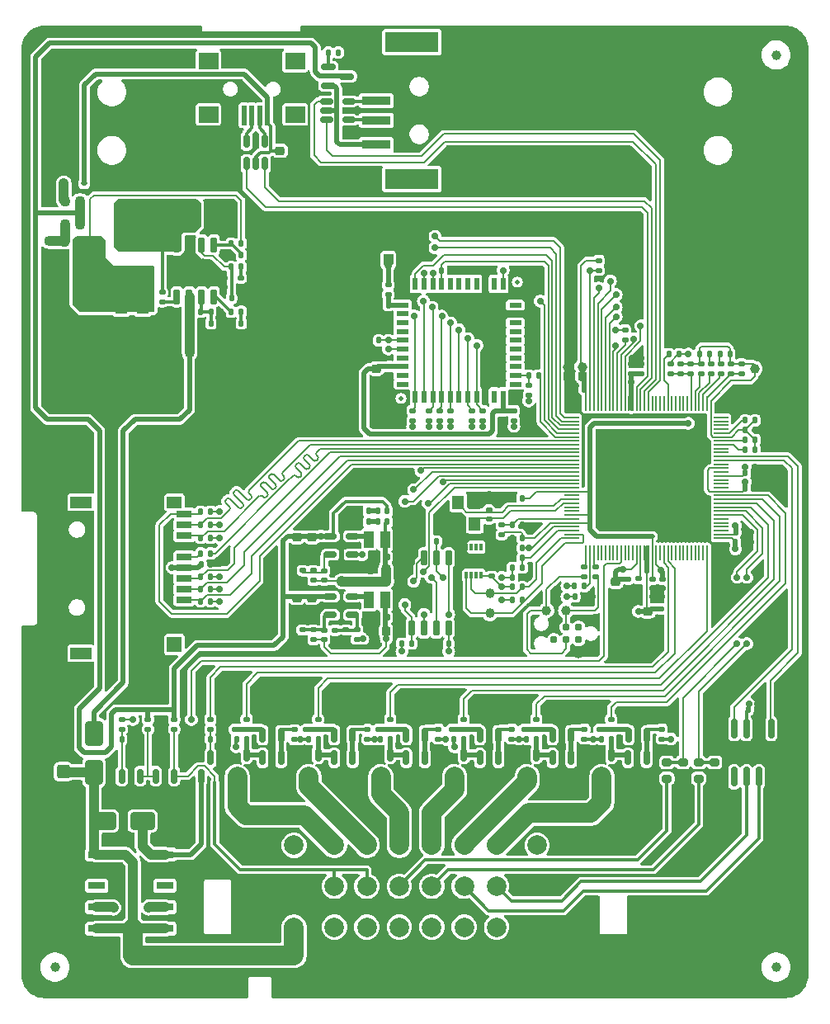
<source format=gbr>
%TF.GenerationSoftware,KiCad,Pcbnew,8.0.0*%
%TF.CreationDate,2024-03-14T10:46:30-06:00*%
%TF.ProjectId,underglow3,756e6465-7267-46c6-9f77-332e6b696361,rev?*%
%TF.SameCoordinates,Original*%
%TF.FileFunction,Copper,L1,Top*%
%TF.FilePolarity,Positive*%
%FSLAX46Y46*%
G04 Gerber Fmt 4.6, Leading zero omitted, Abs format (unit mm)*
G04 Created by KiCad (PCBNEW 8.0.0) date 2024-03-14 10:46:30*
%MOMM*%
%LPD*%
G01*
G04 APERTURE LIST*
G04 Aperture macros list*
%AMRoundRect*
0 Rectangle with rounded corners*
0 $1 Rounding radius*
0 $2 $3 $4 $5 $6 $7 $8 $9 X,Y pos of 4 corners*
0 Add a 4 corners polygon primitive as box body*
4,1,4,$2,$3,$4,$5,$6,$7,$8,$9,$2,$3,0*
0 Add four circle primitives for the rounded corners*
1,1,$1+$1,$2,$3*
1,1,$1+$1,$4,$5*
1,1,$1+$1,$6,$7*
1,1,$1+$1,$8,$9*
0 Add four rect primitives between the rounded corners*
20,1,$1+$1,$2,$3,$4,$5,0*
20,1,$1+$1,$4,$5,$6,$7,0*
20,1,$1+$1,$6,$7,$8,$9,0*
20,1,$1+$1,$8,$9,$2,$3,0*%
G04 Aperture macros list end*
%TA.AperFunction,SMDPad,CuDef*%
%ADD10RoundRect,0.135000X0.185000X-0.135000X0.185000X0.135000X-0.185000X0.135000X-0.185000X-0.135000X0*%
%TD*%
%TA.AperFunction,SMDPad,CuDef*%
%ADD11RoundRect,0.135000X-0.135000X-0.185000X0.135000X-0.185000X0.135000X0.185000X-0.135000X0.185000X0*%
%TD*%
%TA.AperFunction,SMDPad,CuDef*%
%ADD12R,3.000000X0.900000*%
%TD*%
%TA.AperFunction,SMDPad,CuDef*%
%ADD13R,5.500000X2.050013*%
%TD*%
%TA.AperFunction,SMDPad,CuDef*%
%ADD14RoundRect,0.140000X-0.140000X-0.170000X0.140000X-0.170000X0.140000X0.170000X-0.140000X0.170000X0*%
%TD*%
%TA.AperFunction,SMDPad,CuDef*%
%ADD15RoundRect,0.150000X-0.150000X0.825000X-0.150000X-0.825000X0.150000X-0.825000X0.150000X0.825000X0*%
%TD*%
%TA.AperFunction,SMDPad,CuDef*%
%ADD16RoundRect,0.150000X-0.150000X0.512500X-0.150000X-0.512500X0.150000X-0.512500X0.150000X0.512500X0*%
%TD*%
%TA.AperFunction,SMDPad,CuDef*%
%ADD17RoundRect,0.250000X-0.650000X1.000000X-0.650000X-1.000000X0.650000X-1.000000X0.650000X1.000000X0*%
%TD*%
%TA.AperFunction,SMDPad,CuDef*%
%ADD18RoundRect,0.140000X0.170000X-0.140000X0.170000X0.140000X-0.170000X0.140000X-0.170000X-0.140000X0*%
%TD*%
%TA.AperFunction,SMDPad,CuDef*%
%ADD19RoundRect,0.225000X-0.250000X0.225000X-0.250000X-0.225000X0.250000X-0.225000X0.250000X0.225000X0*%
%TD*%
%TA.AperFunction,SMDPad,CuDef*%
%ADD20RoundRect,0.150000X0.150000X-0.587500X0.150000X0.587500X-0.150000X0.587500X-0.150000X-0.587500X0*%
%TD*%
%TA.AperFunction,SMDPad,CuDef*%
%ADD21RoundRect,0.150000X0.512500X0.150000X-0.512500X0.150000X-0.512500X-0.150000X0.512500X-0.150000X0*%
%TD*%
%TA.AperFunction,SMDPad,CuDef*%
%ADD22RoundRect,0.135000X0.135000X0.185000X-0.135000X0.185000X-0.135000X-0.185000X0.135000X-0.185000X0*%
%TD*%
%TA.AperFunction,SMDPad,CuDef*%
%ADD23RoundRect,0.150000X-0.587500X-0.150000X0.587500X-0.150000X0.587500X0.150000X-0.587500X0.150000X0*%
%TD*%
%TA.AperFunction,SMDPad,CuDef*%
%ADD24RoundRect,0.140000X-0.170000X0.140000X-0.170000X-0.140000X0.170000X-0.140000X0.170000X0.140000X0*%
%TD*%
%TA.AperFunction,SMDPad,CuDef*%
%ADD25RoundRect,0.150000X-0.150000X0.587500X-0.150000X-0.587500X0.150000X-0.587500X0.150000X0.587500X0*%
%TD*%
%TA.AperFunction,SMDPad,CuDef*%
%ADD26RoundRect,0.135000X-0.185000X0.135000X-0.185000X-0.135000X0.185000X-0.135000X0.185000X0.135000X0*%
%TD*%
%TA.AperFunction,SMDPad,CuDef*%
%ADD27RoundRect,0.140000X0.140000X0.170000X-0.140000X0.170000X-0.140000X-0.170000X0.140000X-0.170000X0*%
%TD*%
%TA.AperFunction,SMDPad,CuDef*%
%ADD28RoundRect,0.200000X0.275000X-0.200000X0.275000X0.200000X-0.275000X0.200000X-0.275000X-0.200000X0*%
%TD*%
%TA.AperFunction,SMDPad,CuDef*%
%ADD29RoundRect,0.225000X0.225000X0.250000X-0.225000X0.250000X-0.225000X-0.250000X0.225000X-0.250000X0*%
%TD*%
%TA.AperFunction,SMDPad,CuDef*%
%ADD30RoundRect,0.062500X-0.675000X-0.062500X0.675000X-0.062500X0.675000X0.062500X-0.675000X0.062500X0*%
%TD*%
%TA.AperFunction,SMDPad,CuDef*%
%ADD31RoundRect,0.062500X-0.062500X-0.675000X0.062500X-0.675000X0.062500X0.675000X-0.062500X0.675000X0*%
%TD*%
%TA.AperFunction,SMDPad,CuDef*%
%ADD32RoundRect,0.381000X-0.762000X-0.381000X0.762000X-0.381000X0.762000X0.381000X-0.762000X0.381000X0*%
%TD*%
%TA.AperFunction,SMDPad,CuDef*%
%ADD33RoundRect,0.218750X-0.218750X-0.256250X0.218750X-0.256250X0.218750X0.256250X-0.218750X0.256250X0*%
%TD*%
%TA.AperFunction,SMDPad,CuDef*%
%ADD34C,1.000000*%
%TD*%
%TA.AperFunction,SMDPad,CuDef*%
%ADD35RoundRect,0.150000X0.150000X-0.650000X0.150000X0.650000X-0.150000X0.650000X-0.150000X-0.650000X0*%
%TD*%
%TA.AperFunction,HeatsinkPad*%
%ADD36R,3.100000X2.410000*%
%TD*%
%TA.AperFunction,SMDPad,CuDef*%
%ADD37RoundRect,0.200000X-0.275000X0.200000X-0.275000X-0.200000X0.275000X-0.200000X0.275000X0.200000X0*%
%TD*%
%TA.AperFunction,SMDPad,CuDef*%
%ADD38RoundRect,0.147500X0.147500X0.172500X-0.147500X0.172500X-0.147500X-0.172500X0.147500X-0.172500X0*%
%TD*%
%TA.AperFunction,SMDPad,CuDef*%
%ADD39R,0.500000X2.000000*%
%TD*%
%TA.AperFunction,SMDPad,CuDef*%
%ADD40R,2.000000X1.700000*%
%TD*%
%TA.AperFunction,SMDPad,CuDef*%
%ADD41RoundRect,0.112500X-0.187500X-0.112500X0.187500X-0.112500X0.187500X0.112500X-0.187500X0.112500X0*%
%TD*%
%TA.AperFunction,SMDPad,CuDef*%
%ADD42RoundRect,0.225000X-0.225000X-0.250000X0.225000X-0.250000X0.225000X0.250000X-0.225000X0.250000X0*%
%TD*%
%TA.AperFunction,SMDPad,CuDef*%
%ADD43R,1.200000X1.400000*%
%TD*%
%TA.AperFunction,SMDPad,CuDef*%
%ADD44RoundRect,0.250000X-1.000000X-0.650000X1.000000X-0.650000X1.000000X0.650000X-1.000000X0.650000X0*%
%TD*%
%TA.AperFunction,SMDPad,CuDef*%
%ADD45R,1.800000X0.800000*%
%TD*%
%TA.AperFunction,ComponentPad*%
%ADD46C,2.000000*%
%TD*%
%TA.AperFunction,SMDPad,CuDef*%
%ADD47RoundRect,0.250000X-0.425000X0.450000X-0.425000X-0.450000X0.425000X-0.450000X0.425000X0.450000X0*%
%TD*%
%TA.AperFunction,SMDPad,CuDef*%
%ADD48RoundRect,0.147500X-0.172500X0.147500X-0.172500X-0.147500X0.172500X-0.147500X0.172500X0.147500X0*%
%TD*%
%TA.AperFunction,SMDPad,CuDef*%
%ADD49R,1.000000X1.050013*%
%TD*%
%TA.AperFunction,SMDPad,CuDef*%
%ADD50R,1.050013X2.200000*%
%TD*%
%TA.AperFunction,SMDPad,CuDef*%
%ADD51R,1.300000X0.500000*%
%TD*%
%TA.AperFunction,SMDPad,CuDef*%
%ADD52R,0.500000X1.300000*%
%TD*%
%TA.AperFunction,SMDPad,CuDef*%
%ADD53C,0.500000*%
%TD*%
%TA.AperFunction,SMDPad,CuDef*%
%ADD54R,0.300000X0.750000*%
%TD*%
%TA.AperFunction,SMDPad,CuDef*%
%ADD55R,1.500000X1.300000*%
%TD*%
%TA.AperFunction,SMDPad,CuDef*%
%ADD56RoundRect,0.250000X0.425000X-0.450000X0.425000X0.450000X-0.425000X0.450000X-0.425000X-0.450000X0*%
%TD*%
%TA.AperFunction,SMDPad,CuDef*%
%ADD57RoundRect,0.225000X0.250000X-0.225000X0.250000X0.225000X-0.250000X0.225000X-0.250000X-0.225000X0*%
%TD*%
%TA.AperFunction,SMDPad,CuDef*%
%ADD58R,1.000000X1.720015*%
%TD*%
%TA.AperFunction,ConnectorPad*%
%ADD59C,0.787400*%
%TD*%
%TA.AperFunction,SMDPad,CuDef*%
%ADD60RoundRect,0.150000X-0.150000X0.650000X-0.150000X-0.650000X0.150000X-0.650000X0.150000X0.650000X0*%
%TD*%
%TA.AperFunction,SMDPad,CuDef*%
%ADD61R,3.620015X2.424003*%
%TD*%
%TA.AperFunction,SMDPad,CuDef*%
%ADD62RoundRect,0.218750X0.218750X0.256250X-0.218750X0.256250X-0.218750X-0.256250X0.218750X-0.256250X0*%
%TD*%
%TA.AperFunction,SMDPad,CuDef*%
%ADD63R,1.600000X0.700000*%
%TD*%
%TA.AperFunction,SMDPad,CuDef*%
%ADD64R,1.500000X1.200000*%
%TD*%
%TA.AperFunction,SMDPad,CuDef*%
%ADD65R,2.200000X1.200000*%
%TD*%
%TA.AperFunction,SMDPad,CuDef*%
%ADD66R,1.500000X1.600000*%
%TD*%
%TA.AperFunction,ViaPad*%
%ADD67C,0.700000*%
%TD*%
%TA.AperFunction,ViaPad*%
%ADD68C,1.000000*%
%TD*%
%TA.AperFunction,Conductor*%
%ADD69C,0.200000*%
%TD*%
%TA.AperFunction,Conductor*%
%ADD70C,0.500000*%
%TD*%
%TA.AperFunction,Conductor*%
%ADD71C,0.300000*%
%TD*%
%TA.AperFunction,Conductor*%
%ADD72C,1.000000*%
%TD*%
%TA.AperFunction,Conductor*%
%ADD73C,0.180000*%
%TD*%
%TA.AperFunction,Conductor*%
%ADD74C,2.000000*%
%TD*%
G04 APERTURE END LIST*
D10*
%TO.P,R332,1*%
%TO.N,/Power/RGB2_OUT*%
X39325000Y23410000D03*
%TO.P,R332,2*%
%TO.N,Net-(Q315-E)*%
X39325000Y24429998D03*
%TD*%
D11*
%TO.P,R324,1*%
%TO.N,/Power/RGB1_OUT*%
X56050000Y23410000D03*
%TO.P,R324,2*%
%TO.N,Net-(Q307-E)*%
X57070000Y23410000D03*
%TD*%
%TO.P,R203,1*%
%TO.N,+3V3*%
X35569798Y33205051D03*
%TO.P,R203,2*%
%TO.N,/Application/SPI0_MISO*%
X36589796Y33205051D03*
%TD*%
D12*
%TO.P,J302,1,VBUS*%
%TO.N,Net-(J302-VBUS)*%
X32975005Y84400127D03*
%TO.P,J302,2,D-*%
%TO.N,Net-(J302-D-)*%
X32975006Y86900000D03*
%TO.P,J302,3,D+*%
%TO.N,Net-(J302-D+)*%
X32975006Y88900000D03*
%TO.P,J302,4,GND*%
%TO.N,GND*%
X32975005Y91399873D03*
D13*
%TO.P,J302,5,Shield*%
%TO.N,unconnected-(J302-Shield-Pad5)*%
X36624994Y80874854D03*
%TO.P,J302,6*%
%TO.N,N/C*%
X36624994Y94925146D03*
%TD*%
D14*
%TO.P,C202,1*%
%TO.N,+3V3*%
X40399795Y33205051D03*
%TO.P,C202,2*%
%TO.N,GND*%
X41359795Y33205051D03*
%TD*%
D11*
%TO.P,R428,1*%
%TO.N,GND*%
X31145232Y45687519D03*
%TO.P,R428,2*%
%TO.N,Net-(D409-A)*%
X32165230Y45687519D03*
%TD*%
D15*
%TO.P,U405,1,D*%
%TO.N,/Application/CAN0_TX*%
X73505000Y24475000D03*
%TO.P,U405,2,GND*%
%TO.N,GND*%
X72235000Y24475000D03*
%TO.P,U405,3,VCC*%
%TO.N,+3V3*%
X70965000Y24475000D03*
%TO.P,U405,4,R*%
%TO.N,/Application/CAN0_RX*%
X69695000Y24475000D03*
%TO.P,U405,5,Vref*%
%TO.N,unconnected-(U405-Vref-Pad5)*%
X69695000Y19525000D03*
%TO.P,U405,6,CANL*%
%TO.N,/Power/CAN_L*%
X70965000Y19525000D03*
%TO.P,U405,7,CANH*%
%TO.N,/Power/CAN_H*%
X72235000Y19525000D03*
%TO.P,U405,8,Rs*%
%TO.N,GND*%
X73505000Y19525000D03*
%TD*%
D16*
%TO.P,Q309,1,G*%
%TO.N,Net-(Q305-E)*%
X41949998Y21805000D03*
%TO.P,Q309,2,S*%
%TO.N,GND*%
X40050000Y21805000D03*
%TO.P,Q309,3,D*%
%TO.N,/Power/RGB_R1*%
X40999999Y19530000D03*
%TD*%
D17*
%TO.P,D304,1,K*%
%TO.N,Net-(D304-K)*%
X4000000Y24000002D03*
%TO.P,D304,2,A*%
%TO.N,/Power/VIN*%
X4000000Y20000000D03*
%TD*%
D18*
%TO.P,C417,1*%
%TO.N,GND*%
X46000000Y56110001D03*
%TO.P,C417,2*%
%TO.N,/RL-SM02BD-8723BS/VDD_WIFI*%
X46000000Y57070001D03*
%TD*%
D19*
%TO.P,C213,1*%
%TO.N,+0v9*%
X57537060Y39550051D03*
%TO.P,C213,2*%
%TO.N,GND*%
X57537060Y38000051D03*
%TD*%
D20*
%TO.P,Q312,1,B*%
%TO.N,Net-(Q308-E)*%
X10338128Y19600001D03*
%TO.P,Q312,2,E*%
%TO.N,/Power/LEDC_OUT*%
X12238128Y19600001D03*
%TO.P,Q312,3,C*%
%TO.N,GND*%
X11288128Y21475002D03*
%TD*%
D21*
%TO.P,U403,1,EN*%
%TO.N,Net-(U403-EN)*%
X30537728Y36137524D03*
%TO.P,U403,2,GND*%
%TO.N,GND*%
X30537728Y37087523D03*
%TO.P,U403,3,LX*%
%TO.N,Net-(U403-LX)*%
X30537728Y38037522D03*
%TO.P,U403,4,IN*%
%TO.N,+5V*%
X28262728Y38037522D03*
%TO.P,U403,5,FB*%
%TO.N,Net-(U403-FB)*%
X28262728Y36137524D03*
%TD*%
D10*
%TO.P,R419,1*%
%TO.N,+3V3*%
X31000228Y33587522D03*
%TO.P,R419,2*%
%TO.N,Net-(U403-EN)*%
X31000228Y34607520D03*
%TD*%
D22*
%TO.P,C218,1*%
%TO.N,+3V3*%
X47959794Y42992051D03*
%TO.P,C218,2*%
%TO.N,GND*%
X46939796Y42992051D03*
%TD*%
D14*
%TO.P,C205,1*%
%TO.N,/Application/RST*%
X46969795Y45400051D03*
%TO.P,C205,2*%
%TO.N,GND*%
X47929795Y45400051D03*
%TD*%
D10*
%TO.P,R214,1*%
%TO.N,Net-(J202-Pin_4)*%
X54279975Y40090052D03*
%TO.P,R214,2*%
%TO.N,/Application/UART0_RX*%
X54279975Y41110050D03*
%TD*%
%TO.P,R455,1*%
%TO.N,+3V3*%
X39509999Y56080002D03*
%TO.P,R455,2*%
%TO.N,/Application/WIFI_DAT3*%
X39509999Y57100000D03*
%TD*%
D20*
%TO.P,Q313,1,B*%
%TO.N,Net-(Q313-B)*%
X21300000Y23810000D03*
%TO.P,Q313,2,E*%
%TO.N,Net-(Q313-E)*%
X23200000Y23810000D03*
%TO.P,Q313,3,C*%
%TO.N,GND*%
X22250000Y25685001D03*
%TD*%
D23*
%TO.P,Q322,1,G*%
%TO.N,Net-(Q322-G)*%
X28062500Y92350000D03*
%TO.P,Q322,2,S*%
%TO.N,Net-(J302-VBUS)*%
X28062500Y90450000D03*
%TO.P,Q322,3,D*%
%TO.N,+5V*%
X29937501Y91400000D03*
%TD*%
D10*
%TO.P,R329,1*%
%TO.N,Net-(Q314-B)*%
X25800000Y24410000D03*
%TO.P,R329,2*%
%TO.N,GND*%
X25800000Y25429998D03*
%TD*%
D24*
%TO.P,C211,1*%
%TO.N,+0v9*%
X58829795Y39825051D03*
%TO.P,C211,2*%
%TO.N,GND*%
X58829795Y38865051D03*
%TD*%
D14*
%TO.P,C305,1*%
%TO.N,/Power/COMP*%
X18120000Y68649337D03*
%TO.P,C305,2*%
%TO.N,GND*%
X19080000Y68649337D03*
%TD*%
D25*
%TO.P,Q306,1,B*%
%TO.N,Net-(Q303-E)*%
X52950000Y21475001D03*
%TO.P,Q306,2,E*%
%TO.N,Net-(Q306-E)*%
X51050000Y21475001D03*
%TO.P,Q306,3,C*%
%TO.N,GND*%
X52000000Y19600000D03*
%TD*%
D10*
%TO.P,R453,1*%
%TO.N,+3V3*%
X43909999Y56080002D03*
%TO.P,R453,2*%
%TO.N,/Application/WIFI_DAT1*%
X43909999Y57100000D03*
%TD*%
D22*
%TO.P,R220,1*%
%TO.N,+3V3*%
X15983536Y37550064D03*
%TO.P,R220,2*%
%TO.N,/Application/SDCO0_D2*%
X14963538Y37550064D03*
%TD*%
%TO.P,R315,1*%
%TO.N,/Power/FB*%
X19109999Y73049337D03*
%TO.P,R315,2*%
%TO.N,GND*%
X18090001Y73049337D03*
%TD*%
D10*
%TO.P,R328,1*%
%TO.N,Net-(Q313-B)*%
X18450000Y24410000D03*
%TO.P,R328,2*%
%TO.N,GND*%
X18450000Y25429998D03*
%TD*%
D22*
%TO.P,R215,1*%
%TO.N,/Application/LDOA_OUT*%
X64009999Y62900000D03*
%TO.P,R215,2*%
%TO.N,/Application/VCC_TVIN*%
X62990001Y62900000D03*
%TD*%
D26*
%TO.P,R207,1*%
%TO.N,/Application/DZQ*%
X59879924Y39855050D03*
%TO.P,R207,2*%
%TO.N,GND*%
X59879924Y38835052D03*
%TD*%
D18*
%TO.P,C210,1*%
%TO.N,/Application/HPOUTR*%
X68369788Y60920051D03*
%TO.P,C210,2*%
%TO.N,Net-(C210-Pad2)*%
X68369788Y61880051D03*
%TD*%
D11*
%TO.P,R202,1*%
%TO.N,/Application/SD_CLK*%
X14963538Y42450064D03*
%TO.P,R202,2*%
%TO.N,/Application/SDCO0_CLK*%
X15983536Y42450064D03*
%TD*%
D10*
%TO.P,R301,1*%
%TO.N,/Power/RGB2_OUT*%
X24575000Y23347501D03*
%TO.P,R301,2*%
%TO.N,Net-(Q313-E)*%
X24575000Y24367499D03*
%TD*%
D27*
%TO.P,C236,1*%
%TO.N,+3V3*%
X54319975Y59300051D03*
%TO.P,C236,2*%
%TO.N,GND*%
X53359975Y59300051D03*
%TD*%
D14*
%TO.P,C201,1*%
%TO.N,+3V3*%
X14993537Y41350064D03*
%TO.P,C201,2*%
%TO.N,GND*%
X15953537Y41350064D03*
%TD*%
D22*
%TO.P,R221,1*%
%TO.N,+3V3*%
X15983536Y38820064D03*
%TO.P,R221,2*%
%TO.N,/Application/SDCO0_D3*%
X14963538Y38820064D03*
%TD*%
D28*
%TO.P,R311,1*%
%TO.N,/Power/PI2*%
X62800000Y19350000D03*
%TO.P,R311,2*%
%TO.N,/Power/PI2_DIV*%
X62800000Y21000000D03*
%TD*%
D26*
%TO.P,R415,1*%
%TO.N,Net-(U402-FB)*%
X25400228Y40709999D03*
%TO.P,R415,2*%
%TO.N,GND*%
X25400228Y39690001D03*
%TD*%
D24*
%TO.P,C413,1*%
%TO.N,Net-(U403-EN)*%
X28754228Y34577521D03*
%TO.P,C413,2*%
%TO.N,GND*%
X28754228Y33617521D03*
%TD*%
D22*
%TO.P,R204,1*%
%TO.N,+3V3*%
X15983536Y46750064D03*
%TO.P,R204,2*%
%TO.N,/Application/SD_DET*%
X14963538Y46750064D03*
%TD*%
D16*
%TO.P,U303,1,I/O1*%
%TO.N,Net-(J404-D-)*%
X21549999Y84737500D03*
%TO.P,U303,2,GND*%
%TO.N,GND*%
X20600000Y84737500D03*
%TO.P,U303,3,I/O2*%
%TO.N,Net-(J404-D+)*%
X19650001Y84737500D03*
%TO.P,U303,4,I/O2*%
%TO.N,/Application/USB0_DP*%
X19650001Y82462500D03*
%TO.P,U303,5,VBUS*%
%TO.N,/Power/VBUS*%
X20600000Y82462500D03*
%TO.P,U303,6,I/O1*%
%TO.N,/Application/USB0_DN*%
X21549999Y82462500D03*
%TD*%
D10*
%TO.P,C224,1*%
%TO.N,/Application/HPVCC*%
X70459687Y60890052D03*
%TO.P,C224,2*%
%TO.N,GNDA*%
X70459687Y61910050D03*
%TD*%
D25*
%TO.P,Q317,1,B*%
%TO.N,Net-(Q314-E)*%
X30550000Y21475001D03*
%TO.P,Q317,2,E*%
%TO.N,Net-(Q317-E)*%
X28650000Y21475001D03*
%TO.P,Q317,3,C*%
%TO.N,GND*%
X29600000Y19600000D03*
%TD*%
%TO.P,Q305,1,B*%
%TO.N,Net-(Q302-E)*%
X45499999Y21475001D03*
%TO.P,Q305,2,E*%
%TO.N,Net-(Q305-E)*%
X43599999Y21475001D03*
%TO.P,Q305,3,C*%
%TO.N,GND*%
X44549999Y19600000D03*
%TD*%
D20*
%TO.P,Q304,1,B*%
%TO.N,Net-(Q304-B)*%
X58870001Y23810000D03*
%TO.P,Q304,2,E*%
%TO.N,Net-(Q304-E)*%
X60770001Y23810000D03*
%TO.P,Q304,3,C*%
%TO.N,GND*%
X59820001Y25685001D03*
%TD*%
D29*
%TO.P,C308,1*%
%TO.N,Net-(C308-Pad1)*%
X2575000Y69649337D03*
%TO.P,C308,2*%
%TO.N,GND*%
X1025000Y69649337D03*
%TD*%
D18*
%TO.P,C215,1*%
%TO.N,+0v9*%
X60149819Y60900052D03*
%TO.P,C215,2*%
%TO.N,GND*%
X60149819Y61860052D03*
%TD*%
D30*
%TO.P,U201,1,PG6*%
%TO.N,/Application/HCI_TX*%
X53037500Y56400000D03*
%TO.P,U201,2,PG7*%
%TO.N,/Application/HCI_RX*%
X53037500Y56000000D03*
%TO.P,U201,3,PG8*%
%TO.N,/Application/HCI_RTS*%
X53037500Y55600000D03*
%TO.P,U201,4,PG9*%
%TO.N,/Application/HCI_CTS*%
X53037500Y55200000D03*
%TO.P,U201,5,PG10*%
%TO.N,/Application/WL_WAKE_AP*%
X53037500Y54800000D03*
%TO.P,U201,6,PG11*%
%TO.N,/Application/SUS_CLK*%
X53037500Y54400000D03*
%TO.P,U201,7,PF0*%
%TO.N,/Application/SDCO0_D1*%
X53037500Y54000000D03*
%TO.P,U201,8,PF1*%
%TO.N,/Application/SDCO0_D0*%
X53037500Y53600000D03*
%TO.P,U201,9,PF2*%
%TO.N,/Application/SDCO0_CLK*%
X53037500Y53200000D03*
%TO.P,U201,10,PF3*%
%TO.N,/Application/SDCO0_CMD*%
X53037500Y52800000D03*
%TO.P,U201,11,PF4*%
%TO.N,/Application/SDCO0_D3*%
X53037500Y52400000D03*
%TO.P,U201,12,PF5*%
%TO.N,/Application/SDCO0_D2*%
X53037500Y52000000D03*
%TO.P,U201,13,PF6*%
%TO.N,/Application/SD_DET*%
X53037500Y51600000D03*
%TO.P,U201,14,PC7*%
%TO.N,/Application/SPI0_HLD*%
X53037500Y51200000D03*
%TO.P,U201,15,PC6*%
%TO.N,/Application/SPI0_WP*%
X53037500Y50800000D03*
%TO.P,U201,16,PC5*%
%TO.N,/Application/SPI0_MISO*%
X53037500Y50400000D03*
%TO.P,U201,17,PC4*%
%TO.N,/Application/SPI0_MOSI*%
X53037500Y50000000D03*
%TO.P,U201,18,PC3*%
%TO.N,/Application/SPI0_CS0*%
X53037500Y49600000D03*
%TO.P,U201,19,PC2*%
%TO.N,/Application/SPI0_CLK*%
X53037500Y49200000D03*
%TO.P,U201,20,VCC-PLL*%
%TO.N,/Application/LDOA_OUT*%
X53037500Y48800000D03*
%TO.P,U201,21,REFCLK-OUT*%
%TO.N,unconnected-(U201-REFCLK-OUT-Pad21)*%
X53037500Y48400000D03*
%TO.P,U201,22,DXOUT*%
%TO.N,/Application/XO*%
X53037500Y48000000D03*
%TO.P,U201,23,DXIN*%
%TO.N,/Application/XI*%
X53037500Y47600000D03*
%TO.P,U201,24,X32KOUT*%
%TO.N,unconnected-(U201-X32KOUT-Pad24)*%
X53037500Y47200000D03*
%TO.P,U201,25,XX32KIN*%
%TO.N,unconnected-(U201-XX32KIN-Pad25)*%
X53037500Y46800000D03*
%TO.P,U201,26,VCC-RTC*%
%TO.N,/Application/LDOA_OUT*%
X53037500Y46400000D03*
%TO.P,U201,27,RST*%
%TO.N,/Application/RST*%
X53037500Y46000000D03*
%TO.P,U201,28,LDOA-OUT*%
%TO.N,/Application/LDOA_OUT*%
X53037500Y45600000D03*
%TO.P,U201,29,LDO-IN*%
%TO.N,+3V3*%
X53037500Y45200000D03*
%TO.P,U201,30,LDOB-OUT*%
%TO.N,/Application/LDOB_OUT*%
X53037500Y44800000D03*
%TO.P,U201,31,PE13*%
%TO.N,/Application/I2C_SDA*%
X53037500Y44400000D03*
%TO.P,U201,32,PE12*%
%TO.N,/Application/I2C_SCL*%
X53037500Y44000000D03*
D31*
%TO.P,U201,33,PE3*%
%TO.N,/Application/UART0_RX*%
X54500000Y42537500D03*
%TO.P,U201,34,VCC-PE*%
%TO.N,/Application/VCC_PE*%
X54900000Y42537500D03*
%TO.P,U201,35,PE2*%
%TO.N,/Application/UART0_TX*%
X55300000Y42537500D03*
%TO.P,U201,36,PE11*%
%TO.N,unconnected-(U201-PE11-Pad36)*%
X55700000Y42537500D03*
%TO.P,U201,37,PE10*%
%TO.N,unconnected-(U201-PE10-Pad37)*%
X56100000Y42537500D03*
%TO.P,U201,38,PE9*%
%TO.N,unconnected-(U201-PE9-Pad38)*%
X56500000Y42537500D03*
%TO.P,U201,39,PE8*%
%TO.N,unconnected-(U201-PE8-Pad39)*%
X56900000Y42537500D03*
%TO.P,U201,40,PE7*%
%TO.N,unconnected-(U201-PE7-Pad40)*%
X57300000Y42537500D03*
%TO.P,U201,41,PE6*%
%TO.N,unconnected-(U201-PE6-Pad41)*%
X57700000Y42537500D03*
%TO.P,U201,42,PE5*%
%TO.N,/Application/LEDC*%
X58100000Y42537500D03*
%TO.P,U201,43,PE4*%
%TO.N,unconnected-(U201-PE4-Pad43)*%
X58500000Y42537500D03*
%TO.P,U201,44,PE0*%
%TO.N,unconnected-(U201-PE0-Pad44)*%
X58900000Y42537500D03*
%TO.P,U201,45,PE1*%
%TO.N,unconnected-(U201-PE1-Pad45)*%
X59300000Y42537500D03*
%TO.P,U201,46,VDD-SYS0*%
%TO.N,+0v9*%
X59700000Y42537500D03*
%TO.P,U201,47,DZQ*%
%TO.N,/Application/DZQ*%
X60100000Y42537500D03*
%TO.P,U201,48,VCC-DRAM0*%
%TO.N,/Application/VCC_DRAM*%
X60500000Y42537500D03*
%TO.P,U201,49,VCC-DRAM1*%
X60900000Y42537500D03*
%TO.P,U201,50,VDD18-DRAM*%
%TO.N,/Application/LDOA_OUT*%
X61300000Y42537500D03*
%TO.P,U201,51,VDD-SYS0*%
%TO.N,+0v9*%
X61700000Y42537500D03*
%TO.P,U201,52,PD22*%
%TO.N,unconnected-(U201-PD22-Pad52)*%
X62100000Y42537500D03*
%TO.P,U201,53,PD21*%
%TO.N,/Application/PWM5*%
X62500000Y42537500D03*
%TO.P,U201,54,PD20*%
%TO.N,/Application/PWM4*%
X62900000Y42537500D03*
%TO.P,U201,55,PD0*%
%TO.N,unconnected-(U201-PD0-Pad55)*%
X63300000Y42537500D03*
%TO.P,U201,56,PD1*%
%TO.N,unconnected-(U201-PD1-Pad56)*%
X63700000Y42537500D03*
%TO.P,U201,57,PD2*%
%TO.N,unconnected-(U201-PD2-Pad57)*%
X64100000Y42537500D03*
%TO.P,U201,58,PD3*%
%TO.N,unconnected-(U201-PD3-Pad58)*%
X64500000Y42537500D03*
%TO.P,U201,59,PD4*%
%TO.N,unconnected-(U201-PD4-Pad59)*%
X64900000Y42537500D03*
%TO.P,U201,60,PD5*%
%TO.N,unconnected-(U201-PD5-Pad60)*%
X65300000Y42537500D03*
%TO.P,U201,61,PD6*%
%TO.N,unconnected-(U201-PD6-Pad61)*%
X65700000Y42537500D03*
%TO.P,U201,62,PD7*%
%TO.N,unconnected-(U201-PD7-Pad62)*%
X66100000Y42537500D03*
%TO.P,U201,63,PD8*%
%TO.N,unconnected-(U201-PD8-Pad63)*%
X66500000Y42537500D03*
%TO.P,U201,64,PD9*%
%TO.N,/Application/PWM6*%
X66900000Y42537500D03*
D30*
%TO.P,U201,65,VCC-LVDS*%
%TO.N,/Application/VCC_DRAM*%
X68362500Y44000000D03*
%TO.P,U201,66,VCC-PD*%
%TO.N,+3V3*%
X68362500Y44400000D03*
%TO.P,U201,67,PD10*%
%TO.N,unconnected-(U201-PD10-Pad67)*%
X68362500Y44800000D03*
%TO.P,U201,68,PD11*%
%TO.N,unconnected-(U201-PD11-Pad68)*%
X68362500Y45200000D03*
%TO.P,U201,69,PD13*%
%TO.N,unconnected-(U201-PD13-Pad69)*%
X68362500Y45600000D03*
%TO.P,U201,70,PD12*%
%TO.N,unconnected-(U201-PD12-Pad70)*%
X68362500Y46000000D03*
%TO.P,U201,71,PD14*%
%TO.N,/Power/PI2_DIV*%
X68362500Y46400000D03*
%TO.P,U201,72,PD15*%
%TO.N,/Power/PI1_DIV*%
X68362500Y46800000D03*
%TO.P,U201,73,PD16*%
%TO.N,/Application/PWM0*%
X68362500Y47200000D03*
%TO.P,U201,74,PD17*%
%TO.N,/Application/PWM1*%
X68362500Y47600000D03*
%TO.P,U201,75,PD18*%
%TO.N,/Application/PWM2*%
X68362500Y48000000D03*
%TO.P,U201,76,PD19*%
%TO.N,/Application/PWM3*%
X68362500Y48400000D03*
%TO.P,U201,77,VCC-TVOUT*%
%TO.N,+3V3*%
X68362500Y48800000D03*
%TO.P,U201,78,TVOUT0*%
%TO.N,unconnected-(U201-TVOUT0-Pad78)*%
X68362500Y49200000D03*
%TO.P,U201,79,PB7*%
%TO.N,unconnected-(U201-PB7-Pad79)*%
X68362500Y49600000D03*
%TO.P,U201,80,PB6*%
%TO.N,unconnected-(U201-PB6-Pad80)*%
X68362500Y50000000D03*
%TO.P,U201,81,VDD-SYS2*%
%TO.N,+0v9*%
X68362500Y50400000D03*
%TO.P,U201,82,PB5*%
%TO.N,unconnected-(U201-PB5-Pad82)*%
X68362500Y50800000D03*
%TO.P,U201,83,VCC-IO*%
%TO.N,+3V3*%
X68362500Y51200000D03*
%TO.P,U201,84,PB4*%
%TO.N,unconnected-(U201-PB4-Pad84)*%
X68362500Y51600000D03*
%TO.P,U201,85,PB3*%
%TO.N,/Application/CAN0_RX*%
X68362500Y52000000D03*
%TO.P,U201,86,PB2*%
%TO.N,/Application/CAN0_TX*%
X68362500Y52400000D03*
%TO.P,U201,87,MICIN3P*%
%TO.N,unconnected-(U201-MICIN3P-Pad87)*%
X68362500Y52800000D03*
%TO.P,U201,88,MICIN3N*%
%TO.N,unconnected-(U201-MICIN3N-Pad88)*%
X68362500Y53200000D03*
%TO.P,U201,89,AVCC*%
%TO.N,+1V8A*%
X68362500Y53600000D03*
%TO.P,U201,90,VRA2*%
%TO.N,/Application/VRA2*%
X68362500Y54000000D03*
%TO.P,U201,91,AGND*%
%TO.N,GNDA*%
X68362500Y54400000D03*
%TO.P,U201,92,VRA1*%
%TO.N,/Application/VRA1*%
X68362500Y54800000D03*
%TO.P,U201,93,FMINR*%
%TO.N,unconnected-(U201-FMINR-Pad93)*%
X68362500Y55200000D03*
%TO.P,U201,94,FMINL*%
%TO.N,unconnected-(U201-FMINL-Pad94)*%
X68362500Y55600000D03*
%TO.P,U201,95,LINEINR*%
%TO.N,unconnected-(U201-LINEINR-Pad95)*%
X68362500Y56000000D03*
%TO.P,U201,96,LINEINL*%
%TO.N,unconnected-(U201-LINEINL-Pad96)*%
X68362500Y56400000D03*
D31*
%TO.P,U201,97,HPVCC*%
%TO.N,/Application/HPVCC*%
X66900000Y57862500D03*
%TO.P,U201,98,HPOUTR*%
%TO.N,/Application/HPOUTR*%
X66500000Y57862500D03*
%TO.P,U201,99,HPOUTL*%
%TO.N,/Application/HPOUTL*%
X66100000Y57862500D03*
%TO.P,U201,100,HPOUTFB*%
%TO.N,/Application/HPOUFB*%
X65700000Y57862500D03*
%TO.P,U201,101,GPADC0*%
%TO.N,/Application/GPADC0*%
X65300000Y57862500D03*
%TO.P,U201,102,TP-X1*%
%TO.N,unconnected-(U201-TP-X1-Pad102)*%
X64900000Y57862500D03*
%TO.P,U201,103,TP-X2*%
%TO.N,unconnected-(U201-TP-X2-Pad103)*%
X64500000Y57862500D03*
%TO.P,U201,104,TP-Y1*%
%TO.N,unconnected-(U201-TP-Y1-Pad104)*%
X64100000Y57862500D03*
%TO.P,U201,105,TP-Y2*%
%TO.N,unconnected-(U201-TP-Y2-Pad105)*%
X63700000Y57862500D03*
%TO.P,U201,106,NC0*%
%TO.N,unconnected-(U201-NC0-Pad106)*%
X63300000Y57862500D03*
%TO.P,U201,107,VCC-TVIN*%
%TO.N,/Application/VCC_TVIN*%
X62900000Y57862500D03*
%TO.P,U201,108,TVIN0*%
%TO.N,unconnected-(U201-TVIN0-Pad108)*%
X62500000Y57862500D03*
%TO.P,U201,109,TVIN1*%
%TO.N,unconnected-(U201-TVIN1-Pad109)*%
X62100000Y57862500D03*
%TO.P,U201,110,TVIN-VRP*%
%TO.N,unconnected-(U201-TVIN-VRP-Pad110)*%
X61700000Y57862500D03*
%TO.P,U201,111,TVIN-VRN*%
%TO.N,unconnected-(U201-TVIN-VRN-Pad111)*%
X61300000Y57862500D03*
%TO.P,U201,112,USB1-DP*%
%TO.N,/Application/USB1_DN*%
X60900000Y57862500D03*
%TO.P,U201,113,USB1-DM*%
%TO.N,/Application/USB1_DP*%
X60500000Y57862500D03*
%TO.P,U201,114,USB0-DM*%
%TO.N,/Application/USB0_DN*%
X60100000Y57862500D03*
%TO.P,U201,115,USB0-DP*%
%TO.N,/Application/USB0_DP*%
X59700000Y57862500D03*
%TO.P,U201,116,VDD-CORE0*%
%TO.N,+0v9*%
X59300000Y57862500D03*
%TO.P,U201,117,VDD-CORE1*%
X58900000Y57862500D03*
%TO.P,U201,118,PG1*%
%TO.N,/Application/WIFI_CMD*%
X58500000Y57862500D03*
%TO.P,U201,119,PG2*%
%TO.N,/Application/WIFI_DAT0*%
X58100000Y57862500D03*
%TO.P,U201,120,PG0*%
%TO.N,Net-(U201-PG0)*%
X57700000Y57862500D03*
%TO.P,U201,121,PG3*%
%TO.N,/Application/WIFI_DAT1*%
X57300000Y57862500D03*
%TO.P,U201,122,PG5*%
%TO.N,/Application/WIFI_DAT3*%
X56900000Y57862500D03*
%TO.P,U201,123,PG4*%
%TO.N,/Application/WIFI_DAT2*%
X56500000Y57862500D03*
%TO.P,U201,124,PG12*%
%TO.N,/Application/WL_REG_ON*%
X56100000Y57862500D03*
%TO.P,U201,125,PG13*%
%TO.N,/Application/AP_WAKE_BT*%
X55700000Y57862500D03*
%TO.P,U201,126,PG14*%
%TO.N,/Application/BT_WAKE_AP*%
X55300000Y57862500D03*
%TO.P,U201,127,PG15*%
%TO.N,/Application/BT_EN*%
X54900000Y57862500D03*
%TO.P,U201,128,VCC-PG*%
%TO.N,+3V3*%
X54500000Y57862500D03*
D32*
%TO.P,U201,129,EP*%
%TO.N,GND*%
X60700000Y50200000D03*
%TD*%
D28*
%TO.P,R307,1*%
%TO.N,/Power/PI1*%
X66060000Y19350000D03*
%TO.P,R307,2*%
%TO.N,/Power/PI1_DIV*%
X66060000Y21000000D03*
%TD*%
D26*
%TO.P,R436,1*%
%TO.N,/Application/PWM1*%
X41949998Y25429998D03*
%TO.P,R436,2*%
%TO.N,Net-(Q302-B)*%
X41949998Y24410000D03*
%TD*%
D10*
%TO.P,R418,1*%
%TO.N,GND*%
X29872228Y33587522D03*
%TO.P,R418,2*%
%TO.N,Net-(U403-EN)*%
X29872228Y34607520D03*
%TD*%
D11*
%TO.P,R334,1*%
%TO.N,/Power/RGB2_OUT*%
X33379999Y23410000D03*
%TO.P,R334,2*%
%TO.N,Net-(Q318-E)*%
X34399999Y23410000D03*
%TD*%
D10*
%TO.P,R411,1*%
%TO.N,Net-(Q304-B)*%
X57070000Y24410000D03*
%TO.P,R411,2*%
%TO.N,/Application/PWM3*%
X57070000Y25429998D03*
%TD*%
D19*
%TO.P,C409,1*%
%TO.N,+5V*%
X26400228Y37887522D03*
%TO.P,C409,2*%
%TO.N,GND*%
X26400228Y36337522D03*
%TD*%
D33*
%TO.P,FB302,1*%
%TO.N,Net-(C311-Pad1)*%
X1012499Y76249337D03*
%TO.P,FB302,2*%
%TO.N,+5V*%
X2587501Y76249337D03*
%TD*%
D22*
%TO.P,R216,1*%
%TO.N,GND*%
X71849793Y55111728D03*
%TO.P,R216,2*%
%TO.N,GNDA*%
X70829795Y55111728D03*
%TD*%
D34*
%TO.P,REF\u002A\u002A,*%
%TO.N,*%
X74000000Y0D03*
%TD*%
%TO.P,TP214,1,1*%
%TO.N,/Application/I2C_SCL*%
X44629795Y38400051D03*
%TD*%
D22*
%TO.P,R306,1*%
%TO.N,Net-(Q301-B)*%
X15950000Y23410000D03*
%TO.P,R306,2*%
%TO.N,GND*%
X14930002Y23410000D03*
%TD*%
D18*
%TO.P,C405,1*%
%TO.N,+3V3*%
X27636228Y39720000D03*
%TO.P,C405,2*%
%TO.N,Net-(U402-FB)*%
X27636228Y40680000D03*
%TD*%
D19*
%TO.P,C429,1*%
%TO.N,/RL-SM02BD-8723BS/VDD_WIFI*%
X33000000Y61400000D03*
%TO.P,C429,2*%
%TO.N,GND*%
X33000000Y59850000D03*
%TD*%
D11*
%TO.P,R460,1*%
%TO.N,GND*%
X32190001Y64325000D03*
%TO.P,R460,2*%
%TO.N,/Application/AP_WAKE_BT*%
X33209999Y64325000D03*
%TD*%
D25*
%TO.P,Q301,1,B*%
%TO.N,Net-(Q301-B)*%
X15950000Y21475001D03*
%TO.P,Q301,2,E*%
%TO.N,GND*%
X14050000Y21475001D03*
%TO.P,Q301,3,C*%
%TO.N,Net-(D305-A)*%
X15000000Y19600000D03*
%TD*%
D26*
%TO.P,R212,1*%
%TO.N,/Application/LDOA_OUT*%
X63150311Y61909999D03*
%TO.P,R212,2*%
%TO.N,/Application/GPADC0*%
X63150311Y60890001D03*
%TD*%
D35*
%TO.P,U301,1,BOOT*%
%TO.N,Net-(U301-BOOT)*%
X12495001Y68799337D03*
%TO.P,U301,2,VIN*%
%TO.N,Net-(D304-K)*%
X13765000Y68799337D03*
%TO.P,U301,3,EN*%
%TO.N,Net-(U301-EN)*%
X15035000Y68799337D03*
%TO.P,U301,4,RT/CLK*%
%TO.N,Net-(U301-RT{slash}CLK)*%
X16304999Y68799337D03*
%TO.P,U301,5,FB*%
%TO.N,/Power/FB*%
X16304999Y74099337D03*
%TO.P,U301,6,COMP*%
%TO.N,/Power/COMP*%
X15035000Y74099337D03*
%TO.P,U301,7,GND*%
%TO.N,GND*%
X13765000Y74099337D03*
%TO.P,U301,8,SW*%
%TO.N,/Power/SW*%
X12495001Y74099337D03*
D36*
%TO.P,U301,9,EP*%
%TO.N,GND*%
X14400000Y71449337D03*
%TD*%
D26*
%TO.P,R446,1*%
%TO.N,/Application/LEDC*%
X6849372Y25429998D03*
%TO.P,R446,2*%
%TO.N,Net-(Q308-B)*%
X6849372Y24410000D03*
%TD*%
D10*
%TO.P,R318,1*%
%TO.N,Net-(Q304-B)*%
X55870001Y24410000D03*
%TO.P,R318,2*%
%TO.N,GND*%
X55870001Y25429998D03*
%TD*%
D19*
%TO.P,C228,1*%
%TO.N,/Application/VCC_DRAM*%
X60850025Y36500051D03*
%TO.P,C228,2*%
%TO.N,GND*%
X60850025Y34950051D03*
%TD*%
D14*
%TO.P,C212,1*%
%TO.N,+0v9*%
X70849795Y50700051D03*
%TO.P,C212,2*%
%TO.N,GND*%
X71809795Y50700051D03*
%TD*%
D34*
%TO.P,REF\u002A\u002A,*%
%TO.N,*%
X0Y0D03*
%TD*%
D11*
%TO.P,R217,1*%
%TO.N,+3V3*%
X46939796Y37700051D03*
%TO.P,R217,2*%
%TO.N,/Application/I2C_SDA*%
X47959794Y37700051D03*
%TD*%
D19*
%TO.P,C408,1*%
%TO.N,+5V*%
X24800228Y37887522D03*
%TO.P,C408,2*%
%TO.N,GND*%
X24800228Y36337522D03*
%TD*%
D37*
%TO.P,R312,1*%
%TO.N,/Power/PI2_DIV*%
X64430000Y21000000D03*
%TO.P,R312,2*%
%TO.N,GND*%
X64430000Y19350000D03*
%TD*%
D26*
%TO.P,R327,1*%
%TO.N,+5V*%
X12238128Y25429998D03*
%TO.P,R327,2*%
%TO.N,/Power/LEDC_OUT*%
X12238128Y24410000D03*
%TD*%
D38*
%TO.P,D409,1,K*%
%TO.N,+3V3*%
X34105000Y45687519D03*
%TO.P,D409,2,A*%
%TO.N,Net-(D409-A)*%
X33135000Y45687519D03*
%TD*%
D39*
%TO.P,J404,1,VBUS*%
%TO.N,/Power/VBUS*%
X21800000Y87400000D03*
%TO.P,J404,2,D-*%
%TO.N,Net-(J404-D-)*%
X21000000Y87400000D03*
%TO.P,J404,3,D+*%
%TO.N,Net-(J404-D+)*%
X20200000Y87400000D03*
%TO.P,J404,4,ID*%
%TO.N,unconnected-(J404-ID-Pad4)*%
X19400000Y87400000D03*
%TO.P,J404,5,GND*%
%TO.N,GND*%
X18600000Y87400000D03*
D40*
%TO.P,J404,6,Shield*%
%TO.N,unconnected-(J404-Shield-Pad6)*%
X24650000Y87500000D03*
%TO.N,unconnected-(J404-Shield-Pad6)_2*%
X24650000Y92950000D03*
%TO.N,unconnected-(J404-Shield-Pad6)_1*%
X15750000Y87500000D03*
%TO.N,unconnected-(J404-Shield-Pad6)_0*%
X15750000Y92950000D03*
%TD*%
D41*
%TO.P,D405,1,K*%
%TO.N,/Power/VBUS_FB*%
X900000Y80400000D03*
%TO.P,D405,2,A*%
%TO.N,/Power/VBUS*%
X3000000Y80400000D03*
%TD*%
D42*
%TO.P,C303,1*%
%TO.N,Net-(D304-K)*%
X13800000Y63049337D03*
%TO.P,C303,2*%
%TO.N,GND*%
X15350000Y63049337D03*
%TD*%
D18*
%TO.P,C226,1*%
%TO.N,/Application/GPADC0*%
X65249947Y60920051D03*
%TO.P,C226,2*%
%TO.N,GNDA*%
X65249947Y61880051D03*
%TD*%
%TO.P,C204,1*%
%TO.N,/Application/XO*%
X44529795Y46900051D03*
%TO.P,C204,2*%
%TO.N,GND*%
X44529795Y47860051D03*
%TD*%
D43*
%TO.P,Y201,1,1*%
%TO.N,/Application/XO*%
X41379795Y47700051D03*
%TO.P,Y201,2,2*%
%TO.N,GND*%
X41379795Y45500051D03*
%TO.P,Y201,3,3*%
%TO.N,/Application/XI*%
X43079795Y45500051D03*
%TO.P,Y201,4,4*%
%TO.N,GND*%
X43079795Y47700051D03*
%TD*%
D22*
%TO.P,R201,1*%
%TO.N,+3V3*%
X15983536Y45400064D03*
%TO.P,R201,2*%
%TO.N,/Application/SDCO0_D1*%
X14963538Y45400064D03*
%TD*%
%TO.P,R459,1*%
%TO.N,GND*%
X40709999Y71500000D03*
%TO.P,R459,2*%
%TO.N,/Application/HCI_CTS*%
X39690001Y71500000D03*
%TD*%
D26*
%TO.P,R435,1*%
%TO.N,/Application/PWM2*%
X49399999Y25429998D03*
%TO.P,R435,2*%
%TO.N,Net-(Q303-B)*%
X49399999Y24410000D03*
%TD*%
D10*
%TO.P,R454,1*%
%TO.N,+3V3*%
X38409999Y56080002D03*
%TO.P,R454,2*%
%TO.N,/Application/WIFI_DAT2*%
X38409999Y57100000D03*
%TD*%
%TO.P,R330,1*%
%TO.N,Net-(Q315-B)*%
X33200000Y24410000D03*
%TO.P,R330,2*%
%TO.N,GND*%
X33200000Y25429998D03*
%TD*%
D20*
%TO.P,Q314,1,B*%
%TO.N,Net-(Q314-B)*%
X28650000Y23810000D03*
%TO.P,Q314,2,E*%
%TO.N,Net-(Q314-E)*%
X30550000Y23810000D03*
%TO.P,Q314,3,C*%
%TO.N,GND*%
X29600000Y25685001D03*
%TD*%
%TO.P,Q308,1,B*%
%TO.N,Net-(Q308-B)*%
X6849372Y19600001D03*
%TO.P,Q308,2,E*%
%TO.N,Net-(Q308-E)*%
X8749372Y19600001D03*
%TO.P,Q308,3,C*%
%TO.N,GND*%
X7799372Y21475002D03*
%TD*%
%TO.P,Q302,1,B*%
%TO.N,Net-(Q302-B)*%
X43599999Y23810000D03*
%TO.P,Q302,2,E*%
%TO.N,Net-(Q302-E)*%
X45499999Y23810000D03*
%TO.P,Q302,3,C*%
%TO.N,GND*%
X44549999Y25685001D03*
%TD*%
D22*
%TO.P,R222,1*%
%TO.N,+3V3*%
X15983536Y40050064D03*
%TO.P,R222,2*%
%TO.N,/Application/SDCO0_CMD*%
X14963538Y40050064D03*
%TD*%
D44*
%TO.P,D305,1,K*%
%TO.N,/Power/VIN*%
X4999999Y15000000D03*
%TO.P,D305,2,A*%
%TO.N,Net-(D305-A)*%
X9000001Y15000000D03*
%TD*%
D10*
%TO.P,R452,1*%
%TO.N,+3V3*%
X42809999Y56080002D03*
%TO.P,R452,2*%
%TO.N,/Application/WIFI_DAT0*%
X42809999Y57100000D03*
%TD*%
D37*
%TO.P,R308,1*%
%TO.N,/Power/PI1_DIV*%
X67690001Y21000000D03*
%TO.P,R308,2*%
%TO.N,GND*%
X67690001Y19350000D03*
%TD*%
D45*
%TO.P,K301,1*%
%TO.N,/Power/VIN*%
X4277500Y11550000D03*
%TO.P,K301,2*%
%TO.N,unconnected-(K301-Pad2)*%
X4277500Y8350000D03*
%TO.P,K301,3*%
%TO.N,/Power/RGB2_OUT*%
X4277500Y6150000D03*
%TO.P,K301,4*%
%TO.N,/Power/VIN*%
X4277500Y3950000D03*
%TO.P,K301,5*%
X11277500Y3950000D03*
%TO.P,K301,6*%
%TO.N,/Power/RGB1_OUT*%
X11277500Y6150000D03*
%TO.P,K301,7*%
%TO.N,unconnected-(K301-Pad7)*%
X11277500Y8350000D03*
%TO.P,K301,8*%
%TO.N,Net-(D305-A)*%
X11277500Y11550000D03*
%TD*%
D46*
%TO.P,J301,A1*%
%TO.N,/Power/RGB1_OUT*%
X49475000Y12500000D03*
%TO.P,J301,A2*%
%TO.N,/Power/RGB_B1*%
X45325000Y12500000D03*
%TO.P,J301,A3*%
%TO.N,/Power/RGB_G1*%
X41995000Y12500000D03*
%TO.P,J301,A4*%
%TO.N,/Power/RGB_R1*%
X38665000Y12500000D03*
%TO.P,J301,A5*%
%TO.N,/Power/RGB_B2*%
X35335000Y12500000D03*
%TO.P,J301,A6*%
%TO.N,/Power/RGB_G2*%
X32005000Y12500000D03*
%TO.P,J301,A7*%
%TO.N,/Power/RGB_R2*%
X28675000Y12500000D03*
%TO.P,J301,A8*%
%TO.N,/Power/RGB2_OUT*%
X24525000Y12500000D03*
%TO.P,J301,B1*%
%TO.N,GND*%
X49475000Y8300000D03*
%TO.P,J301,B2*%
%TO.N,/Power/CAN_L*%
X45325000Y8300000D03*
%TO.P,J301,B3*%
%TO.N,/Power/CAN_H*%
X41995000Y8300000D03*
%TO.P,J301,B4*%
%TO.N,/Power/PI1*%
X38665000Y8300000D03*
%TO.P,J301,B5*%
%TO.N,/Power/PI2*%
X35335000Y8300000D03*
%TO.P,J301,B6*%
%TO.N,/Power/LEDC_OUT*%
X32005000Y8300000D03*
%TO.P,J301,B7*%
X28675000Y8300000D03*
%TO.P,J301,B8*%
%TO.N,GND*%
X24525000Y8300000D03*
%TO.P,J301,C1*%
X49475000Y4100000D03*
%TO.P,J301,C2*%
%TO.N,/Power/RGB_B1*%
X45325000Y4100000D03*
%TO.P,J301,C3*%
%TO.N,/Power/RGB_G1*%
X41995000Y4100000D03*
%TO.P,J301,C4*%
%TO.N,/Power/RGB_R1*%
X38665000Y4100000D03*
%TO.P,J301,C5*%
%TO.N,/Power/RGB_B2*%
X35335000Y4100000D03*
%TO.P,J301,C6*%
%TO.N,/Power/RGB_G2*%
X32005000Y4100000D03*
%TO.P,J301,C7*%
%TO.N,/Power/RGB_R2*%
X28675000Y4100000D03*
%TO.P,J301,C8*%
%TO.N,/Power/VIN*%
X24525000Y4100000D03*
%TD*%
D11*
%TO.P,R206,1*%
%TO.N,/Application/SPI0_MOSI*%
X39129796Y43705051D03*
%TO.P,R206,2*%
%TO.N,GND*%
X40149794Y43705051D03*
%TD*%
D47*
%TO.P,C314,1*%
%TO.N,Net-(C308-Pad1)*%
X6799999Y67700000D03*
%TO.P,C314,2*%
%TO.N,GND*%
X6799999Y65000000D03*
%TD*%
D24*
%TO.P,C235,1*%
%TO.N,+0v9*%
X62329795Y39825051D03*
%TO.P,C235,2*%
%TO.N,GND*%
X62329795Y38865051D03*
%TD*%
D11*
%TO.P,R208,1*%
%TO.N,Net-(C210-Pad2)*%
X68239564Y62900051D03*
%TO.P,R208,2*%
%TO.N,GNDA*%
X69259562Y62900051D03*
%TD*%
D26*
%TO.P,R461,1*%
%TO.N,/RL-SM02BD-8723BS/VDD_WIFI*%
X47100000Y57100000D03*
%TO.P,R461,2*%
%TO.N,+3V3*%
X47100000Y56080002D03*
%TD*%
D24*
%TO.P,C231,1*%
%TO.N,/Application/LDOA_OUT*%
X61329795Y39825051D03*
%TO.P,C231,2*%
%TO.N,GND*%
X61329795Y38865051D03*
%TD*%
D10*
%TO.P,R317,1*%
%TO.N,Net-(Q303-B)*%
X48200000Y24410000D03*
%TO.P,R317,2*%
%TO.N,GND*%
X48200000Y25429998D03*
%TD*%
D48*
%TO.P,L405,1*%
%TO.N,/RL-SM02BD-8723BS/ANT*%
X34200000Y70000000D03*
%TO.P,L405,2*%
%TO.N,/RL-SM02BD-8723BS/ANT_FILT*%
X34200000Y69030000D03*
%TD*%
D22*
%TO.P,C219,1*%
%TO.N,/Application/LDOB_OUT*%
X47959794Y41990051D03*
%TO.P,C219,2*%
%TO.N,GND*%
X46939796Y41990051D03*
%TD*%
D11*
%TO.P,C301,1*%
%TO.N,Net-(U301-EN)*%
X16000000Y67249338D03*
%TO.P,C301,2*%
%TO.N,GND*%
X17019998Y67249338D03*
%TD*%
D22*
%TO.P,R210,1*%
%TO.N,/Application/LDOB_OUT*%
X47959794Y40988051D03*
%TO.P,R210,2*%
%TO.N,/Application/VCC_DRAM*%
X46939796Y40988051D03*
%TD*%
D16*
%TO.P,Q311,1,G*%
%TO.N,Net-(Q307-E)*%
X57070000Y21805000D03*
%TO.P,Q311,2,S*%
%TO.N,GND*%
X55170002Y21805000D03*
%TO.P,Q311,3,D*%
%TO.N,/Power/RGB_B1*%
X56120001Y19530000D03*
%TD*%
D11*
%TO.P,R313,1*%
%TO.N,/Power/COMP*%
X18090001Y71849337D03*
%TO.P,R313,2*%
%TO.N,Net-(C306-Pad1)*%
X19109999Y71849337D03*
%TD*%
D18*
%TO.P,C304,1*%
%TO.N,Net-(U301-BOOT)*%
X11000000Y68279337D03*
%TO.P,C304,2*%
%TO.N,/Power/SW*%
X11000000Y69239337D03*
%TD*%
D29*
%TO.P,C412,1*%
%TO.N,+0v9*%
X33950000Y34500000D03*
%TO.P,C412,2*%
%TO.N,GND*%
X32400000Y34500000D03*
%TD*%
D26*
%TO.P,R417,1*%
%TO.N,Net-(U403-FB)*%
X25400228Y34607520D03*
%TO.P,R417,2*%
%TO.N,GND*%
X25400228Y33587522D03*
%TD*%
D22*
%TO.P,C217,1*%
%TO.N,/Application/LDOA_OUT*%
X47959794Y44000051D03*
%TO.P,C217,2*%
%TO.N,GND*%
X46939796Y44000051D03*
%TD*%
D11*
%TO.P,R322,1*%
%TO.N,/Power/RGB1_OUT*%
X40930000Y23410000D03*
%TO.P,R322,2*%
%TO.N,Net-(Q305-E)*%
X41949998Y23410000D03*
%TD*%
%TO.P,R323,1*%
%TO.N,/Power/RGB1_OUT*%
X48380001Y23410000D03*
%TO.P,R323,2*%
%TO.N,Net-(Q306-E)*%
X49399999Y23410000D03*
%TD*%
D16*
%TO.P,Q320,1,G*%
%TO.N,Net-(Q317-E)*%
X26999999Y21805000D03*
%TO.P,Q320,2,S*%
%TO.N,GND*%
X25100001Y21805000D03*
%TO.P,Q320,3,D*%
%TO.N,/Power/RGB_G2*%
X26050000Y19530000D03*
%TD*%
D34*
%TO.P,TP213,1,1*%
%TO.N,/Application/I2C_SDA*%
X44629795Y36300051D03*
%TD*%
D14*
%TO.P,C222,1*%
%TO.N,+3V3*%
X70849795Y49100051D03*
%TO.P,C222,2*%
%TO.N,GND*%
X71809795Y49100051D03*
%TD*%
D11*
%TO.P,R303,1*%
%TO.N,Net-(Q322-G)*%
X28052501Y93850000D03*
%TO.P,R303,2*%
%TO.N,/Power/USB_SW*%
X29072499Y93850000D03*
%TD*%
D49*
%TO.P,ANT401,1,1*%
%TO.N,/RL-SM02BD-8723BS/ANT*%
X34200000Y72637490D03*
D50*
%TO.P,ANT401,2,2*%
%TO.N,GND*%
X35674981Y74162510D03*
%TO.P,ANT401,3,3*%
X32725019Y74162510D03*
%TD*%
D29*
%TO.P,C407,1*%
%TO.N,+3V3*%
X33950000Y40857501D03*
%TO.P,C407,2*%
%TO.N,GND*%
X32400000Y40857501D03*
%TD*%
D22*
%TO.P,R457,1*%
%TO.N,/Application/SUS_CLK*%
X49609999Y60725000D03*
%TO.P,R457,2*%
%TO.N,Net-(U401-SUSCLK_IN{slash}GPIO6)*%
X48590001Y60725000D03*
%TD*%
D10*
%TO.P,R320,1*%
%TO.N,/Power/RGB1_OUT*%
X54325000Y23410000D03*
%TO.P,R320,2*%
%TO.N,Net-(Q303-E)*%
X54325000Y24429998D03*
%TD*%
D16*
%TO.P,Q310,1,G*%
%TO.N,Net-(Q306-E)*%
X49399999Y21805000D03*
%TO.P,Q310,2,S*%
%TO.N,GND*%
X47500001Y21805000D03*
%TO.P,Q310,3,D*%
%TO.N,/Power/RGB_G1*%
X48450000Y19530000D03*
%TD*%
D10*
%TO.P,R319,1*%
%TO.N,/Power/RGB1_OUT*%
X46874999Y23410000D03*
%TO.P,R319,2*%
%TO.N,Net-(Q302-E)*%
X46874999Y24429998D03*
%TD*%
D51*
%TO.P,U401,1,GND*%
%TO.N,GND*%
X35697170Y68825000D03*
%TO.P,U401,2,WIFI/BT_ANT*%
%TO.N,/RL-SM02BD-8723BS/ANT_FILT*%
X35697170Y67925000D03*
%TO.P,U401,3,NC*%
%TO.N,unconnected-(U401-NC-Pad3)*%
X35697170Y67025000D03*
%TO.P,U401,4,NC*%
%TO.N,unconnected-(U401-NC-Pad4)*%
X35697170Y66125000D03*
%TO.P,U401,5,NC*%
%TO.N,unconnected-(U401-NC-Pad5)*%
X35697170Y65225000D03*
%TO.P,U401,6,BT_WAKE*%
%TO.N,/Application/AP_WAKE_BT*%
X35697170Y64325000D03*
%TO.P,U401,7,BT_HOST_WAKE*%
%TO.N,/Application/BT_WAKE_AP*%
X35697170Y63425000D03*
%TO.P,U401,8,NC*%
%TO.N,unconnected-(U401-NC-Pad8)*%
X35697170Y62525000D03*
%TO.P,U401,9,VDD33*%
%TO.N,/RL-SM02BD-8723BS/VDD_WIFI*%
X35697170Y61625000D03*
%TO.P,U401,10,NC*%
%TO.N,unconnected-(U401-NC-Pad10)*%
X35697170Y60725000D03*
%TO.P,U401,11,NC*%
%TO.N,unconnected-(U401-NC-Pad11)*%
X35697170Y59825000D03*
D52*
%TO.P,U401,12,WL_DSI#/GPIO9*%
%TO.N,/Application/WL_REG_ON*%
X36972170Y58550000D03*
%TO.P,U401,13,WL_HOST_WAKE*%
%TO.N,/Application/WL_WAKE_AP*%
X37872170Y58550000D03*
%TO.P,U401,14,SD_D2*%
%TO.N,/Application/WIFI_DAT2*%
X38772170Y58550000D03*
%TO.P,U401,15,SD_D3*%
%TO.N,/Application/WIFI_DAT3*%
X39672170Y58550000D03*
%TO.P,U401,16,SD_CMD*%
%TO.N,/Application/WIFI_CMD*%
X40572170Y58550000D03*
%TO.P,U401,17,SD_CLK*%
%TO.N,/Application/WIFI_CLK*%
X41472170Y58550000D03*
%TO.P,U401,18,SD_D0*%
%TO.N,/Application/WIFI_DAT0*%
X42372170Y58550000D03*
%TO.P,U401,19,SD_D1*%
%TO.N,/Application/WIFI_DAT1*%
X43272170Y58550000D03*
%TO.P,U401,20,GND*%
%TO.N,GND*%
X44172170Y58550000D03*
%TO.P,U401,21,NC*%
%TO.N,unconnected-(U401-NC-Pad21)*%
X45072170Y58550000D03*
%TO.P,U401,22,VDD_IO*%
%TO.N,/RL-SM02BD-8723BS/VDD_WIFI*%
X45972170Y58550000D03*
D51*
%TO.P,U401,23,NC*%
%TO.N,unconnected-(U401-NC-Pad23)*%
X47247170Y59825000D03*
%TO.P,U401,24,SUSCLK_IN/GPIO6*%
%TO.N,Net-(U401-SUSCLK_IN{slash}GPIO6)*%
X47247170Y60725000D03*
%TO.P,U401,25,PCM_DOUT*%
%TO.N,unconnected-(U401-PCM_DOUT-Pad25)*%
X47247170Y61625000D03*
%TO.P,U401,26,PCM_CLK*%
%TO.N,unconnected-(U401-PCM_CLK-Pad26)*%
X47247170Y62525000D03*
%TO.P,U401,27,PCM_DIN*%
%TO.N,unconnected-(U401-PCM_DIN-Pad27)*%
X47247170Y63425000D03*
%TO.P,U401,28,PCM_SYNC*%
%TO.N,unconnected-(U401-PCM_SYNC-Pad28)*%
X47247170Y64325000D03*
%TO.P,U401,29,NC*%
%TO.N,unconnected-(U401-NC-Pad29)*%
X47247170Y65225000D03*
%TO.P,U401,30,NC*%
%TO.N,unconnected-(U401-NC-Pad30)*%
X47247170Y66125000D03*
%TO.P,U401,31,GND*%
%TO.N,GND*%
X47247170Y67025000D03*
%TO.P,U401,32,NC*%
%TO.N,unconnected-(U401-NC-Pad32)*%
X47247170Y67925000D03*
%TO.P,U401,33,GND*%
%TO.N,GND*%
X47247170Y68825000D03*
D52*
%TO.P,U401,34,BT_DIS#*%
%TO.N,/Application/BT_EN*%
X45972170Y70100000D03*
%TO.P,U401,35,NC*%
%TO.N,unconnected-(U401-NC-Pad35)*%
X45072170Y70100000D03*
%TO.P,U401,36,GND*%
%TO.N,GND*%
X44172170Y70100000D03*
%TO.P,U401,37,NC*%
%TO.N,unconnected-(U401-NC-Pad37)*%
X43272170Y70100000D03*
%TO.P,U401,38,NC*%
%TO.N,unconnected-(U401-NC-Pad38)*%
X42372170Y70100000D03*
%TO.P,U401,39,NC*%
%TO.N,unconnected-(U401-NC-Pad39)*%
X41472170Y70100000D03*
%TO.P,U401,40,NC*%
%TO.N,unconnected-(U401-NC-Pad40)*%
X40572170Y70100000D03*
%TO.P,U401,41,UART_RTS*%
%TO.N,/Application/HCI_CTS*%
X39672170Y70100000D03*
%TO.P,U401,42,UART_TX*%
%TO.N,/Application/HCI_RX*%
X38772170Y70100000D03*
%TO.P,U401,43,UART_RX*%
%TO.N,/Application/HCI_TX*%
X37872170Y70100000D03*
%TO.P,U401,44,UART_CTS*%
%TO.N,/Application/HCI_RTS*%
X36972170Y70100000D03*
D53*
%TO.P,U401,FID1*%
%TO.N,N/C*%
X35503170Y58356000D03*
%TO.P,U401,FID2*%
X47441170Y70294000D03*
%TD*%
D19*
%TO.P,C404,1*%
%TO.N,+5V*%
X26400228Y44087519D03*
%TO.P,C404,2*%
%TO.N,GND*%
X26400228Y42537519D03*
%TD*%
D27*
%TO.P,C232,1*%
%TO.N,/Application/LDOA_OUT*%
X47929795Y48140000D03*
%TO.P,C232,2*%
%TO.N,GND*%
X46969795Y48140000D03*
%TD*%
D34*
%TO.P,TP,1,1*%
%TO.N,GND*%
X53700000Y32200000D03*
%TD*%
D11*
%TO.P,R309,1*%
%TO.N,Net-(U301-RT{slash}CLK)*%
X18090001Y67249337D03*
%TO.P,R309,2*%
%TO.N,Net-(R309-Pad2)*%
X19109999Y67249337D03*
%TD*%
D10*
%TO.P,R316,1*%
%TO.N,Net-(Q302-B)*%
X40749999Y24410000D03*
%TO.P,R316,2*%
%TO.N,GND*%
X40749999Y25429998D03*
%TD*%
D18*
%TO.P,C206,1*%
%TO.N,/Application/HPOUFB*%
X66289894Y60920051D03*
%TO.P,C206,2*%
%TO.N,GNDA*%
X66289894Y61880051D03*
%TD*%
D29*
%TO.P,C309,1*%
%TO.N,Net-(C308-Pad1)*%
X2575000Y71249337D03*
%TO.P,C309,2*%
%TO.N,GND*%
X1025000Y71249337D03*
%TD*%
D26*
%TO.P,R213,1*%
%TO.N,/Application/UART0_TX*%
X55519822Y41110050D03*
%TO.P,R213,2*%
%TO.N,Net-(J202-Pin_3)*%
X55519822Y40090052D03*
%TD*%
D22*
%TO.P,R310,1*%
%TO.N,Net-(R309-Pad2)*%
X19109999Y66049337D03*
%TO.P,R310,2*%
%TO.N,GND*%
X18090001Y66049337D03*
%TD*%
D10*
%TO.P,R430,1*%
%TO.N,Net-(Q315-B)*%
X34399999Y24410000D03*
%TO.P,R430,2*%
%TO.N,/Application/PWM0*%
X34399999Y25429998D03*
%TD*%
D16*
%TO.P,Q319,1,G*%
%TO.N,Net-(Q316-E)*%
X19649999Y21805000D03*
%TO.P,Q319,2,S*%
%TO.N,GND*%
X17750001Y21805000D03*
%TO.P,Q319,3,D*%
%TO.N,/Power/RGB_R2*%
X18700000Y19530000D03*
%TD*%
D10*
%TO.P,R205,1*%
%TO.N,/Application/LDOA_OUT*%
X45849795Y44380053D03*
%TO.P,R205,2*%
%TO.N,/Application/RST*%
X45849795Y45400051D03*
%TD*%
D19*
%TO.P,C311,1*%
%TO.N,Net-(C311-Pad1)*%
X-600000Y74500000D03*
%TO.P,C311,2*%
%TO.N,GND*%
X-600000Y72950000D03*
%TD*%
D54*
%TO.P,U203,1,NC*%
%TO.N,unconnected-(U203-NC-Pad1)*%
X43729795Y43100000D03*
%TO.P,U203,2,NC*%
%TO.N,unconnected-(U203-NC-Pad2)*%
X43229795Y43100000D03*
%TO.P,U203,3,NC*%
%TO.N,unconnected-(U203-NC-Pad3)*%
X42729795Y43100000D03*
%TO.P,U203,4,GND*%
%TO.N,GND*%
X42229795Y43100000D03*
%TO.P,U203,5,SDA*%
%TO.N,/Application/I2C_SDA*%
X42229795Y40200000D03*
%TO.P,U203,6,SCL*%
%TO.N,/Application/I2C_SCL*%
X42729795Y40200000D03*
%TO.P,U203,7,NC*%
%TO.N,unconnected-(U203-NC-Pad7)*%
X43229795Y40200000D03*
%TO.P,U203,8,VCC*%
%TO.N,+3V3*%
X43729795Y40200000D03*
D55*
%TO.P,U203,9,EP*%
%TO.N,GND*%
X42979795Y41650000D03*
%TD*%
D25*
%TO.P,Q307,1,B*%
%TO.N,Net-(Q304-E)*%
X60700000Y21475001D03*
%TO.P,Q307,2,E*%
%TO.N,Net-(Q307-E)*%
X58800000Y21475001D03*
%TO.P,Q307,3,C*%
%TO.N,GND*%
X59750000Y19600000D03*
%TD*%
D56*
%TO.P,C315,1*%
%TO.N,/Power/VIN*%
X852730Y20056590D03*
%TO.P,C315,2*%
%TO.N,GND*%
X852730Y22756590D03*
%TD*%
D22*
%TO.P,R211,1*%
%TO.N,/Application/VCC_PE*%
X54329975Y39100051D03*
%TO.P,R211,2*%
%TO.N,+3V3*%
X53309977Y39100051D03*
%TD*%
D10*
%TO.P,R414,1*%
%TO.N,+3V3*%
X26518228Y39690001D03*
%TO.P,R414,2*%
%TO.N,Net-(U402-FB)*%
X26518228Y40709999D03*
%TD*%
%TO.P,R321,1*%
%TO.N,/Power/RGB1_OUT*%
X62270001Y23410000D03*
%TO.P,R321,2*%
%TO.N,Net-(Q304-E)*%
X62270001Y24429998D03*
%TD*%
%TO.P,R331,1*%
%TO.N,/Power/RGB2_OUT*%
X32070000Y23357501D03*
%TO.P,R331,2*%
%TO.N,Net-(Q314-E)*%
X32070000Y24377499D03*
%TD*%
D44*
%TO.P,D306,1,K*%
%TO.N,/Power/SW*%
X13445001Y77040017D03*
%TO.P,D306,2,A*%
%TO.N,GND*%
X17445003Y77040017D03*
%TD*%
D25*
%TO.P,Q316,1,B*%
%TO.N,Net-(Q313-E)*%
X23200000Y21475001D03*
%TO.P,Q316,2,E*%
%TO.N,Net-(Q316-E)*%
X21300000Y21475001D03*
%TO.P,Q316,3,C*%
%TO.N,GND*%
X22250000Y19600000D03*
%TD*%
D34*
%TO.P,TP219,1,1*%
%TO.N,GNDA*%
X71800000Y61400000D03*
%TD*%
D38*
%TO.P,D408,1,K*%
%TO.N,+5V*%
X34105000Y46800000D03*
%TO.P,D408,2,A*%
%TO.N,Net-(D408-A)*%
X33135000Y46800000D03*
%TD*%
D20*
%TO.P,Q303,1,B*%
%TO.N,Net-(Q303-B)*%
X51050000Y23810000D03*
%TO.P,Q303,2,E*%
%TO.N,Net-(Q303-E)*%
X52950000Y23810000D03*
%TO.P,Q303,3,C*%
%TO.N,GND*%
X52000000Y25685001D03*
%TD*%
D11*
%TO.P,C233,1*%
%TO.N,+1V8A*%
X70829795Y53100051D03*
%TO.P,C233,2*%
%TO.N,GNDA*%
X71849793Y53100051D03*
%TD*%
D19*
%TO.P,C403,1*%
%TO.N,+5V*%
X24800228Y44087519D03*
%TO.P,C403,2*%
%TO.N,GND*%
X24800228Y42537519D03*
%TD*%
D21*
%TO.P,U402,1,EN*%
%TO.N,+5V*%
X30537728Y42337520D03*
%TO.P,U402,2,GND*%
%TO.N,GND*%
X30537728Y43287519D03*
%TO.P,U402,3,LX*%
%TO.N,Net-(U402-LX)*%
X30537728Y44237518D03*
%TO.P,U402,4,IN*%
%TO.N,+5V*%
X28262728Y44237518D03*
%TO.P,U402,5,FB*%
%TO.N,Net-(U402-FB)*%
X28262728Y42337520D03*
%TD*%
D10*
%TO.P,R434,1*%
%TO.N,Net-(Q314-B)*%
X26999999Y24410000D03*
%TO.P,R434,2*%
%TO.N,/Application/PWM6*%
X26999999Y25429998D03*
%TD*%
D26*
%TO.P,C401,1*%
%TO.N,/RL-SM02BD-8723BS/VDD_WIFI*%
X34300000Y61634999D03*
%TO.P,C401,2*%
%TO.N,GND*%
X34300000Y60615001D03*
%TD*%
D57*
%TO.P,C312,1*%
%TO.N,GND*%
X23100000Y82225000D03*
%TO.P,C312,2*%
%TO.N,/Power/VBUS*%
X23100000Y83775000D03*
%TD*%
D10*
%TO.P,R408,1*%
%TO.N,Net-(Q313-B)*%
X19649999Y24410000D03*
%TO.P,R408,2*%
%TO.N,/Application/PWM4*%
X19649999Y25429998D03*
%TD*%
D14*
%TO.P,C220,1*%
%TO.N,/Application/VCC_DRAM*%
X69829795Y43600051D03*
%TO.P,C220,2*%
%TO.N,GND*%
X70789795Y43600051D03*
%TD*%
D11*
%TO.P,C230,1*%
%TO.N,/Application/VCC_DRAM*%
X46939796Y39986051D03*
%TO.P,C230,2*%
%TO.N,GND*%
X47959794Y39986051D03*
%TD*%
D24*
%TO.P,C203,1*%
%TO.N,/Application/XI*%
X44529795Y46000051D03*
%TO.P,C203,2*%
%TO.N,GND*%
X44529795Y45040051D03*
%TD*%
D58*
%TO.P,L401,1,1*%
%TO.N,Net-(U402-LX)*%
X32200228Y43887522D03*
%TO.P,L401,2,2*%
%TO.N,+3V3*%
X33900000Y43887522D03*
%TD*%
D18*
%TO.P,C223,1*%
%TO.N,/Application/HPVCC*%
X69409735Y60920051D03*
%TO.P,C223,2*%
%TO.N,GNDA*%
X69409735Y61880051D03*
%TD*%
D26*
%TO.P,R223,1*%
%TO.N,/Application/WIFI_CLK*%
X58500000Y65409999D03*
%TO.P,R223,2*%
%TO.N,Net-(U201-PG0)*%
X58500000Y64390001D03*
%TD*%
D59*
%TO.P,J202,1,Pin_1*%
%TO.N,unconnected-(J202-Pin_1-Pad1)*%
X53729795Y34870000D03*
%TO.P,J202,2,Pin_2*%
%TO.N,unconnected-(J202-Pin_2-Pad2)*%
X53729795Y33600000D03*
%TO.P,J202,3,Pin_3*%
%TO.N,Net-(J202-Pin_3)*%
X52459795Y34870000D03*
%TO.P,J202,4,Pin_4*%
%TO.N,Net-(J202-Pin_4)*%
X52459795Y33600000D03*
%TO.P,J202,5,Pin_5*%
%TO.N,GND*%
X51189795Y34870000D03*
%TO.P,J202,6,Pin_6*%
%TO.N,unconnected-(J202-Pin_6-Pad6)*%
X51189795Y33600000D03*
%TD*%
D14*
%TO.P,C426,1*%
%TO.N,+3V3*%
X71120000Y26400000D03*
%TO.P,C426,2*%
%TO.N,GND*%
X72080000Y26400000D03*
%TD*%
D11*
%TO.P,R302,1*%
%TO.N,/Power/RGB2_OUT*%
X18630001Y23410000D03*
%TO.P,R302,2*%
%TO.N,Net-(Q316-E)*%
X19649999Y23410000D03*
%TD*%
D34*
%TO.P,TP215,1,1*%
%TO.N,Net-(J202-Pin_3)*%
X52429795Y36600051D03*
%TD*%
D42*
%TO.P,C302,1*%
%TO.N,Net-(D304-K)*%
X13800000Y64649337D03*
%TO.P,C302,2*%
%TO.N,GND*%
X15350000Y64649337D03*
%TD*%
D60*
%TO.P,U202,1,~{CS}*%
%TO.N,/Application/SPI0_CS0*%
X40399795Y42000051D03*
%TO.P,U202,2,DO(IO1)*%
%TO.N,/Application/SPI0_MOSI*%
X39129795Y42000051D03*
%TO.P,U202,3,IO2*%
%TO.N,/Application/SPI0_WP*%
X37859795Y42000051D03*
%TO.P,U202,4,GND*%
%TO.N,GND*%
X36589795Y42000051D03*
%TO.P,U202,5,DI(IO0)*%
%TO.N,/Application/SPI0_MISO*%
X36589795Y34800051D03*
%TO.P,U202,6,CLK*%
%TO.N,/Application/SPI0_CLK*%
X37859795Y34800051D03*
%TO.P,U202,7,IO3*%
%TO.N,/Application/SPI0_HLD*%
X39129795Y34800051D03*
%TO.P,U202,8,VCC*%
%TO.N,+3V3*%
X40399795Y34800051D03*
%TD*%
D11*
%TO.P,R333,1*%
%TO.N,/Power/RGB2_OUT*%
X25979999Y23410000D03*
%TO.P,R333,2*%
%TO.N,Net-(Q317-E)*%
X26999999Y23410000D03*
%TD*%
%TO.P,R427,1*%
%TO.N,GND*%
X31145231Y46800000D03*
%TO.P,R427,2*%
%TO.N,Net-(D408-A)*%
X32165231Y46800000D03*
%TD*%
D61*
%TO.P,L301,1,1*%
%TO.N,/Power/SW*%
X8000000Y76728016D03*
%TO.P,L301,2,2*%
%TO.N,Net-(C308-Pad1)*%
X8000000Y70471984D03*
%TD*%
D22*
%TO.P,R314,1*%
%TO.N,Net-(C308-Pad1)*%
X19109999Y74249337D03*
%TO.P,R314,2*%
%TO.N,/Power/FB*%
X18090001Y74249337D03*
%TD*%
D33*
%TO.P,FB403,1*%
%TO.N,/Power/VBUS_FB*%
X1012499Y78600000D03*
%TO.P,FB403,2*%
%TO.N,+5V*%
X2587501Y78600000D03*
%TD*%
D29*
%TO.P,C237,1*%
%TO.N,+3V3*%
X54149975Y60652536D03*
%TO.P,C237,2*%
%TO.N,GND*%
X52599975Y60652536D03*
%TD*%
D11*
%TO.P,R304,1*%
%TO.N,Net-(D304-K)*%
X13890001Y67249337D03*
%TO.P,R304,2*%
%TO.N,Net-(U301-EN)*%
X14909999Y67249337D03*
%TD*%
D26*
%TO.P,R458,1*%
%TO.N,Net-(U401-SUSCLK_IN{slash}GPIO6)*%
X48640000Y59709999D03*
%TO.P,R458,2*%
%TO.N,+3V3*%
X48640000Y58690001D03*
%TD*%
D24*
%TO.P,C306,1*%
%TO.N,Net-(C306-Pad1)*%
X19080000Y70729337D03*
%TO.P,C306,2*%
%TO.N,GND*%
X19080000Y69769337D03*
%TD*%
D26*
%TO.P,R402,1*%
%TO.N,/Application/PWM5*%
X15950000Y25429998D03*
%TO.P,R402,2*%
%TO.N,Net-(Q301-B)*%
X15950000Y24410000D03*
%TD*%
D25*
%TO.P,Q318,1,B*%
%TO.N,Net-(Q315-E)*%
X37950000Y21475001D03*
%TO.P,Q318,2,E*%
%TO.N,Net-(Q318-E)*%
X36050000Y21475001D03*
%TO.P,Q318,3,C*%
%TO.N,GND*%
X37000000Y19600000D03*
%TD*%
D26*
%TO.P,R326,1*%
%TO.N,+5V*%
X9543750Y25429998D03*
%TO.P,R326,2*%
%TO.N,Net-(Q308-E)*%
X9543750Y24410000D03*
%TD*%
D14*
%TO.P,C221,1*%
%TO.N,+3V3*%
X69849795Y44609950D03*
%TO.P,C221,2*%
%TO.N,GND*%
X70809795Y44609950D03*
%TD*%
D10*
%TO.P,R450,1*%
%TO.N,+3V3*%
X36700000Y56080002D03*
%TO.P,R450,2*%
%TO.N,/Application/WL_REG_ON*%
X36700000Y57100000D03*
%TD*%
%TO.P,R451,1*%
%TO.N,+3V3*%
X40609999Y56080002D03*
%TO.P,R451,2*%
%TO.N,/Application/WIFI_CMD*%
X40609999Y57100000D03*
%TD*%
D14*
%TO.P,C227,1*%
%TO.N,+3V3*%
X53339976Y38000051D03*
%TO.P,C227,2*%
%TO.N,GND*%
X54299976Y38000051D03*
%TD*%
D10*
%TO.P,R416,1*%
%TO.N,+0v9*%
X26518228Y33587522D03*
%TO.P,R416,2*%
%TO.N,Net-(U403-FB)*%
X26518228Y34607520D03*
%TD*%
D58*
%TO.P,L402,1,1*%
%TO.N,Net-(U403-LX)*%
X32200228Y37687522D03*
%TO.P,L402,2,2*%
%TO.N,+0v9*%
X33900000Y37687522D03*
%TD*%
D18*
%TO.P,C209,1*%
%TO.N,/Application/HPOUTL*%
X67329841Y60920051D03*
%TO.P,C209,2*%
%TO.N,Net-(C209-Pad2)*%
X67329841Y61880051D03*
%TD*%
D47*
%TO.P,C313,1*%
%TO.N,Net-(C308-Pad1)*%
X9000000Y67700000D03*
%TO.P,C313,2*%
%TO.N,GND*%
X9000000Y65000000D03*
%TD*%
D11*
%TO.P,C207,1*%
%TO.N,/Application/VRA2*%
X70829795Y54105890D03*
%TO.P,C207,2*%
%TO.N,GNDA*%
X71849793Y54105890D03*
%TD*%
D10*
%TO.P,C225,1*%
%TO.N,/Application/GPADC0*%
X64200000Y60890052D03*
%TO.P,C225,2*%
%TO.N,GNDA*%
X64200000Y61910050D03*
%TD*%
D34*
%TO.P,TP216,1,1*%
%TO.N,Net-(J202-Pin_4)*%
X50429795Y36600051D03*
%TD*%
D11*
%TO.P,R218,1*%
%TO.N,+3V3*%
X46939796Y39000051D03*
%TO.P,R218,2*%
%TO.N,/Application/I2C_SCL*%
X47959794Y39000051D03*
%TD*%
%TO.P,R305,1*%
%TO.N,Net-(U301-EN)*%
X15999999Y66049337D03*
%TO.P,R305,2*%
%TO.N,GND*%
X17019997Y66049337D03*
%TD*%
D34*
%TO.P,TP,1,1*%
%TO.N,GND*%
X44600000Y34100000D03*
%TD*%
D16*
%TO.P,Q321,1,G*%
%TO.N,Net-(Q318-E)*%
X34399999Y21805000D03*
%TO.P,Q321,2,S*%
%TO.N,GND*%
X32500001Y21805000D03*
%TO.P,Q321,3,D*%
%TO.N,/Power/RGB_B2*%
X33450000Y19530000D03*
%TD*%
D62*
%TO.P,L302,1,1*%
%TO.N,Net-(C308-Pad1)*%
X2562501Y74449337D03*
%TO.P,L302,2,2*%
%TO.N,Net-(C311-Pad1)*%
X987499Y74449337D03*
%TD*%
D22*
%TO.P,R209,1*%
%TO.N,Net-(C209-Pad2)*%
X67149563Y62900051D03*
%TO.P,R209,2*%
%TO.N,GNDA*%
X66129565Y62900051D03*
%TD*%
D20*
%TO.P,Q315,1,B*%
%TO.N,Net-(Q315-B)*%
X36050000Y23810000D03*
%TO.P,Q315,2,E*%
%TO.N,Net-(Q315-E)*%
X37950000Y23810000D03*
%TO.P,Q315,3,C*%
%TO.N,GND*%
X37000000Y25685001D03*
%TD*%
D26*
%TO.P,R456,1*%
%TO.N,+3V3*%
X55800000Y72519998D03*
%TO.P,R456,2*%
%TO.N,/Application/BT_EN*%
X55800000Y71500000D03*
%TD*%
D22*
%TO.P,C428,1*%
%TO.N,/RL-SM02BD-8723BS/ANT*%
X34200000Y71005001D03*
%TO.P,C428,2*%
%TO.N,GND*%
X33180002Y71005001D03*
%TD*%
%TO.P,C427,1*%
%TO.N,/RL-SM02BD-8723BS/ANT_FILT*%
X34200000Y67925000D03*
%TO.P,C427,2*%
%TO.N,GND*%
X33180002Y67925000D03*
%TD*%
D11*
%TO.P,R325,1*%
%TO.N,Net-(Q308-B)*%
X6849372Y23410000D03*
%TO.P,R325,2*%
%TO.N,GND*%
X7869370Y23410000D03*
%TD*%
D18*
%TO.P,C234,1*%
%TO.N,+3V3*%
X44804795Y40105000D03*
%TO.P,C234,2*%
%TO.N,GND*%
X44804795Y41065000D03*
%TD*%
D22*
%TO.P,R219,1*%
%TO.N,+3V3*%
X15983536Y44050064D03*
%TO.P,R219,2*%
%TO.N,/Application/SDCO0_D0*%
X14963538Y44050064D03*
%TD*%
D27*
%TO.P,C406,1*%
%TO.N,+3V3*%
X34120000Y42087519D03*
%TO.P,C406,2*%
%TO.N,GND*%
X33160000Y42087519D03*
%TD*%
D29*
%TO.P,C310,1*%
%TO.N,Net-(C308-Pad1)*%
X2574999Y72849337D03*
%TO.P,C310,2*%
%TO.N,GND*%
X1024999Y72849337D03*
%TD*%
D21*
%TO.P,U302,1,I/O1*%
%TO.N,Net-(J302-D-)*%
X30136244Y86950001D03*
%TO.P,U302,2,GND*%
%TO.N,GND*%
X30136244Y87900000D03*
%TO.P,U302,3,I/O2*%
%TO.N,Net-(J302-D+)*%
X30136244Y88849999D03*
%TO.P,U302,4,I/O2*%
%TO.N,/Application/USB1_DP*%
X27861244Y88849999D03*
%TO.P,U302,5,VBUS*%
%TO.N,Net-(J302-VBUS)*%
X27861244Y87900000D03*
%TO.P,U302,6,I/O1*%
%TO.N,/Application/USB1_DN*%
X27861244Y86950001D03*
%TD*%
D27*
%TO.P,C411,1*%
%TO.N,+0v9*%
X34120000Y35887522D03*
%TO.P,C411,2*%
%TO.N,GND*%
X33160000Y35887522D03*
%TD*%
D11*
%TO.P,C208,1*%
%TO.N,/Application/VRA1*%
X70829795Y56117566D03*
%TO.P,C208,2*%
%TO.N,GNDA*%
X71849793Y56117566D03*
%TD*%
D63*
%TO.P,J203,1,DAT2*%
%TO.N,/Application/SDCO0_D2*%
X13263513Y37699873D03*
%TO.P,J203,2,DAT3/CD*%
%TO.N,/Application/SDCO0_D3*%
X13263513Y38799950D03*
%TO.P,J203,3,CMD*%
%TO.N,/Application/SDCO0_CMD*%
X13263513Y39900026D03*
%TO.P,J203,4,VDD*%
%TO.N,+3V3*%
X13263513Y41000102D03*
%TO.P,J203,5,CLK*%
%TO.N,/Application/SD_CLK*%
X13263513Y42099924D03*
%TO.P,J203,6,VSS*%
%TO.N,GND*%
X13263513Y43200000D03*
%TO.P,J203,7,DAT0*%
%TO.N,/Application/SDCO0_D0*%
X13263513Y44300077D03*
%TO.P,J203,8,DAT1*%
%TO.N,/Application/SDCO0_D1*%
X13263513Y45399899D03*
%TO.P,J203,9,CD*%
%TO.N,/Application/SD_DET*%
X13263513Y46499975D03*
D64*
%TO.P,J203,10,SHIELD*%
%TO.N,unconnected-(J203-SHIELD-Pad10)*%
X12263513Y47700128D03*
D65*
%TO.P,J203,11,SHIELD*%
%TO.N,unconnected-(J203-SHIELD-Pad10)_2*%
X2663563Y47700128D03*
%TO.P,J203,12,SHIELD*%
%TO.N,unconnected-(J203-SHIELD-Pad10)_1*%
X2663563Y32200000D03*
D66*
%TO.P,J203,13,SHIELD*%
%TO.N,unconnected-(J203-SHIELD-Pad10)_0*%
X12263513Y33099924D03*
%TD*%
D18*
%TO.P,C214,1*%
%TO.N,+0v9*%
X59129795Y60900051D03*
%TO.P,C214,2*%
%TO.N,GND*%
X59129795Y61860051D03*
%TD*%
D24*
%TO.P,C229,1*%
%TO.N,/Application/VCC_DRAM*%
X62150025Y36775051D03*
%TO.P,C229,2*%
%TO.N,GND*%
X62150025Y35815051D03*
%TD*%
D18*
%TO.P,C410,1*%
%TO.N,+0v9*%
X27636228Y33617521D03*
%TO.P,C410,2*%
%TO.N,Net-(U403-FB)*%
X27636228Y34577521D03*
%TD*%
D34*
%TO.P,REF\u002A\u002A,*%
%TO.N,*%
X74000000Y93600000D03*
%TD*%
D67*
%TO.N,GND*%
X31000000Y74000000D03*
X31200000Y87900000D03*
X33200000Y21800000D03*
D68*
X15900000Y83800000D03*
D67*
X52600000Y68350000D03*
X55400000Y32699949D03*
X20000000Y69800000D03*
D68*
X45500000Y19600000D03*
X65000000Y75000000D03*
X7600000Y60000000D03*
D67*
X41500000Y71500000D03*
X27300000Y45300000D03*
D68*
X45600000Y60200000D03*
D67*
X39100000Y32400000D03*
D68*
X60800000Y52000000D03*
D67*
X16863538Y41390064D03*
X11500000Y15500000D03*
D68*
X-800000Y22800000D03*
D67*
X14000000Y22800000D03*
D68*
X15200000Y72200000D03*
X17300000Y85200000D03*
D67*
X58829795Y38000051D03*
D68*
X75000000Y75000000D03*
D67*
X35200000Y42000000D03*
D68*
X33000000Y94800000D03*
D67*
X30200000Y46800000D03*
D68*
X71000000Y1000000D03*
X44200000Y60200000D03*
X66000000Y6000000D03*
X13200000Y70800000D03*
D67*
X9000000Y17500000D03*
D68*
X13200000Y72200000D03*
D67*
X13500000Y15500000D03*
X25800000Y21800000D03*
X71800000Y49800051D03*
X51189795Y35600000D03*
X22200000Y41687522D03*
X58600000Y69000000D03*
D68*
X62600000Y48200000D03*
X600000Y60000000D03*
X19800000Y64600000D03*
D67*
X24800000Y35587522D03*
X25500000Y85200000D03*
D68*
X31600000Y94800000D03*
D67*
X35500000Y77000000D03*
X41075654Y43446087D03*
D68*
X15900000Y85200000D03*
D67*
X6500000Y17500000D03*
X26400000Y41687522D03*
X72529795Y55100051D03*
X34000000Y77000000D03*
D68*
X19800000Y63000000D03*
X-600000Y68000000D03*
X30600000Y19600000D03*
D67*
X17400000Y73000000D03*
X17726870Y22818283D03*
D68*
X70000000Y75000000D03*
D67*
X12000000Y43180064D03*
X71200000Y57800000D03*
X23500000Y85200000D03*
X44529795Y48550051D03*
X37000000Y72500000D03*
X55200000Y25400000D03*
D68*
X70000000Y80000000D03*
D67*
X58800000Y35000000D03*
D68*
X600000Y64400000D03*
D67*
X32200000Y68000000D03*
X31000000Y77000000D03*
X67800000Y18400000D03*
X55129795Y38000051D03*
X40000000Y25400000D03*
X32500000Y77000000D03*
D68*
X68200000Y36600000D03*
X33000000Y93400000D03*
D67*
X37000000Y75500000D03*
X59700000Y38000000D03*
X17400000Y69800000D03*
X26400000Y35587522D03*
X46200000Y48200000D03*
X32400000Y25400000D03*
D68*
X17300000Y83800000D03*
D67*
X43000000Y41600000D03*
D68*
X15200000Y70800000D03*
X58800000Y48200000D03*
X34200000Y59600000D03*
D67*
X71800000Y51350152D03*
X36000000Y71000000D03*
D68*
X61000000Y1000000D03*
D67*
X13500000Y17500000D03*
X24800000Y41687522D03*
X58600000Y67700000D03*
X8600000Y21400000D03*
D68*
X23200000Y19600000D03*
D67*
X59229795Y62500051D03*
D68*
X65000000Y80000000D03*
D67*
X37000000Y74000000D03*
X28800000Y40800000D03*
X34200000Y67000000D03*
X43200000Y87900000D03*
X37000000Y26800000D03*
D68*
X44200000Y61600000D03*
X66000000Y1000000D03*
D67*
X44529795Y44300051D03*
X20000000Y68600000D03*
X35200000Y40800000D03*
X47400000Y25400000D03*
X39400000Y21800000D03*
D68*
X38000000Y19600000D03*
D67*
X37800000Y32400000D03*
D68*
X70000000Y70000000D03*
D67*
X58600000Y66750000D03*
D68*
X-800000Y24400000D03*
X3800000Y60000000D03*
D67*
X58600000Y71400000D03*
D68*
X61000000Y6000000D03*
X31600000Y93400000D03*
D67*
X33200000Y67000000D03*
X45800000Y34200000D03*
X56000000Y21800000D03*
X24000000Y82200000D03*
X36000000Y72000000D03*
X60129795Y62500051D03*
X29600000Y26800000D03*
X64400000Y18400000D03*
X8000000Y24400000D03*
X32200000Y70000000D03*
X71429795Y44600051D03*
X32200000Y71000000D03*
X46000000Y55500000D03*
X32200000Y69000000D03*
X55400000Y35899949D03*
D68*
X10600000Y60000000D03*
D67*
X31000000Y75500000D03*
D68*
X45600000Y61600000D03*
D67*
X45849795Y43000051D03*
D68*
X60800000Y48200000D03*
X52629795Y61600000D03*
D67*
X31600000Y64400000D03*
X60600000Y25800000D03*
D68*
X9400000Y41000000D03*
D67*
X72100003Y27000000D03*
X31000000Y40800000D03*
X71429795Y43600051D03*
D68*
X59800000Y18400000D03*
D67*
X17400000Y70700000D03*
X57600000Y71400000D03*
X37400000Y87900000D03*
X32200000Y67000000D03*
X58600000Y70400000D03*
D68*
X6000000Y86800000D03*
D67*
X48649795Y40000051D03*
D68*
X62600000Y50100000D03*
D67*
X19100000Y83600000D03*
X44600000Y32400000D03*
D68*
X68000000Y86800000D03*
X60800000Y33200000D03*
D67*
X11500000Y17500000D03*
X26200000Y45300000D03*
X48400000Y21800000D03*
D68*
X60800000Y50100000D03*
D67*
X73400000Y18000000D03*
X32600000Y33700000D03*
D68*
X75000000Y70000000D03*
X-600000Y71200000D03*
X74600000Y36600000D03*
X71000000Y6000000D03*
D67*
X44200000Y71500000D03*
D68*
X62600000Y52000000D03*
D67*
X17800000Y25400000D03*
D68*
X15800000Y76600000D03*
D67*
X32200000Y72000000D03*
X31000000Y72500000D03*
X59849975Y35000000D03*
D68*
X58800000Y33200000D03*
D67*
X41400000Y32400000D03*
X52000000Y26800000D03*
X48649795Y45300051D03*
X34800000Y49800000D03*
X22200000Y26800000D03*
D68*
X75000000Y80000000D03*
X65000000Y70000000D03*
D67*
X44400000Y26800000D03*
D68*
X58800000Y52000000D03*
X53000000Y19600000D03*
D67*
X44804795Y42005051D03*
D68*
X58800000Y50100000D03*
X74600000Y33200000D03*
D67*
X62229795Y38000051D03*
X16863538Y35400000D03*
D68*
X68200000Y38000000D03*
X-600000Y69600000D03*
D67*
X61300000Y38000000D03*
D68*
X9400000Y43200000D03*
D67*
X37000000Y77000000D03*
X11400000Y22800000D03*
D68*
X3800000Y64400000D03*
D67*
X16863538Y34200000D03*
D68*
X15800000Y77800000D03*
D67*
%TO.N,+3V3*%
X16863538Y37520064D03*
D68*
X54099771Y61600000D03*
D67*
X16863538Y44050064D03*
X16863538Y46750064D03*
X40400000Y32400000D03*
X43900000Y55500000D03*
X52529795Y38000051D03*
D68*
X29400000Y39600000D03*
D67*
X38400000Y55500000D03*
D68*
X34000000Y39587522D03*
D67*
X42800000Y55500000D03*
X48600000Y43000000D03*
X71200000Y27000000D03*
X45829795Y37700051D03*
X47100000Y55500000D03*
X52529795Y39100051D03*
X31600000Y33667522D03*
X69829795Y45300051D03*
X16863538Y40080064D03*
X12000000Y41000000D03*
X48600000Y58100000D03*
X70829795Y49800051D03*
X16863538Y45390064D03*
X35600000Y32400000D03*
D68*
X32400000Y39587522D03*
X31000000Y39587522D03*
D67*
X39500000Y55500000D03*
X36700000Y55500000D03*
X45829795Y39030051D03*
X40600000Y55500000D03*
X16863538Y38800064D03*
%TO.N,+0v9*%
X34000000Y33700000D03*
X59149925Y60000051D03*
X70829795Y51350152D03*
X62200000Y40700000D03*
X58300000Y40800000D03*
%TO.N,/Application/LDOA_OUT*%
X65000000Y55800000D03*
X65000000Y62900000D03*
%TO.N,/Application/VCC_DRAM*%
X45849795Y40000051D03*
X59849975Y36500000D03*
X69829795Y42900051D03*
%TO.N,+5V*%
X27300000Y44237518D03*
X31500000Y42300000D03*
%TO.N,/Power/RGB1_OUT*%
X47600000Y23400000D03*
X41000000Y22600000D03*
X55200000Y23400000D03*
X63200000Y23400000D03*
D68*
X9600000Y6100000D03*
D67*
%TO.N,/Power/RGB2_OUT*%
X40110001Y23388162D03*
X18600000Y22600000D03*
X32800000Y23400000D03*
D68*
X6000000Y6100000D03*
D67*
X25200000Y23400000D03*
%TO.N,/Application/SPI0_MISO*%
X35900000Y47800000D03*
X35900000Y37200000D03*
%TO.N,/Application/SPI0_MOSI*%
X39800000Y40000000D03*
X39800203Y49799949D03*
%TO.N,/Application/WIFI_CLK*%
X57549771Y65400000D03*
X41472170Y65400000D03*
%TO.N,/Power/PI1_DIV*%
X71000000Y40000000D03*
X71000000Y33200000D03*
%TO.N,/Power/PI2_DIV*%
X70000000Y40000000D03*
X70000000Y33200000D03*
%TO.N,/Application/LEDC*%
X8000000Y25400000D03*
X14000000Y25400000D03*
%TO.N,/Application/WL_REG_ON*%
X57600000Y69000000D03*
X36900000Y66825000D03*
%TO.N,/Application/WIFI_CMD*%
X40600000Y66100000D03*
X60100000Y65800000D03*
%TO.N,/Application/WIFI_DAT0*%
X42372170Y64500000D03*
X59369143Y64477879D03*
%TO.N,/Application/WIFI_DAT1*%
X43300000Y63800000D03*
X57549771Y63788803D03*
%TO.N,/Application/WIFI_DAT2*%
X38700000Y67700000D03*
X57600000Y67700000D03*
%TO.N,/Application/WIFI_DAT3*%
X39700000Y66800000D03*
X57600000Y66750000D03*
%TO.N,/Application/BT_EN*%
X54900000Y71500000D03*
X46000000Y71500000D03*
%TO.N,/Application/AP_WAKE_BT*%
X57000000Y70400000D03*
X34200000Y64325003D03*
%TO.N,/Application/SPI0_CS0*%
X38300000Y47600000D03*
X40400000Y36200000D03*
%TO.N,/Application/SPI0_CLK*%
X37859795Y36200000D03*
X37800000Y40600000D03*
%TO.N,/Application/SPI0_WP*%
X36800000Y49000000D03*
X36800000Y39600000D03*
%TO.N,/Application/SPI0_HLD*%
X38600000Y40000000D03*
X37550000Y50950000D03*
%TO.N,/Application/WL_WAKE_AP*%
X49800000Y68350000D03*
X37807565Y68350000D03*
%TO.N,/Application/BT_WAKE_AP*%
X55800000Y69700000D03*
X34200000Y63425000D03*
%TO.N,/Application/HCI_RX*%
X39000000Y73800000D03*
X38772170Y71200000D03*
%TO.N,/Application/HCI_TX*%
X39000000Y75000000D03*
X37872170Y71200000D03*
%TD*%
D69*
%TO.N,/Application/USB1_DP*%
X60499975Y59134289D02*
X60499975Y57829972D01*
X26600000Y83300000D02*
X27300000Y82600000D01*
X27861244Y88849999D02*
X26949999Y88849999D01*
X61629795Y82370205D02*
X61629795Y60264110D01*
X61629795Y60264110D02*
X60499975Y59134289D01*
X37900000Y82600000D02*
X40000000Y84700000D01*
X26949999Y88849999D02*
X26600000Y88500000D01*
X26600000Y88500000D02*
X26600000Y83300000D01*
X40000000Y84700000D02*
X59300000Y84700000D01*
X59300000Y84700000D02*
X61629795Y82370205D01*
X27300000Y82600000D02*
X37900000Y82600000D01*
D70*
%TO.N,/RL-SM02BD-8723BS/ANT*%
X34200000Y72637490D02*
X34200000Y70000000D01*
D71*
X34200000Y71005001D02*
X34200000Y70000000D01*
X34200000Y72637490D02*
X34200000Y71005001D01*
D69*
%TO.N,GND*%
X57537060Y38000051D02*
X58829795Y38000051D01*
D70*
X29400000Y43287519D02*
X27150228Y43287519D01*
D72*
X59745629Y18454371D02*
X59800000Y18400000D01*
D70*
X37000000Y25685001D02*
X37000000Y26800000D01*
D71*
X20600000Y84075001D02*
X20124999Y83600000D01*
D69*
X8524998Y21475002D02*
X8600000Y21400000D01*
X61329795Y38029795D02*
X61329795Y38865051D01*
D70*
X52000000Y25685001D02*
X52000000Y26800000D01*
D71*
X23975000Y82225000D02*
X24000000Y82200000D01*
D70*
X22250000Y25685001D02*
X22250000Y26750000D01*
D71*
X48200000Y25429998D02*
X47429998Y25429998D01*
X67690001Y19350000D02*
X67690001Y18509999D01*
X29400000Y45387522D02*
X29400000Y43287519D01*
D70*
X61934974Y35600000D02*
X62150025Y35815051D01*
X26400228Y35587750D02*
X26400000Y35587522D01*
X24800228Y36337522D02*
X24800228Y35587750D01*
D69*
X60149819Y62480027D02*
X60129795Y62500051D01*
D70*
X59820001Y25685001D02*
X60485001Y25685001D01*
X39400000Y21800000D02*
X40045000Y21800000D01*
X48395000Y21805000D02*
X48400000Y21800000D01*
D71*
X33200000Y25429998D02*
X32429998Y25429998D01*
D70*
X61300051Y38000051D02*
X62229795Y38000051D01*
X26400228Y42537519D02*
X26400228Y41687750D01*
X27150229Y37087523D02*
X26400228Y36337522D01*
D69*
X44172170Y71472170D02*
X44172170Y70100000D01*
D70*
X24800228Y35587750D02*
X24800000Y35587522D01*
X30032478Y32867522D02*
X32267522Y32867522D01*
X30537728Y37087523D02*
X27150229Y37087523D01*
D69*
X7869370Y24269370D02*
X8000000Y24400000D01*
X73505000Y18105000D02*
X73400000Y18000000D01*
X58829795Y38865051D02*
X58829795Y38000051D01*
X71809795Y51290205D02*
X71800000Y51300000D01*
X17449337Y73049337D02*
X17400000Y73000000D01*
X46939796Y42992051D02*
X45857795Y42992051D01*
D71*
X55229998Y25429998D02*
X55200000Y25400000D01*
D69*
X44529795Y47860051D02*
X44529795Y48550051D01*
X47929795Y45300051D02*
X48649795Y45300051D01*
X25400228Y39690001D02*
X24780228Y40310001D01*
D70*
X33000000Y59850000D02*
X33950000Y59850000D01*
X27150228Y43287519D02*
X26400228Y42537519D01*
D69*
X7799372Y21475002D02*
X8524998Y21475002D01*
D70*
X53359975Y59300051D02*
X53359975Y59892536D01*
X33765001Y60615001D02*
X33000000Y59850000D01*
D71*
X47429998Y25429998D02*
X47400000Y25400000D01*
D69*
X31675000Y64325000D02*
X31600000Y64400000D01*
D70*
X29872228Y33027772D02*
X30032478Y32867522D01*
D69*
X40816690Y43705051D02*
X40149794Y43705051D01*
D70*
X71429795Y43600051D02*
X70789795Y43600051D01*
D69*
X44529795Y47860051D02*
X43239795Y47860051D01*
D71*
X55870001Y25429998D02*
X55229998Y25429998D01*
D70*
X22250000Y26750000D02*
X22200000Y26800000D01*
D69*
X59879924Y38179924D02*
X59879924Y38835052D01*
D70*
X60850025Y34950051D02*
X60850025Y35229795D01*
X32587522Y35887522D02*
X32400000Y35700000D01*
X14050000Y21475001D02*
X14050000Y22750000D01*
D71*
X20600000Y84737500D02*
X20600000Y84075001D01*
D69*
X47959794Y39986051D02*
X48635795Y39986051D01*
X73505000Y19525000D02*
X73505000Y18105000D01*
D70*
X61220230Y35600000D02*
X61934974Y35600000D01*
D71*
X72080000Y24630000D02*
X72235000Y24475000D01*
D69*
X62329795Y38865051D02*
X62329795Y38100051D01*
D70*
X29730021Y40857501D02*
X29400000Y41187522D01*
D69*
X41075654Y43446087D02*
X40816690Y43705051D01*
D70*
X16823538Y41350064D02*
X16863538Y41390064D01*
D71*
X32429998Y25429998D02*
X32400000Y25400000D01*
D70*
X71809795Y49790205D02*
X71800000Y49800000D01*
D69*
X45857795Y42992051D02*
X45849795Y43000051D01*
D71*
X20124999Y83600000D02*
X19100000Y83600000D01*
D69*
X71849793Y55111728D02*
X72518118Y55111728D01*
D71*
X64430000Y19350000D02*
X64430000Y18430000D01*
X72080000Y26400000D02*
X72080000Y26979997D01*
D70*
X30537728Y43287519D02*
X29400000Y43287519D01*
X44549999Y26650001D02*
X44400000Y26800000D01*
D71*
X67690001Y18509999D02*
X67800000Y18400000D01*
D72*
X59745629Y19600000D02*
X59745629Y18454371D01*
D70*
X55170002Y21805000D02*
X55995000Y21805000D01*
X11288128Y21475002D02*
X11288128Y22688128D01*
X30136244Y87900000D02*
X31200000Y87900000D01*
D71*
X72080000Y26979997D02*
X72100003Y27000000D01*
D69*
X62329795Y38100051D02*
X62229795Y38000051D01*
D70*
X60850025Y35229795D02*
X61220230Y35600000D01*
D69*
X43000000Y41600000D02*
X43029795Y41600000D01*
X59129795Y62400051D02*
X59229795Y62500051D01*
D70*
X29872228Y33587522D02*
X29872228Y33027772D01*
X71809795Y50700051D02*
X71809795Y51340357D01*
X33160000Y35887522D02*
X32587522Y35887522D01*
X32400000Y41987522D02*
X32400000Y40857501D01*
X47500001Y21805000D02*
X48395000Y21805000D01*
X17750001Y22795152D02*
X17726870Y22818283D01*
D69*
X72518118Y55111728D02*
X72529795Y55100051D01*
D70*
X59699949Y38000051D02*
X59700000Y38000000D01*
D69*
X7869370Y23410000D02*
X7869370Y24269370D01*
D71*
X40029998Y25429998D02*
X40000000Y25400000D01*
D69*
X24780228Y41667750D02*
X24800000Y41687522D01*
D70*
X57537060Y38000051D02*
X59699949Y38000051D01*
X33950000Y59850000D02*
X34200000Y59600000D01*
X25795000Y21805000D02*
X25800000Y21800000D01*
D69*
X18090001Y73049337D02*
X17449337Y73049337D01*
D70*
X17750001Y21805000D02*
X17750001Y22795152D01*
X61300000Y38000000D02*
X61300051Y38000051D01*
D69*
X41425000Y71425000D02*
X41500000Y71500000D01*
X40709999Y71425000D02*
X41425000Y71425000D01*
D71*
X17019998Y67249338D02*
X17019997Y66049337D01*
D70*
X30942499Y40857501D02*
X29730021Y40857501D01*
X32400000Y40857501D02*
X31057501Y40857501D01*
D69*
X44200000Y71500000D02*
X44172170Y71472170D01*
D70*
X71809795Y49100051D02*
X71809795Y49790205D01*
X52629795Y61600000D02*
X52629795Y60682356D01*
X29842229Y33617521D02*
X29872228Y33587522D01*
D69*
X24780228Y40310001D02*
X24780228Y41667750D01*
X58829795Y38000051D02*
X59699949Y38000051D01*
X46939796Y44000051D02*
X46939796Y42992051D01*
D70*
X32500001Y21805000D02*
X33195000Y21805000D01*
D71*
X17019997Y66049337D02*
X18090001Y66049337D01*
D72*
X45500000Y19600000D02*
X44549999Y19600000D01*
D70*
X15953537Y41350064D02*
X16823538Y41350064D01*
D72*
X23200000Y19600000D02*
X22250000Y19600000D01*
D69*
X46969795Y48140000D02*
X46260000Y48140000D01*
D70*
X29400000Y41187522D02*
X29400000Y43287519D01*
D71*
X31145232Y45687519D02*
X29699997Y45687519D01*
D70*
X11288128Y22688128D02*
X11400000Y22800000D01*
X24800228Y42537519D02*
X24800228Y41687750D01*
X26400228Y36337522D02*
X26400228Y35587750D01*
X59949949Y34950051D02*
X59900000Y35000000D01*
D72*
X29600000Y19600000D02*
X30600000Y19600000D01*
D70*
X25100001Y21805000D02*
X25795000Y21805000D01*
D69*
X54299976Y38000051D02*
X55129795Y38000051D01*
X60149819Y61860052D02*
X60149819Y62480027D01*
D70*
X14050000Y22750000D02*
X14000000Y22800000D01*
X53359975Y59892536D02*
X52599975Y60652536D01*
X32267522Y32867522D02*
X32600000Y33200000D01*
X55995000Y21805000D02*
X56000000Y21800000D01*
D69*
X44804795Y41265051D02*
X44804795Y42005051D01*
D70*
X44549999Y25685001D02*
X44549999Y26650001D01*
X33195000Y21805000D02*
X33200000Y21800000D01*
D69*
X31145231Y46800000D02*
X31145232Y45687519D01*
X46000000Y56110001D02*
X46000000Y55500000D01*
X41359795Y33205051D02*
X41359795Y32440205D01*
X71809795Y50700051D02*
X71809795Y51290205D01*
D72*
X37000000Y19600000D02*
X38000000Y19600000D01*
D70*
X32600000Y33200000D02*
X32600000Y33700000D01*
X33160000Y42087519D02*
X32499997Y42087519D01*
X31000000Y40800000D02*
X30942499Y40857501D01*
X60485001Y25685001D02*
X60600000Y25800000D01*
D71*
X17800000Y25400000D02*
X18420002Y25400000D01*
D72*
X52000000Y19600000D02*
X53000000Y19600000D01*
D70*
X28754228Y33617521D02*
X29842229Y33617521D01*
D69*
X46939796Y42992051D02*
X46939796Y41990051D01*
D70*
X60850025Y34950051D02*
X59949949Y34950051D01*
X12000000Y43180064D02*
X13243577Y43180064D01*
D69*
X59700000Y38000000D02*
X59879924Y38179924D01*
X48635795Y39986051D02*
X48649795Y40000051D01*
X44529795Y45040051D02*
X44529795Y44300051D01*
X43029795Y41600000D02*
X42979795Y41650000D01*
X59129795Y61860051D02*
X59129795Y62400051D01*
D70*
X71809795Y51340357D02*
X71800000Y51350152D01*
X32600000Y33700000D02*
X32600000Y34300000D01*
X29600000Y25685001D02*
X29600000Y26800000D01*
D69*
X41359795Y32440205D02*
X41400000Y32400000D01*
X46260000Y48140000D02*
X46200000Y48200000D01*
D70*
X31057501Y40857501D02*
X31000000Y40800000D01*
D71*
X40749999Y25429998D02*
X40029998Y25429998D01*
X23100000Y82225000D02*
X23975000Y82225000D01*
D69*
X51189795Y34870000D02*
X51189795Y35600000D01*
D70*
X34300000Y60615001D02*
X33765001Y60615001D01*
X24800228Y41687750D02*
X24800000Y41687522D01*
D71*
X72080000Y26400000D02*
X72080000Y24630000D01*
D70*
X71429795Y44600051D02*
X70819694Y44600051D01*
X32400000Y35700000D02*
X32400000Y34500000D01*
D71*
X64430000Y18430000D02*
X64400000Y18400000D01*
D70*
X26400228Y41687750D02*
X26400000Y41687522D01*
D71*
X29699997Y45687519D02*
X29400000Y45387522D01*
D69*
X61300000Y38000000D02*
X61329795Y38029795D01*
X32190001Y64325000D02*
X31675000Y64325000D01*
D70*
X32499997Y42087519D02*
X32400000Y41987522D01*
D69*
%TO.N,+3V3*%
X48600000Y43000000D02*
X48592051Y42992051D01*
X40609999Y55509999D02*
X40600000Y55500000D01*
X15983536Y38820064D02*
X16843538Y38820064D01*
X67000000Y49000000D02*
X67000000Y51000000D01*
X68362500Y48800000D02*
X67200000Y48800000D01*
D70*
X69849795Y44609950D02*
X69849795Y45280051D01*
D71*
X71120000Y26920000D02*
X71200000Y27000000D01*
D73*
X15983536Y46750064D02*
X16863538Y46750064D01*
D69*
X53339976Y38000051D02*
X52529795Y38000051D01*
D72*
X32400000Y39587522D02*
X29412478Y39587522D01*
D69*
X67200000Y51200000D02*
X68362500Y51200000D01*
D70*
X54319975Y59300051D02*
X54319975Y60482536D01*
D69*
X54000000Y72000000D02*
X54000000Y61699771D01*
X31520000Y33587522D02*
X31600000Y33667522D01*
X16833538Y40050064D02*
X16863538Y40080064D01*
X69639795Y44399950D02*
X69849795Y44609950D01*
D70*
X13263513Y41000102D02*
X12000102Y41000102D01*
D72*
X29412478Y39587522D02*
X29400000Y39600000D01*
D69*
X67200000Y48800000D02*
X67000000Y49000000D01*
X39509999Y55509999D02*
X39500000Y55500000D01*
X35569798Y32430202D02*
X35600000Y32400000D01*
D72*
X33950000Y40857501D02*
X33950000Y39637522D01*
D69*
X45859795Y39000051D02*
X45829795Y39030051D01*
X48640000Y58690001D02*
X48640000Y58140000D01*
D73*
X15983536Y45400064D02*
X16853538Y45400064D01*
D69*
X67000000Y51000000D02*
X67200000Y51200000D01*
D70*
X69849795Y45280051D02*
X69829795Y45300051D01*
D69*
X15983536Y37550064D02*
X16833538Y37550064D01*
D73*
X15983536Y44050064D02*
X16863538Y44050064D01*
D71*
X71120000Y26400000D02*
X71120000Y26920000D01*
D69*
X46919796Y37700051D02*
X45829795Y37700051D01*
D71*
X70965000Y26245000D02*
X71120000Y26400000D01*
D69*
X44804795Y40055051D02*
X45829795Y39030051D01*
X48992051Y42992051D02*
X48607949Y42992051D01*
X39509999Y56080002D02*
X39509999Y55509999D01*
X54499975Y59120051D02*
X54319975Y59300051D01*
X42809999Y56080002D02*
X42809999Y55509999D01*
X26660705Y39600000D02*
X30987522Y39600000D01*
D70*
X14643575Y41000102D02*
X14993537Y41350064D01*
D69*
X70549744Y48800000D02*
X70849795Y49100051D01*
X48640000Y58140000D02*
X48600000Y58100000D01*
X38409999Y55509999D02*
X38400000Y55500000D01*
X30987522Y39600000D02*
X31000000Y39587522D01*
X44804795Y40105000D02*
X43824795Y40105000D01*
D71*
X33900000Y43887522D02*
X33900000Y45587522D01*
D69*
X16843538Y38820064D02*
X16863538Y38800064D01*
X40399795Y32400205D02*
X40400000Y32400000D01*
D72*
X34000000Y39587522D02*
X32400000Y39587522D01*
D69*
X55805000Y72509999D02*
X54509999Y72509999D01*
D71*
X33900000Y45587522D02*
X34000000Y45687522D01*
D69*
X15983536Y40050064D02*
X16833538Y40050064D01*
X68329794Y44399950D02*
X69639795Y44399950D01*
D70*
X33900000Y43887522D02*
X33900000Y40907501D01*
D69*
X46919796Y39000051D02*
X45859795Y39000051D01*
D73*
X16853538Y45400064D02*
X16863538Y45390064D01*
D69*
X40609999Y56080002D02*
X40609999Y55509999D01*
X43909999Y56080002D02*
X43909999Y55509999D01*
X54000000Y61699771D02*
X54099771Y61600000D01*
D72*
X33950000Y39637522D02*
X34000000Y39587522D01*
D70*
X13263513Y41000102D02*
X14643575Y41000102D01*
D69*
X31000228Y33587522D02*
X31520000Y33587522D01*
X43909999Y55509999D02*
X43900000Y55500000D01*
X54509999Y72509999D02*
X54000000Y72000000D01*
X16833538Y37550064D02*
X16863538Y37520064D01*
D70*
X70849795Y49100051D02*
X70849795Y49780051D01*
D69*
X68329795Y48800000D02*
X70549744Y48800000D01*
D70*
X70849795Y49780051D02*
X70829795Y49800051D01*
D69*
X42809999Y55509999D02*
X42800000Y55500000D01*
X43824795Y40105000D02*
X43729795Y40200000D01*
X54499975Y57829972D02*
X54499975Y59120051D01*
D70*
X54099771Y61600000D02*
X54099771Y60702740D01*
D69*
X53309977Y39100051D02*
X52529795Y39100051D01*
X48592051Y42992051D02*
X47959794Y42992051D01*
X47100000Y56080002D02*
X47100000Y55500000D01*
X38409999Y56080002D02*
X38409999Y55509999D01*
D70*
X12000102Y41000102D02*
X12000000Y41000000D01*
D69*
X35569798Y33205051D02*
X35569798Y32430202D01*
X51200051Y45200051D02*
X48992051Y42992051D01*
D71*
X70965000Y24475000D02*
X70965000Y26245000D01*
D69*
X48607949Y42992051D02*
X48600000Y43000000D01*
X40399795Y34800051D02*
X40399795Y33205051D01*
X36700000Y56080002D02*
X36700000Y55500000D01*
X40399795Y33205051D02*
X40399795Y32400205D01*
X53069952Y45200051D02*
X51200051Y45200051D01*
%TO.N,/Application/XI*%
X51357436Y46800000D02*
X46729744Y46800000D01*
X52157538Y47600102D02*
X51357436Y46800000D01*
X53069952Y47600102D02*
X52157538Y47600102D01*
X46729744Y46800000D02*
X46029795Y46100051D01*
X46029795Y46100051D02*
X43629795Y46100051D01*
%TO.N,/Application/XO*%
X42229795Y46700051D02*
X41829795Y47100051D01*
X51900152Y48000152D02*
X51200000Y47300000D01*
X46500000Y47300000D02*
X45900051Y46700051D01*
X53069952Y48000152D02*
X51900152Y48000152D01*
X51200000Y47300000D02*
X46500000Y47300000D01*
X45900051Y46700051D02*
X42229795Y46700051D01*
D73*
%TO.N,/Application/RST*%
X47569896Y46000152D02*
X53069952Y46000152D01*
X46969795Y45400051D02*
X47569896Y46000152D01*
D69*
X46969795Y45400051D02*
X45849795Y45400051D01*
%TO.N,GNDA*%
X69429692Y54399948D02*
X67499901Y54399948D01*
X71849793Y61680053D02*
X71619796Y61910050D01*
X71400000Y60200000D02*
X71800000Y60600000D01*
X66129565Y62900051D02*
X66129565Y63490052D01*
X66339794Y63710050D02*
X69039794Y63710050D01*
X67299849Y54600000D02*
X67299849Y58099849D01*
X71800000Y60600000D02*
X71800000Y61400000D01*
X69039794Y63710050D02*
X69259792Y63490052D01*
X69259562Y62900051D02*
X69259562Y61880189D01*
X69259562Y63480053D02*
X69259562Y62900051D01*
X67299849Y58099849D02*
X69400000Y60200000D01*
X70843955Y55111728D02*
X71849793Y56117566D01*
X64049689Y61910050D02*
X66109584Y61910050D01*
X66139583Y61880051D02*
X66139583Y62890033D01*
X67499901Y54399948D02*
X67299849Y54600000D01*
X69259424Y61880051D02*
X70279377Y61880051D01*
X71619796Y61910050D02*
X70309376Y61910050D01*
X70141472Y55111728D02*
X69429692Y54399948D01*
X71849793Y54105890D02*
X71849793Y53100051D01*
X69400000Y60200000D02*
X71400000Y60200000D01*
X70829795Y55111728D02*
X70141472Y55111728D01*
X71835633Y54105890D02*
X70829795Y55111728D01*
X66129795Y63500051D02*
X66339794Y63710050D01*
%TO.N,/Application/HPOUFB*%
X66139583Y59519627D02*
X65699873Y59079917D01*
X66139583Y60920051D02*
X66139583Y59519627D01*
X65699873Y59079917D02*
X65699873Y57829972D01*
%TO.N,/Application/VRA2*%
X68329794Y54000152D02*
X70724057Y54000152D01*
%TO.N,/Application/VRA1*%
X68329794Y54800000D02*
X69229744Y54800000D01*
X69229744Y54800000D02*
X70547310Y56117566D01*
X70547310Y56117566D02*
X70829795Y56117566D01*
%TO.N,/Application/HPOUTL*%
X67179530Y59993888D02*
X67179530Y60920051D01*
X66099924Y57829972D02*
X66099924Y58914282D01*
X66099924Y58914282D02*
X67179530Y59993888D01*
%TO.N,Net-(C209-Pad2)*%
X67179530Y61880051D02*
X67179530Y62870084D01*
%TO.N,Net-(C210-Pad2)*%
X68219477Y61880051D02*
X68219477Y62879964D01*
%TO.N,/Application/HPOUTR*%
X66500229Y57829972D02*
X66500229Y58748901D01*
X66500229Y58748901D02*
X68219477Y60468149D01*
X68219477Y60468149D02*
X68219477Y60920051D01*
D73*
%TO.N,+0v9*%
X26518228Y33587522D02*
X27606229Y33587522D01*
D69*
X70549693Y50399949D02*
X70849795Y50700051D01*
X59699873Y41370129D02*
X59129795Y40800051D01*
D70*
X59149872Y59999998D02*
X59149872Y57300000D01*
X33950000Y33750000D02*
X34000000Y33700000D01*
D69*
X70849795Y51330152D02*
X70829795Y51350152D01*
D70*
X57537060Y39550051D02*
X57812060Y39825051D01*
X33900000Y37687522D02*
X33900000Y34550000D01*
D73*
X33950000Y33650000D02*
X34000000Y33700000D01*
D70*
X62329795Y40570205D02*
X62200000Y40700000D01*
D73*
X27636228Y33617521D02*
X27636228Y32863772D01*
D70*
X60149819Y60900052D02*
X59129795Y60900051D01*
X59129795Y60900051D02*
X59129795Y60020181D01*
D73*
X27636228Y32863772D02*
X28300000Y32200000D01*
X33300000Y32200000D02*
X33950000Y32850000D01*
D69*
X62200000Y40829846D02*
X62200000Y40700000D01*
X58300051Y40800051D02*
X58300000Y40800000D01*
D73*
X33950000Y32850000D02*
X33950000Y33650000D01*
D69*
X59129795Y40800051D02*
X58300051Y40800051D01*
X61699873Y41329973D02*
X62200000Y40829846D01*
D73*
X28300000Y32200000D02*
X33300000Y32200000D01*
D69*
X59699873Y42570130D02*
X59699873Y41370129D01*
D70*
X33950000Y34500000D02*
X33950000Y33750000D01*
X62329795Y39825051D02*
X62329795Y40570205D01*
X59149925Y60000051D02*
X59149872Y59999998D01*
D69*
X58829795Y39825051D02*
X57604795Y39825051D01*
X57637060Y40607316D02*
X57637060Y39550051D01*
X68329794Y50399949D02*
X70549693Y50399949D01*
X70849795Y50700051D02*
X70849795Y51330152D01*
D70*
X57829846Y40800000D02*
X57829795Y40800051D01*
X57537060Y40507316D02*
X57637060Y40607316D01*
X59129795Y60020181D02*
X59149925Y60000051D01*
X57537060Y39550051D02*
X57537060Y40507316D01*
X57812060Y39825051D02*
X58829795Y39825051D01*
D69*
X61699873Y42570130D02*
X61699873Y41329973D01*
D70*
X57637060Y40607316D02*
X57829795Y40800051D01*
X58300000Y40800000D02*
X57829846Y40800000D01*
%TO.N,/Application/LDOA_OUT*%
X55600000Y44200000D02*
X61300000Y44200000D01*
D69*
X63979692Y62900000D02*
X62989742Y61910050D01*
D73*
X47959794Y44490052D02*
X47959794Y44000051D01*
D69*
X53069952Y45600102D02*
X50800102Y45600102D01*
X61299822Y39855024D02*
X61299822Y42570130D01*
X61300000Y44200000D02*
X61299822Y44199822D01*
D70*
X54900000Y55400000D02*
X54900000Y48800000D01*
D69*
X49400000Y48800000D02*
X48740000Y48140000D01*
X50800102Y45600102D02*
X49200051Y44000051D01*
X61299822Y42570130D02*
X61299822Y44199822D01*
D73*
X46079793Y44610051D02*
X47839795Y44610051D01*
X45849795Y44380053D02*
X46079793Y44610051D01*
D70*
X54900000Y48800000D02*
X54900000Y44900000D01*
D69*
X53069952Y48800000D02*
X54900000Y48800000D01*
X53069952Y48800000D02*
X49400000Y48800000D01*
X49200051Y44000051D02*
X47959794Y44000051D01*
D70*
X55300000Y55800000D02*
X54900000Y55400000D01*
D69*
X53069952Y46399949D02*
X54899949Y46399949D01*
X48740000Y48140000D02*
X47929795Y48140000D01*
X65000000Y62900000D02*
X63979692Y62900000D01*
D70*
X54900000Y44900000D02*
X55600000Y44200000D01*
X65000000Y55800000D02*
X55300000Y55800000D01*
D69*
X53069952Y45600102D02*
X54899898Y45600102D01*
D73*
X47839795Y44610051D02*
X47959794Y44490052D01*
D69*
X54900000Y45600000D02*
X54899898Y45600102D01*
%TO.N,/Application/LDOB_OUT*%
X51614872Y44800000D02*
X53069952Y44800000D01*
X47959794Y40988051D02*
X47959794Y41990051D01*
X47959794Y41990051D02*
X48804923Y41990051D01*
X48804923Y41990051D02*
X51614872Y44800000D01*
%TO.N,/Application/VCC_DRAM*%
X68329795Y44000152D02*
X69429694Y44000152D01*
D70*
X61125025Y36775051D02*
X60850025Y36500051D01*
X69829795Y42900051D02*
X69829795Y43600051D01*
D69*
X60700000Y40600000D02*
X60700000Y36650076D01*
D70*
X59900051Y36500051D02*
X59900000Y36500000D01*
D69*
X46939796Y40988051D02*
X46939796Y39986051D01*
D70*
X60700000Y40600000D02*
X60700000Y43000000D01*
D69*
X45863795Y39986051D02*
X45849795Y40000051D01*
D70*
X60850025Y36500051D02*
X59900051Y36500051D01*
X62150025Y36775051D02*
X61125025Y36775051D01*
D69*
X62150025Y36775051D02*
X61025025Y36775051D01*
X46939796Y39986051D02*
X45863795Y39986051D01*
X69429694Y44000152D02*
X69829795Y43600051D01*
%TO.N,/Application/HPVCC*%
X69259424Y60920051D02*
X70279377Y60920051D01*
X66899771Y58470027D02*
X69259424Y60829680D01*
%TO.N,/Application/GPADC0*%
X65299822Y60719865D02*
X65099636Y60920051D01*
X65299822Y57829972D02*
X65299822Y60719865D01*
X62989742Y60890052D02*
X65069637Y60890052D01*
%TO.N,+1V8A*%
X70099949Y53100051D02*
X70829795Y53100051D01*
X69599898Y53600102D02*
X70099949Y53100051D01*
X68329794Y53600102D02*
X69599898Y53600102D01*
D71*
%TO.N,Net-(U301-EN)*%
X15035000Y67374338D02*
X14909999Y67249337D01*
X16000000Y67249338D02*
X15999999Y66049337D01*
X14909999Y67249337D02*
X16000000Y67249338D01*
X15035000Y68799337D02*
X15035000Y67374338D01*
D70*
%TO.N,Net-(D304-K)*%
X13800000Y57200000D02*
X12800000Y56200000D01*
X4000000Y26200000D02*
X4000000Y24000002D01*
X8200000Y56200000D02*
X7000000Y55000000D01*
X13800000Y63049337D02*
X13800000Y57200000D01*
X7000000Y29200000D02*
X4000000Y26200000D01*
D72*
X13800000Y68764337D02*
X13800000Y63049337D01*
D70*
X12800000Y56200000D02*
X8200000Y56200000D01*
X7000000Y55000000D02*
X7000000Y29200000D01*
D71*
X13765000Y68799337D02*
X13765000Y67374338D01*
X13765000Y67374338D02*
X13890001Y67249337D01*
%TO.N,/Power/SW*%
X11000000Y69239337D02*
X11000000Y73600000D01*
%TO.N,Net-(U301-BOOT)*%
X11000000Y68279337D02*
X12320663Y68279337D01*
D69*
%TO.N,/Power/COMP*%
X15335001Y72999337D02*
X16200663Y72999337D01*
X16200663Y72999337D02*
X17350663Y71849337D01*
X15035000Y74099337D02*
X15035000Y73299338D01*
D71*
X18120000Y68649337D02*
X18120000Y71819338D01*
D69*
X17350663Y71849337D02*
X18090001Y71849337D01*
X15035000Y73299338D02*
X15335001Y72999337D01*
D71*
%TO.N,Net-(C306-Pad1)*%
X19109999Y71849337D02*
X19109999Y70759336D01*
D69*
%TO.N,Net-(C308-Pad1)*%
X19109999Y78690001D02*
X18600000Y79200000D01*
X4000000Y79200000D02*
X3600000Y78800000D01*
X3600000Y78800000D02*
X3600000Y74800000D01*
X18600000Y79200000D02*
X4000000Y79200000D01*
X19109999Y74249337D02*
X19109999Y78690001D01*
D72*
%TO.N,Net-(C311-Pad1)*%
X1012499Y76249337D02*
X1012499Y74474337D01*
X936836Y74500000D02*
X987499Y74449337D01*
X1012499Y74474337D02*
X987499Y74449337D01*
X-600000Y74500000D02*
X936836Y74500000D01*
D70*
%TO.N,/RL-SM02BD-8723BS/VDD_WIFI*%
X46000000Y57070001D02*
X45170001Y57070001D01*
X33125000Y61625000D02*
X33100000Y61600000D01*
X35697170Y61625000D02*
X33125000Y61625000D01*
X32100000Y61400000D02*
X33000000Y61400000D01*
X47100000Y57100000D02*
X46029999Y57100000D01*
X45170001Y57070001D02*
X44900000Y56800000D01*
X45972170Y58550000D02*
X45972170Y57097831D01*
X44600000Y54700000D02*
X32300000Y54700000D01*
X31700000Y55300000D02*
X31700000Y61000000D01*
X31700000Y61000000D02*
X32100000Y61400000D01*
X44900000Y56800000D02*
X44900000Y55000000D01*
X44900000Y55000000D02*
X44600000Y54700000D01*
X32300000Y54700000D02*
X31700000Y55300000D01*
%TO.N,+5V*%
X12238128Y26400000D02*
X12238128Y30638128D01*
X26700000Y91900000D02*
X26700000Y94400000D01*
X23400000Y33900000D02*
X23400000Y43750004D01*
X14600000Y33000000D02*
X22500000Y33000000D01*
X23400000Y38037522D02*
X28262728Y38037522D01*
X2500000Y26500000D02*
X2500000Y22500000D01*
D71*
X28600000Y44574790D02*
X28600000Y46600000D01*
D70*
X26700000Y94400000D02*
X26300000Y94800000D01*
X-2000000Y93400000D02*
X-2000000Y57400000D01*
D71*
X28262728Y44237518D02*
X28600000Y44574790D01*
D70*
X-800000Y56200000D02*
X3400000Y56200000D01*
X23887514Y44237518D02*
X27300000Y44237518D01*
X27300000Y44237518D02*
X28262728Y44237518D01*
D72*
X2587501Y78600000D02*
X2587501Y76249337D01*
D70*
X-2000000Y57400000D02*
X-800000Y56200000D01*
X12238128Y25429998D02*
X12238128Y26400000D01*
X23400000Y43750004D02*
X23887514Y44237518D01*
D71*
X33600000Y47800000D02*
X34105000Y47295000D01*
D70*
X6200000Y26400000D02*
X12238128Y26400000D01*
X5800000Y26000000D02*
X6200000Y26400000D01*
D71*
X34105000Y47295000D02*
X34105000Y46800000D01*
D70*
X-600000Y94800000D02*
X-2000000Y93400000D01*
X2500000Y22500000D02*
X3000000Y22000000D01*
D71*
X29800000Y47800000D02*
X33600000Y47800000D01*
D70*
X9543750Y26400000D02*
X9543750Y25429998D01*
X4600000Y55000000D02*
X4600000Y28600000D01*
X12238128Y30638128D02*
X14600000Y33000000D01*
X27150000Y91450000D02*
X26700000Y91900000D01*
D69*
X31462480Y42337520D02*
X31500000Y42300000D01*
D70*
X3000000Y22000000D02*
X5200000Y22000000D01*
X3400000Y56200000D02*
X4600000Y55000000D01*
X22500000Y33000000D02*
X23400000Y33900000D01*
X4600000Y28600000D02*
X2500000Y26500000D01*
D69*
X30537728Y42337520D02*
X31462480Y42337520D01*
D70*
X29887501Y91450000D02*
X27150000Y91450000D01*
X5800000Y22600000D02*
X5800000Y26000000D01*
X2587501Y77400000D02*
X-2000000Y77400000D01*
X26300000Y94800000D02*
X-600000Y94800000D01*
X5200000Y22000000D02*
X5800000Y22600000D01*
D71*
X28600000Y46600000D02*
X29800000Y47800000D01*
D69*
%TO.N,Net-(U402-FB)*%
X25400228Y40477521D02*
X27606229Y40477521D01*
X27636228Y42223750D02*
X27800000Y42387522D01*
X27636228Y40447522D02*
X27636228Y42223750D01*
D71*
%TO.N,Net-(U403-FB)*%
X25400228Y34607520D02*
X27606229Y34607520D01*
X27636228Y34577521D02*
X27636228Y36023750D01*
X27636228Y36023750D02*
X27800000Y36187522D01*
%TO.N,Net-(U403-EN)*%
X31000228Y34607520D02*
X31000228Y36087294D01*
X28754228Y34577521D02*
X30970229Y34577521D01*
D70*
%TO.N,/RL-SM02BD-8723BS/ANT_FILT*%
X34200000Y69030000D02*
X34200000Y67925000D01*
X35697170Y67925000D02*
X34200000Y67925000D01*
D72*
%TO.N,/Power/VIN*%
X4000000Y20000000D02*
X4000000Y11800000D01*
X8000000Y10800000D02*
X7250000Y11550000D01*
D74*
X8000000Y1200000D02*
X8000000Y3950000D01*
D72*
X909320Y20000000D02*
X852730Y20056590D01*
X8000000Y3950000D02*
X8000000Y10800000D01*
D74*
X24525000Y4100000D02*
X24525000Y1200000D01*
D72*
X4000000Y20000000D02*
X909320Y20000000D01*
D74*
X24525000Y1200000D02*
X8000000Y1200000D01*
D72*
X8000000Y3950000D02*
X4277500Y3950000D01*
X11277500Y3950000D02*
X8000000Y3950000D01*
X7250000Y11550000D02*
X4277500Y11550000D01*
D70*
%TO.N,Net-(D305-A)*%
X13950000Y11550000D02*
X11277500Y11550000D01*
X15000000Y19600000D02*
X15000000Y12600000D01*
D72*
X9850000Y11550000D02*
X11277500Y11550000D01*
X9000001Y15000000D02*
X9000001Y12399999D01*
D70*
X15000000Y12600000D02*
X13950000Y11550000D01*
D72*
X9000001Y12399999D02*
X9850000Y11550000D01*
D69*
%TO.N,/Application/USB0_DN*%
X60099924Y59299924D02*
X61229795Y60429795D01*
X61229795Y77870205D02*
X60500000Y78600000D01*
X23000000Y78600000D02*
X21549999Y80050001D01*
X60500000Y78600000D02*
X23000000Y78600000D01*
X21549999Y80050001D02*
X21549999Y82462500D01*
X60099924Y57829972D02*
X60099924Y59299924D01*
X61229795Y60429795D02*
X61229795Y77870205D01*
%TO.N,/Application/USB0_DP*%
X21600000Y78000000D02*
X19650001Y79949999D01*
X60200000Y78000000D02*
X21600000Y78000000D01*
X60800000Y77400000D02*
X60200000Y78000000D01*
X60800000Y60600000D02*
X60800000Y77400000D01*
X59699872Y57829972D02*
X59699872Y59499872D01*
X59699872Y59499872D02*
X60800000Y60600000D01*
X19650001Y79949999D02*
X19650001Y82462500D01*
D71*
%TO.N,/Power/VBUS*%
X22175000Y83775000D02*
X23100000Y83775000D01*
D70*
X3000000Y90500000D02*
X4150000Y91650000D01*
X21800000Y89285786D02*
X21800000Y87400000D01*
D71*
X22000000Y83600000D02*
X22149999Y83749999D01*
X22149999Y86250001D02*
X21900000Y86500000D01*
D70*
X19435786Y91650000D02*
X21800000Y89285786D01*
X3000000Y80400000D02*
X3000000Y90500000D01*
D71*
X22149999Y83749999D02*
X22149999Y86250001D01*
X21075001Y83600000D02*
X22000000Y83600000D01*
X22149999Y83749999D02*
X22175000Y83775000D01*
D70*
X4150000Y91650000D02*
X19435786Y91650000D01*
D71*
X20600000Y82462500D02*
X20600000Y83124999D01*
X20600000Y83124999D02*
X21075001Y83600000D01*
D72*
%TO.N,/Power/VBUS_FB*%
X900000Y80400000D02*
X900000Y78712499D01*
X900000Y78712499D02*
X1012499Y78600000D01*
D70*
%TO.N,Net-(D408-A)*%
X32165231Y46800000D02*
X33135000Y46800000D01*
%TO.N,Net-(D409-A)*%
X33135000Y45687519D02*
X32165230Y45687519D01*
D69*
%TO.N,Net-(J202-Pin_3)*%
X55779795Y36950051D02*
X55429795Y36600051D01*
X52459795Y34870000D02*
X52459795Y36570051D01*
X55779795Y39830079D02*
X55779795Y36950051D01*
X55429795Y36600051D02*
X52429795Y36600051D01*
X55519822Y40090052D02*
X55779795Y39830079D01*
%TO.N,Net-(J202-Pin_4)*%
X48800051Y36600051D02*
X48429795Y36229795D01*
X54279975Y40090052D02*
X51719796Y40090052D01*
X50429795Y36600051D02*
X48800051Y36600051D01*
X50429795Y38800051D02*
X50429795Y36600051D01*
X48800000Y32200000D02*
X52000000Y32200000D01*
X52459795Y32659795D02*
X52459795Y33600000D01*
X51719796Y40090052D02*
X50429795Y38800051D01*
X48429795Y36229795D02*
X48429795Y32570205D01*
X48429795Y32570205D02*
X48800000Y32200000D01*
X52000000Y32200000D02*
X52459795Y32659795D01*
%TO.N,/Application/SD_DET*%
X11849911Y46499975D02*
X13263513Y46499975D01*
D73*
X13263513Y46499975D02*
X14713449Y46499975D01*
D69*
X12000000Y36250064D02*
X10700000Y37550064D01*
X53037398Y51600102D02*
X30400102Y51600102D01*
X30400102Y51600102D02*
X21000000Y42200000D01*
D73*
X14713449Y46499975D02*
X14963538Y46750064D01*
D69*
X21000000Y42200000D02*
X21000000Y39600000D01*
X21000000Y39600000D02*
X17650064Y36250064D01*
X10700000Y45350064D02*
X11849911Y46499975D01*
X10700000Y37550064D02*
X10700000Y45350064D01*
X17650064Y36250064D02*
X12000000Y36250064D01*
%TO.N,/Application/SDCO0_D1*%
X17618322Y48032537D02*
X17533469Y47947685D01*
X18466850Y48881065D02*
X18381997Y48796213D01*
D73*
X13263513Y45399899D02*
X14963373Y45399899D01*
D69*
X18806261Y48881065D02*
X19704289Y47983038D01*
D73*
X14963538Y45400064D02*
X15613538Y46050064D01*
D69*
X19280023Y47219362D02*
X19195172Y47134510D01*
X17957733Y48032537D02*
X18855760Y47134510D01*
X53037500Y54000000D02*
X25000000Y54000000D01*
X17533469Y47608273D02*
X17901164Y47240578D01*
D73*
X15613538Y46050064D02*
X16400000Y46050064D01*
D69*
X25000000Y54000000D02*
X19937635Y48937635D01*
X18381997Y48456801D02*
X19280024Y47558774D01*
X17050064Y46050064D02*
X17816312Y46816313D01*
X17901164Y46901167D02*
X17816312Y46816313D01*
X20128554Y48067892D02*
X20043701Y47983038D01*
X19937635Y48598223D02*
X20128554Y48407304D01*
X17050064Y46050064D02*
X16400000Y46050064D01*
X17901164Y47240578D02*
G75*
G02*
X17901182Y46901149I-169664J-169724D01*
G01*
X18381997Y48796213D02*
G75*
G03*
X18382044Y48456848I169703J-169659D01*
G01*
X19195171Y47134511D02*
G75*
G02*
X18855761Y47134511I-169705J169700D01*
G01*
X19937636Y48937634D02*
G75*
G03*
X19937661Y48598249I169664J-169680D01*
G01*
X20128554Y48407304D02*
G75*
G02*
X20128598Y48067848I-169754J-169750D01*
G01*
X17533470Y47947684D02*
G75*
G03*
X17533445Y47608249I169730J-169730D01*
G01*
X17957733Y48032537D02*
G75*
G03*
X17618322Y48032537I-169706J-169703D01*
G01*
X19280024Y47558774D02*
G75*
G02*
X19280037Y47219348I-169724J-169720D01*
G01*
X20043700Y47983039D02*
G75*
G02*
X19704290Y47983039I-169705J169707D01*
G01*
X18806261Y48881065D02*
G75*
G03*
X18466851Y48881064I-169705J-169703D01*
G01*
%TO.N,/Application/SDCO0_CMD*%
X17750064Y40750064D02*
X17363538Y40750064D01*
X18400000Y41400000D02*
X17750064Y40750064D01*
D73*
X14963538Y40050064D02*
X15663538Y40750064D01*
D69*
X28200000Y52800000D02*
X18400000Y43000000D01*
X53037500Y52800000D02*
X28200000Y52800000D01*
X18400000Y43000000D02*
X18400000Y41400000D01*
D73*
X15663538Y40750064D02*
X17363538Y40750064D01*
D69*
X13263513Y39900026D02*
X14813500Y39900026D01*
D73*
%TO.N,/Application/SDCO0_D0*%
X13263513Y44300077D02*
X15213551Y44300077D01*
D69*
X23469397Y50020867D02*
X23384544Y49936013D01*
X22620866Y49172337D02*
X22536015Y49087485D01*
D73*
X15663538Y44750064D02*
X14963538Y44050064D01*
D69*
X22005683Y50126933D02*
X22620867Y49511749D01*
X17350064Y44750064D02*
X20923811Y48323809D01*
X21157155Y49278405D02*
X21772339Y48663221D01*
X53037398Y53600102D02*
X26200102Y53600102D01*
X22429947Y50551197D02*
X23045132Y49936013D01*
X22090536Y50551197D02*
X22005683Y50466345D01*
X21242008Y49702669D02*
X21157155Y49617817D01*
X23384544Y50445132D02*
X23469397Y50360279D01*
X21348075Y48238957D02*
X21263223Y48323809D01*
X17350064Y44750064D02*
X16400000Y44750064D01*
X21581419Y49702669D02*
X22196603Y49087485D01*
X26200102Y53600102D02*
X23384544Y50784544D01*
X21772338Y48323809D02*
X21687487Y48238957D01*
D73*
X16400000Y44750064D02*
X15663538Y44750064D01*
D69*
X22005683Y50466345D02*
G75*
G03*
X22005698Y50126948I169717J-169691D01*
G01*
X21581419Y49702669D02*
G75*
G03*
X21242009Y49702668I-169705J-169703D01*
G01*
X22620867Y49511749D02*
G75*
G02*
X22620855Y49172348I-169667J-169695D01*
G01*
X22429947Y50551197D02*
G75*
G03*
X22090537Y50551196I-169705J-169703D01*
G01*
X21772339Y48663221D02*
G75*
G02*
X21772299Y48323848I-169739J-169667D01*
G01*
X23384545Y50784543D02*
G75*
G03*
X23384561Y50445149I169655J-169689D01*
G01*
X21687486Y48238958D02*
G75*
G02*
X21348076Y48238958I-169705J169700D01*
G01*
X21263222Y48323808D02*
G75*
G03*
X20923812Y48323808I-169705J-169707D01*
G01*
X23384543Y49936014D02*
G75*
G02*
X23045133Y49936014I-169705J169707D01*
G01*
X22536014Y49087486D02*
G75*
G02*
X22196604Y49087486I-169705J169700D01*
G01*
X23469397Y50360279D02*
G75*
G02*
X23469416Y50020848I-169697J-169725D01*
G01*
X21157155Y49617817D02*
G75*
G03*
X21157198Y49278448I169745J-169663D01*
G01*
%TO.N,/Application/SDCO0_D2*%
X13263513Y37699873D02*
X14813729Y37699873D01*
X30000152Y52000152D02*
X20200000Y42200000D01*
X53037348Y52000152D02*
X30000152Y52000152D01*
D73*
X14963538Y37550064D02*
X15573538Y38160064D01*
X15573538Y38160064D02*
X17363538Y38160064D01*
D69*
X20200000Y42200000D02*
X20200000Y40400000D01*
X20200000Y40400000D02*
X17960064Y38160064D01*
X17960064Y38160064D02*
X17363538Y38160064D01*
%TO.N,/Application/SD_CLK*%
X13263513Y42099924D02*
X14613398Y42099924D01*
X14613398Y42099924D02*
X14963538Y42450064D01*
%TO.N,/Application/SDCO0_D3*%
X17640064Y39440064D02*
X17353538Y39440064D01*
X29199949Y52399949D02*
X19400000Y42600000D01*
X53037449Y52399949D02*
X29199949Y52399949D01*
X13263513Y38799950D02*
X14943424Y38799950D01*
X19400000Y41200000D02*
X17640064Y39440064D01*
D73*
X15583538Y39440064D02*
X17353538Y39440064D01*
X14963538Y38820064D02*
X15583538Y39440064D01*
D69*
X19400000Y42600000D02*
X19400000Y41200000D01*
D72*
%TO.N,/Power/RGB1_OUT*%
X11277500Y6150000D02*
X9650000Y6150000D01*
D71*
X48380001Y23410000D02*
X47610000Y23410000D01*
X62270001Y23410000D02*
X63190000Y23410000D01*
X40930000Y22670000D02*
X41000000Y22600000D01*
X55210000Y23410000D02*
X55200000Y23400000D01*
X63190000Y23410000D02*
X63200000Y23400000D01*
X40930000Y23410000D02*
X40930000Y22670000D01*
X55190000Y23410000D02*
X55200000Y23400000D01*
X47590000Y23410000D02*
X47600000Y23400000D01*
X47610000Y23410000D02*
X47600000Y23400000D01*
X56050000Y23410000D02*
X55210000Y23410000D01*
X46874999Y23410000D02*
X47590000Y23410000D01*
D72*
X9650000Y6150000D02*
X9600000Y6100000D01*
D71*
X54325000Y23410000D02*
X55190000Y23410000D01*
%TO.N,/Power/RGB2_OUT*%
X33379999Y23410000D02*
X32810000Y23410000D01*
X25210000Y23410000D02*
X25200000Y23400000D01*
X32070000Y23357501D02*
X32757501Y23357501D01*
X32810000Y23410000D02*
X32800000Y23400000D01*
X32757501Y23357501D02*
X32800000Y23400000D01*
D72*
X4277500Y6150000D02*
X5950000Y6150000D01*
D71*
X18600000Y22600000D02*
X18600000Y23379999D01*
X40088163Y23410000D02*
X40110001Y23388162D01*
D72*
X5950000Y6150000D02*
X6000000Y6100000D01*
D71*
X25147501Y23347501D02*
X25200000Y23400000D01*
X39325000Y23410000D02*
X40088163Y23410000D01*
X24575000Y23347501D02*
X25147501Y23347501D01*
X25979999Y23410000D02*
X25210000Y23410000D01*
D70*
%TO.N,Net-(U402-LX)*%
X31850232Y44237518D02*
X32200228Y43887522D01*
X30537728Y44237518D02*
X31850232Y44237518D01*
%TO.N,Net-(U403-LX)*%
X30537728Y38037522D02*
X31850228Y38037522D01*
X31850228Y38037522D02*
X32200228Y37687522D01*
D69*
%TO.N,Net-(Q301-B)*%
X15950000Y24410000D02*
X15950000Y21475001D01*
D70*
%TO.N,Net-(Q302-B)*%
X40749999Y24410000D02*
X43590000Y24410000D01*
X43590000Y24410000D02*
X43600000Y24400000D01*
D71*
%TO.N,Net-(Q302-E)*%
X46874999Y24429998D02*
X45629998Y24429998D01*
X45629998Y24429998D02*
X45600000Y24400000D01*
D70*
X45499999Y23810000D02*
X45499999Y21475001D01*
%TO.N,Net-(Q303-B)*%
X48200000Y24410000D02*
X50990000Y24410000D01*
X50990000Y24410000D02*
X51000000Y24400000D01*
D71*
%TO.N,Net-(Q303-E)*%
X54325000Y24429998D02*
X53029998Y24429998D01*
D70*
X52950000Y23810000D02*
X52950000Y21475001D01*
D71*
X53029998Y24429998D02*
X53000000Y24400000D01*
D70*
%TO.N,Net-(Q304-B)*%
X55870001Y24410000D02*
X58790000Y24410000D01*
X58790000Y24410000D02*
X58800000Y24400000D01*
D71*
%TO.N,Net-(Q304-E)*%
X60829998Y24429998D02*
X60800000Y24400000D01*
X62270001Y24429998D02*
X60829998Y24429998D01*
D70*
X60770001Y21549373D02*
X60695629Y21475001D01*
X60770001Y23810000D02*
X60770001Y21549373D01*
%TO.N,Net-(Q305-E)*%
X41949998Y23410000D02*
X41949998Y21805000D01*
X41949998Y21805000D02*
X43595000Y21805000D01*
%TO.N,Net-(Q306-E)*%
X50995000Y21805000D02*
X51000000Y21800000D01*
X49399999Y23410000D02*
X49399999Y21805000D01*
X49399999Y21805000D02*
X50995000Y21805000D01*
%TO.N,Net-(Q307-E)*%
X57070000Y21805000D02*
X57070000Y23410000D01*
X57070000Y21805000D02*
X58795000Y21805000D01*
D69*
%TO.N,Net-(Q308-B)*%
X6849372Y24410000D02*
X6849372Y19600001D01*
%TO.N,Net-(Q308-E)*%
X8749372Y19600001D02*
X10338128Y19600001D01*
X9600000Y19600000D02*
X9543750Y19656250D01*
X9543750Y24410000D02*
X9543750Y19656250D01*
D74*
%TO.N,/Power/RGB_R1*%
X38665000Y12500000D02*
X38665000Y15865000D01*
X38665000Y15865000D02*
X40999999Y18199999D01*
X40999999Y18199999D02*
X40999999Y19530000D01*
%TO.N,/Power/RGB_G1*%
X48450000Y19050000D02*
X48450000Y19530000D01*
X41995000Y12595000D02*
X48450000Y19050000D01*
X41995000Y12500000D02*
X41995000Y12595000D01*
%TO.N,/Power/RGB_B1*%
X56120001Y16920001D02*
X56120001Y19530000D01*
X55000000Y15800000D02*
X56120001Y16920001D01*
X48625000Y15800000D02*
X55000000Y15800000D01*
X45325000Y12500000D02*
X48625000Y15800000D01*
D71*
%TO.N,/Power/LEDC_OUT*%
X16400000Y19000000D02*
X16400000Y12600000D01*
X16400000Y12600000D02*
X19000000Y10000000D01*
X32000000Y10000000D02*
X32005000Y9995000D01*
X19000000Y10000000D02*
X28600000Y10000000D01*
X28600000Y10000000D02*
X32000000Y10000000D01*
D69*
X12238128Y19600001D02*
X12238128Y24410000D01*
X14659448Y20637500D02*
X15340552Y20637500D01*
D71*
X32005000Y9995000D02*
X32005000Y8300000D01*
D69*
X13621949Y19600001D02*
X14659448Y20637500D01*
X15340552Y20637500D02*
X16400000Y19578052D01*
D71*
X28675000Y8300000D02*
X28675000Y9925000D01*
D69*
X16400000Y19578052D02*
X16400000Y19000000D01*
D71*
X28675000Y9925000D02*
X28600000Y10000000D01*
D69*
X12238128Y19600001D02*
X13621949Y19600001D01*
D70*
%TO.N,Net-(Q313-B)*%
X21190000Y24410000D02*
X21200000Y24400000D01*
X18450000Y24410000D02*
X21190000Y24410000D01*
%TO.N,Net-(Q313-E)*%
X23200000Y23810000D02*
X23200000Y21475001D01*
D71*
X24575000Y24367499D02*
X23232501Y24367499D01*
D70*
%TO.N,Net-(Q314-B)*%
X28590000Y24410000D02*
X28600000Y24400000D01*
X25800000Y24410000D02*
X28590000Y24410000D01*
%TO.N,Net-(Q314-E)*%
X30550000Y23810000D02*
X30550000Y21475001D01*
D71*
X32070000Y24377499D02*
X30622501Y24377499D01*
D70*
%TO.N,Net-(Q315-B)*%
X35990000Y24410000D02*
X36000000Y24400000D01*
X33200000Y24410000D02*
X35990000Y24410000D01*
D71*
%TO.N,Net-(Q315-E)*%
X39325000Y24429998D02*
X38029998Y24429998D01*
X38029998Y24429998D02*
X38000000Y24400000D01*
D70*
X37950000Y23810000D02*
X37950000Y21475001D01*
%TO.N,Net-(Q316-E)*%
X19649999Y23410000D02*
X19649999Y21805000D01*
X21195000Y21805000D02*
X21200000Y21800000D01*
X19649999Y21805000D02*
X21195000Y21805000D01*
%TO.N,Net-(Q317-E)*%
X26999999Y23410000D02*
X26999999Y21805000D01*
X28595000Y21805000D02*
X28600000Y21800000D01*
X26999999Y21805000D02*
X28595000Y21805000D01*
%TO.N,Net-(Q318-E)*%
X35995000Y21805000D02*
X36000000Y21800000D01*
X34399999Y21805000D02*
X35995000Y21805000D01*
X34399999Y23410000D02*
X34399999Y21805000D01*
D74*
%TO.N,/Power/RGB_R2*%
X28675000Y12500000D02*
X25575000Y15600000D01*
X25575000Y15600000D02*
X19600000Y15600000D01*
X19600000Y15600000D02*
X18700000Y16500000D01*
X18700000Y16500000D02*
X18700000Y19530000D01*
%TO.N,/Power/RGB_G2*%
X32005000Y12595000D02*
X26050000Y18550000D01*
X26050000Y18550000D02*
X26050000Y19530000D01*
X32005000Y12500000D02*
X32005000Y12595000D01*
%TO.N,/Power/RGB_B2*%
X33450000Y17750000D02*
X33450000Y19530000D01*
X35335000Y12500000D02*
X35335000Y15865000D01*
X35335000Y15865000D02*
X33450000Y17750000D01*
D69*
%TO.N,/Application/SDCO0_CLK*%
X25245116Y50396587D02*
X25160265Y50311735D01*
X24820853Y50311735D02*
X24736001Y50396587D01*
X26857322Y52517910D02*
X26942175Y52433057D01*
X23849669Y49849669D02*
X16450064Y42450064D01*
X23849669Y49849669D02*
X24396589Y50396587D01*
X26008791Y52517909D02*
X26517910Y52008791D01*
X26942175Y52093645D02*
X26857322Y52008791D01*
X27200051Y53200051D02*
X26857322Y52857322D01*
X25160263Y51669381D02*
X25669381Y51160263D01*
X25584527Y52093645D02*
X26093645Y51584527D01*
X53037449Y53200051D02*
X27200051Y53200051D01*
X25669380Y52517909D02*
X25584527Y52433057D01*
X26093644Y51245115D02*
X26008793Y51160263D01*
X24820852Y51669381D02*
X24735999Y51584529D01*
X16450064Y42450064D02*
X15983536Y42450064D01*
X24735999Y51245117D02*
X25245117Y50735999D01*
X26857321Y52008792D02*
G75*
G02*
X26517911Y52008792I-169705J169707D01*
G01*
X26857323Y52857321D02*
G75*
G03*
X26857361Y52517949I169677J-169667D01*
G01*
X26008792Y51160264D02*
G75*
G02*
X25669382Y51160264I-169705J169700D01*
G01*
X24735999Y51584529D02*
G75*
G03*
X24736030Y51245148I169701J-169675D01*
G01*
X26942175Y52433057D02*
G75*
G02*
X26942172Y52093648I-169675J-169703D01*
G01*
X25584527Y52433057D02*
G75*
G03*
X25584530Y52093648I169673J-169703D01*
G01*
X26093644Y51584526D02*
G75*
G02*
X26093611Y51245148I-169744J-169672D01*
G01*
X25160264Y50311736D02*
G75*
G02*
X24820854Y50311736I-169705J169700D01*
G01*
X25160263Y51669381D02*
G75*
G03*
X24820853Y51669380I-169705J-169703D01*
G01*
X26008791Y52517909D02*
G75*
G03*
X25669381Y52517908I-169705J-169703D01*
G01*
X25245116Y50735998D02*
G75*
G02*
X25245155Y50396548I-169716J-169744D01*
G01*
X24736000Y50396586D02*
G75*
G03*
X24396590Y50396586I-169705J-169707D01*
G01*
%TO.N,/Application/SPI0_MISO*%
X39399949Y50399949D02*
X53037449Y50399949D01*
X35900000Y36600000D02*
X36589795Y35910205D01*
X35900000Y37200000D02*
X35900000Y36600000D01*
X36589795Y34800051D02*
X36589796Y33205051D01*
X36800000Y47800000D02*
X39399949Y50399949D01*
X35900000Y47800000D02*
X36800000Y47800000D01*
X36589795Y35910205D02*
X36589795Y34800051D01*
%TO.N,/Application/SPI0_MOSI*%
X39800203Y49799949D02*
X40000406Y50000152D01*
X40000406Y50000152D02*
X53037348Y50000152D01*
X39800000Y40000000D02*
X39129795Y40670205D01*
X39129795Y42000051D02*
X39129796Y43705051D01*
X39129795Y40670205D02*
X39129795Y42000051D01*
%TO.N,/Application/DZQ*%
X60099924Y42570130D02*
X60099924Y40075050D01*
X60099924Y40075050D02*
X59879924Y39855050D01*
%TO.N,/Application/VCC_PE*%
X54899771Y42570130D02*
X54899771Y39370027D01*
X54629795Y39100051D02*
X54329975Y39100051D01*
X54899771Y39370027D02*
X54629795Y39100051D01*
%TO.N,/Application/UART0_TX*%
X55299822Y42570130D02*
X55299822Y41130024D01*
%TO.N,/Application/UART0_RX*%
X54499975Y42570130D02*
X54499975Y41170231D01*
%TO.N,/Application/VCC_TVIN*%
X62900026Y59814897D02*
X62530311Y60184612D01*
X62530311Y60184612D02*
X62530311Y62440310D01*
X62900026Y57829972D02*
X62900026Y59814897D01*
X62530311Y62440310D02*
X62990001Y62900000D01*
%TO.N,/Application/I2C_SDA*%
X42729795Y36300051D02*
X42229795Y36800051D01*
X54129719Y43500051D02*
X54229795Y43600127D01*
X42229795Y36800051D02*
X42229795Y40200000D01*
X46900051Y36300051D02*
X50000000Y39400000D01*
X54129897Y44399949D02*
X53069952Y44399949D01*
X44629795Y36300051D02*
X46900051Y36300051D01*
X54229795Y44300051D02*
X54129897Y44399949D01*
X50000000Y41185128D02*
X52314923Y43500051D01*
X50000000Y39400000D02*
X50000000Y41185128D01*
X54229795Y43600127D02*
X54229795Y44300051D01*
X44629795Y36300051D02*
X42729795Y36300051D01*
X52314923Y43500051D02*
X54129719Y43500051D01*
%TO.N,/Application/I2C_SCL*%
X47339794Y38380051D02*
X44649795Y38380051D01*
X47939794Y38980051D02*
X47339794Y38380051D01*
D73*
X51929896Y44000152D02*
X49400000Y41470256D01*
X53069952Y44000152D02*
X51929896Y44000152D01*
X48600051Y39000051D02*
X47939794Y39000051D01*
X49400000Y41470256D02*
X49400000Y39800000D01*
D69*
X44629795Y38400051D02*
X43129795Y38400051D01*
X42729795Y38800051D02*
X42729795Y40200000D01*
X43129795Y38400051D02*
X42729795Y38800051D01*
D73*
X49400000Y39800000D02*
X48600051Y39000051D01*
D69*
%TO.N,/Application/WIFI_CLK*%
X58500000Y65409999D02*
X57559770Y65409999D01*
X41472170Y65400000D02*
X41472170Y58550000D01*
X57559770Y65409999D02*
X57549771Y65400000D01*
%TO.N,Net-(U201-PG0)*%
X58500000Y63820867D02*
X58500000Y64390001D01*
X57699925Y63020792D02*
X58500000Y63820867D01*
X57699873Y62699873D02*
X57699925Y62699925D01*
X57699873Y57829972D02*
X57699873Y62699873D01*
X57699925Y62699925D02*
X57699925Y63020792D01*
%TO.N,/Power/PI1_DIV*%
X71000000Y40000000D02*
X71000000Y40800000D01*
X71000000Y33200000D02*
X66060000Y28260000D01*
X72600000Y45057385D02*
X70857385Y46800000D01*
X70857385Y46800000D02*
X68329794Y46800000D01*
D71*
X66060000Y21000000D02*
X67690001Y21000000D01*
D69*
X72600000Y42400000D02*
X72600000Y45057385D01*
X66060000Y28260000D02*
X66060000Y21000000D01*
X71000000Y40800000D02*
X72600000Y42400000D01*
D71*
%TO.N,/Power/PI1*%
X66060000Y19350000D02*
X66060000Y14660000D01*
X61400000Y10000000D02*
X40365000Y10000000D01*
X66060000Y14660000D02*
X61400000Y10000000D01*
X40365000Y10000000D02*
X38665000Y8300000D01*
%TO.N,Net-(U301-RT{slash}CLK)*%
X16304999Y68799337D02*
X16540001Y68799337D01*
X16540001Y68799337D02*
X18090001Y67249337D01*
%TO.N,Net-(R309-Pad2)*%
X19109999Y66049337D02*
X19109999Y67249337D01*
D69*
%TO.N,/Power/PI2_DIV*%
X70000000Y40000000D02*
X70000000Y40600000D01*
X72079795Y42679795D02*
X72079795Y44869290D01*
X64430000Y27630000D02*
X64430000Y21000000D01*
X70549136Y46399949D02*
X68329794Y46399949D01*
X70000000Y33200000D02*
X64430000Y27630000D01*
X70000000Y40600000D02*
X72079795Y42679795D01*
X72079795Y44869290D02*
X70549136Y46399949D01*
D71*
X62800000Y21000000D02*
X64430000Y21000000D01*
%TO.N,/Power/PI2*%
X62800000Y14000000D02*
X59800000Y11000000D01*
X38000000Y11000000D02*
X35335000Y8335000D01*
X59800000Y11000000D02*
X38000000Y11000000D01*
X62800000Y19350000D02*
X62800000Y14000000D01*
%TO.N,/Power/FB*%
X16304999Y74099337D02*
X17940001Y74099337D01*
X19109999Y73229339D02*
X18090001Y74249337D01*
X17940001Y74099337D02*
X18090001Y74249337D01*
X19109999Y73049337D02*
X19109999Y73229339D01*
D69*
%TO.N,/Application/PWM6*%
X62000000Y29600000D02*
X28000000Y29600000D01*
X28000000Y29600000D02*
X26999999Y28599999D01*
X66899771Y42570130D02*
X66899771Y34499771D01*
X66899771Y34499771D02*
X62000000Y29600000D01*
X26999999Y28599999D02*
X26999999Y25429998D01*
%TO.N,/Application/PWM0*%
X35200000Y29000000D02*
X34399999Y28199999D01*
X71399949Y47200051D02*
X73200000Y45400000D01*
X34399999Y28199999D02*
X34399999Y25429998D01*
X73200000Y45400000D02*
X73200000Y40000000D01*
X62200000Y29000000D02*
X35200000Y29000000D01*
X68329794Y47200051D02*
X71399949Y47200051D01*
X73200000Y40000000D02*
X62200000Y29000000D01*
%TO.N,/Application/PWM1*%
X71833315Y47597501D02*
X72002499Y47597501D01*
X71830714Y47600102D02*
X71833315Y47597501D01*
X68329795Y47600102D02*
X71830714Y47600102D01*
X73800000Y45800000D02*
X73800000Y39800000D01*
X41949998Y27549998D02*
X41949998Y25429998D01*
X73800000Y39800000D02*
X62400000Y28400000D01*
X62400000Y28400000D02*
X42800000Y28400000D01*
X72002499Y47597501D02*
X73800000Y45800000D01*
X42800000Y28400000D02*
X41949998Y27549998D01*
%TO.N,/Application/PWM5*%
X15950000Y29750000D02*
X17000000Y30800000D01*
X15950000Y25479998D02*
X15950000Y29750000D01*
X62939795Y41024365D02*
X62499975Y41464185D01*
X62499975Y41464185D02*
X62499975Y42570130D01*
X62939795Y32374923D02*
X62939795Y41024365D01*
X61364872Y30800000D02*
X62939795Y32374923D01*
X17000000Y30800000D02*
X61364872Y30800000D01*
%TO.N,/Application/PWM4*%
X61600000Y30200000D02*
X20800000Y30200000D01*
X19649999Y29049999D02*
X19649999Y25429998D01*
X62900025Y41629821D02*
X63600000Y40929846D01*
X20800000Y30200000D02*
X19649999Y29049999D01*
X63600000Y40929846D02*
X63600000Y32200000D01*
X63600000Y32200000D02*
X61600000Y30200000D01*
X62900025Y42570130D02*
X62900025Y41629821D01*
%TO.N,/Application/PWM2*%
X50200000Y27800000D02*
X49399999Y26999999D01*
X62600000Y27800000D02*
X50200000Y27800000D01*
X72602498Y47997502D02*
X74400000Y46200000D01*
X49399999Y26999999D02*
X49399999Y25429998D01*
X71999001Y47997502D02*
X72602498Y47997502D01*
X71996350Y48000152D02*
X71999001Y47997502D01*
X74400000Y46200000D02*
X74400000Y39600000D01*
X68329795Y48000152D02*
X71996350Y48000152D01*
X74400000Y39600000D02*
X62600000Y27800000D01*
%TO.N,/Application/PWM3*%
X57070000Y26670000D02*
X57070000Y25429998D01*
X72162239Y48399949D02*
X72164686Y48397502D01*
X75000000Y39400000D02*
X62800051Y27200051D01*
X62800051Y27200051D02*
X57600051Y27200051D01*
X75000000Y46600000D02*
X75000000Y39400000D01*
X68329794Y48399949D02*
X72162239Y48399949D01*
X57600051Y27200051D02*
X57070000Y26670000D01*
X73202498Y48397502D02*
X75000000Y46600000D01*
X72164686Y48397502D02*
X73202498Y48397502D01*
%TO.N,/Application/LEDC*%
X55800000Y31400000D02*
X56329795Y31929795D01*
X56329795Y31929795D02*
X56329795Y41129795D01*
X58099924Y41570180D02*
X58099924Y42570130D01*
X56600000Y41400000D02*
X57929744Y41400000D01*
X15000000Y31400000D02*
X55800000Y31400000D01*
X56329795Y41129795D02*
X56600000Y41400000D01*
X14000000Y30400000D02*
X15000000Y31400000D01*
X57929744Y41400000D02*
X58099924Y41570180D01*
X6849372Y25429998D02*
X7970002Y25429998D01*
X14000000Y25400000D02*
X14000000Y30400000D01*
X7970002Y25429998D02*
X8000000Y25400000D01*
%TO.N,/Application/WL_REG_ON*%
X36900000Y66825000D02*
X36972170Y66752830D01*
X36972170Y58550000D02*
X36972170Y57372170D01*
X36972170Y66752830D02*
X36972170Y58550000D01*
X57600000Y69000000D02*
X56099924Y67499924D01*
X36972170Y57372170D02*
X36700000Y57100000D01*
X56099924Y67499924D02*
X56099924Y57829972D01*
%TO.N,/Application/WIFI_CMD*%
X40600000Y66100000D02*
X40572170Y66072170D01*
X60100000Y65800000D02*
X60100000Y64289495D01*
X60100000Y64289495D02*
X58499974Y62689469D01*
X40572170Y66072170D02*
X40572170Y58550000D01*
X58499974Y62689469D02*
X58499974Y57829972D01*
X40609999Y57100000D02*
X40609999Y58512171D01*
%TO.N,/Application/WIFI_DAT0*%
X42372170Y57627830D02*
X42372170Y58550000D01*
X59369143Y64124324D02*
X58099925Y62855106D01*
X42372170Y64500000D02*
X42372170Y58550000D01*
X42809999Y57190001D02*
X42372170Y57627830D01*
X58099925Y62855106D02*
X58099925Y57829972D01*
X59369143Y64477879D02*
X59369143Y64124324D01*
%TO.N,/Application/WIFI_DAT1*%
X57549771Y63788803D02*
X57549771Y63449771D01*
X57299822Y63199822D02*
X57299822Y57829972D01*
X43272170Y63772170D02*
X43272170Y58550000D01*
X43909999Y57100000D02*
X43272170Y57737829D01*
X57549771Y63449771D02*
X57299822Y63199822D01*
X43272170Y57737829D02*
X43272170Y58550000D01*
X43300000Y63800000D02*
X43272170Y63772170D01*
%TO.N,/Application/WIFI_DAT2*%
X38772170Y67627830D02*
X38772170Y58550000D01*
X38772170Y57462171D02*
X38772170Y58550000D01*
X38409999Y57100000D02*
X38772170Y57462171D01*
X57600000Y67700000D02*
X56499924Y66599924D01*
X38700000Y67700000D02*
X38772170Y67627830D01*
X56499924Y66599924D02*
X56499924Y59070282D01*
X56499975Y59070231D02*
X56499975Y57829972D01*
X56499924Y59070282D02*
X56499975Y59070231D01*
%TO.N,/Application/WIFI_DAT3*%
X39509999Y57309999D02*
X39672170Y57472170D01*
X39672170Y57472170D02*
X39672170Y58550000D01*
X39672170Y66772170D02*
X39672170Y58550000D01*
X56899771Y66049771D02*
X56899771Y57829972D01*
X39509999Y57100000D02*
X39509999Y57309999D01*
X57600000Y66750000D02*
X56899771Y66049771D01*
X39700000Y66800000D02*
X39672170Y66772170D01*
%TO.N,/Application/BT_EN*%
X54899771Y71499771D02*
X54899771Y57829972D01*
X55800000Y71500000D02*
X54900000Y71500000D01*
X46000000Y71500000D02*
X45972170Y71472170D01*
X45972170Y71472170D02*
X45972170Y70100000D01*
X54900000Y71500000D02*
X54899771Y71499771D01*
%TO.N,/Application/SUS_CLK*%
X53069952Y54399949D02*
X51367154Y54399949D01*
X49829795Y55937308D02*
X49829795Y60395205D01*
X51367154Y54399949D02*
X49829795Y55937308D01*
X49829795Y60395205D02*
X49500000Y60725000D01*
%TO.N,Net-(U401-SUSCLK_IN{slash}GPIO6)*%
X48640000Y59709999D02*
X48640000Y60675001D01*
X47247170Y60725000D02*
X48480002Y60725000D01*
%TO.N,/Application/HCI_CTS*%
X50629795Y56268680D02*
X51698424Y55200051D01*
X39672170Y70100000D02*
X39672170Y71407169D01*
X40000000Y72400000D02*
X50200000Y72400000D01*
X50629795Y71970205D02*
X50629795Y56268680D01*
X50200000Y72400000D02*
X50629795Y71970205D01*
X39690001Y72090001D02*
X40000000Y72400000D01*
X39690001Y71425000D02*
X39690001Y72090001D01*
X51698424Y55200051D02*
X53069952Y55200051D01*
%TO.N,/Application/AP_WAKE_BT*%
X57000000Y70400000D02*
X57000000Y69400000D01*
X34199997Y64325000D02*
X34200000Y64325003D01*
X34200003Y64325000D02*
X35697170Y64325000D01*
X33209999Y64325000D02*
X34199997Y64325000D01*
X55699873Y68099873D02*
X55699873Y57829972D01*
X34200000Y64325003D02*
X34200003Y64325000D01*
X57000000Y69400000D02*
X55699873Y68099873D01*
%TO.N,/Application/SPI0_CS0*%
X38500000Y47600000D02*
X40500102Y49600102D01*
X40500102Y49600102D02*
X53037398Y49600102D01*
X40400000Y36200000D02*
X40399795Y36200205D01*
X38300000Y47600000D02*
X38500000Y47600000D01*
X40399795Y36200205D02*
X40399795Y42000051D01*
%TO.N,/Application/SPI0_CLK*%
X37800000Y40600000D02*
X37829586Y40600000D01*
X37859795Y36200000D02*
X37859795Y34800051D01*
X38409795Y46630051D02*
X40979795Y49200051D01*
X37829586Y40600000D02*
X38409795Y41180209D01*
X38409795Y41180209D02*
X38409795Y46630051D01*
X40979795Y49200051D02*
X53037449Y49200051D01*
%TO.N,/Application/SPI0_WP*%
X36900000Y49000000D02*
X38700000Y50800000D01*
X37139795Y39939795D02*
X37139795Y41399641D01*
X36800000Y39600000D02*
X37139795Y39939795D01*
X36800000Y49000000D02*
X36900000Y49000000D01*
X37139795Y41399641D02*
X37800000Y42059846D01*
X38700000Y50800000D02*
X53037500Y50800000D01*
%TO.N,/Application/SPI0_HLD*%
X39129795Y39470205D02*
X39129795Y34800051D01*
X38600000Y40000000D02*
X39129795Y39470205D01*
X37800051Y51200051D02*
X53037449Y51200051D01*
X37550000Y50950000D02*
X37800051Y51200051D01*
%TO.N,/Application/CAN0_TX*%
X75200051Y52399949D02*
X76229795Y51370205D01*
X73400000Y29400000D02*
X73400000Y24580000D01*
X76229795Y32229795D02*
X73400000Y29400000D01*
X76229795Y51370205D02*
X76229795Y32229795D01*
X68329794Y52399949D02*
X75200051Y52399949D01*
%TO.N,/Application/CAN0_RX*%
X68329794Y52000152D02*
X74799848Y52000152D01*
X75600000Y51200000D02*
X75600000Y32600000D01*
X74799848Y52000152D02*
X75600000Y51200000D01*
X69695000Y26695000D02*
X69695000Y24475000D01*
X75600000Y32600000D02*
X69695000Y26695000D01*
%TO.N,/Application/WL_WAKE_AP*%
X52039955Y54800051D02*
X52040006Y54800000D01*
X37872170Y68285395D02*
X37872170Y58550000D01*
X37807565Y68350000D02*
X37872170Y68285395D01*
X50229795Y56102994D02*
X51532738Y54800051D01*
X51532738Y54800051D02*
X52039955Y54800051D01*
X49800000Y68350000D02*
X50229795Y67920205D01*
X50229795Y67920205D02*
X50229795Y56102994D01*
X52040006Y54800000D02*
X53069952Y54800000D01*
%TO.N,/Application/BT_WAKE_AP*%
X55299822Y68699822D02*
X55299822Y57829971D01*
X55800000Y69200000D02*
X55299822Y68699822D01*
X55800000Y69700000D02*
X55800000Y69200000D01*
X35697170Y63425000D02*
X34200000Y63425000D01*
%TO.N,/Application/USB1_DN*%
X62100000Y60200000D02*
X60899770Y58999770D01*
X62100000Y82800000D02*
X62100000Y60200000D01*
X60899770Y58999770D02*
X60899770Y57829972D01*
X37600000Y83200000D02*
X39900000Y85500000D01*
X59400000Y85500000D02*
X62100000Y82800000D01*
X27861244Y86950001D02*
X27861244Y83838756D01*
X28500000Y83200000D02*
X37600000Y83200000D01*
X39900000Y85500000D02*
X59400000Y85500000D01*
X27861244Y83838756D02*
X28500000Y83200000D01*
%TO.N,/Application/HCI_RX*%
X52029694Y56000152D02*
X53069952Y56000152D01*
X51429795Y56600051D02*
X52029694Y56000152D01*
X39000000Y73800000D02*
X50800000Y73800000D01*
X51429795Y73170205D02*
X51429795Y56600051D01*
X38772170Y71200000D02*
X38772170Y70100000D01*
X50800000Y73800000D02*
X51429795Y73170205D01*
%TO.N,/Application/HCI_TX*%
X37872170Y71200000D02*
X37872170Y70100000D01*
X39500000Y74500000D02*
X51200000Y74500000D01*
X51829795Y56800051D02*
X52229897Y56399949D01*
X51200000Y74500000D02*
X51829795Y73870205D01*
X39000000Y75000000D02*
X39500000Y74500000D01*
X52229897Y56399949D02*
X53069952Y56399949D01*
X51829795Y73870205D02*
X51829795Y56800051D01*
%TO.N,/Application/HCI_RTS*%
X38800000Y72000000D02*
X37823641Y72000000D01*
X39900000Y73100000D02*
X38800000Y72000000D01*
X36972170Y71148529D02*
X36972170Y70100000D01*
X50400000Y73100000D02*
X39900000Y73100000D01*
X53069952Y55600102D02*
X51864058Y55600102D01*
X51029795Y56434365D02*
X51029795Y72470205D01*
X51029795Y72470205D02*
X50400000Y73100000D01*
X37823641Y72000000D02*
X36972170Y71148529D01*
X51864058Y55600102D02*
X51029795Y56434365D01*
D70*
%TO.N,Net-(J302-VBUS)*%
X29199873Y84400127D02*
X32975005Y84400127D01*
X28923744Y84676256D02*
X29199873Y84400127D01*
X28923744Y90176256D02*
X28923744Y87900000D01*
X27861244Y87900000D02*
X28923744Y87900000D01*
X28923744Y87900000D02*
X28923744Y84676256D01*
X28650000Y90450000D02*
X28923744Y90176256D01*
X28062500Y90450000D02*
X28650000Y90450000D01*
D71*
%TO.N,/Power/CAN_L*%
X70965000Y19525000D02*
X70965000Y13565000D01*
X54000000Y8800000D02*
X52000000Y6800000D01*
X70965000Y13565000D02*
X66200000Y8800000D01*
X66200000Y8800000D02*
X54000000Y8800000D01*
X52000000Y6800000D02*
X46825000Y6800000D01*
X46825000Y6800000D02*
X45325000Y8300000D01*
%TO.N,/Power/CAN_H*%
X72235000Y13235000D02*
X66800000Y7800000D01*
X44495000Y5800000D02*
X41995000Y8300000D01*
X52200000Y5800000D02*
X44495000Y5800000D01*
X54200000Y7800000D02*
X52200000Y5800000D01*
X72235000Y19525000D02*
X72235000Y13235000D01*
X66800000Y7800000D02*
X54200000Y7800000D01*
%TO.N,Net-(Q322-G)*%
X28052501Y93850000D02*
X28052501Y92359999D01*
%TO.N,Net-(J302-D+)*%
X30136244Y88849999D02*
X32925005Y88849999D01*
%TO.N,Net-(J302-D-)*%
X30136244Y86950001D02*
X32925005Y86950001D01*
%TO.N,Net-(J404-D-)*%
X21549999Y85550001D02*
X21549999Y84737500D01*
X21000000Y86100000D02*
X21549999Y85550001D01*
X21000000Y87400000D02*
X21000000Y86100000D01*
%TO.N,Net-(J404-D+)*%
X19650001Y85550001D02*
X19650001Y84737500D01*
X20200000Y87400000D02*
X20200000Y86100000D01*
X20200000Y86100000D02*
X19650001Y85550001D01*
%TD*%
%TA.AperFunction,Conductor*%
%TO.N,/RL-SM02BD-8723BS/ANT*%
G36*
X34208061Y72629988D02*
G01*
X34208480Y72629569D01*
X34694343Y72118434D01*
X34697559Y72110077D01*
X34696328Y72105141D01*
X34453234Y71618951D01*
X34446469Y71613083D01*
X34442769Y71612483D01*
X33957231Y71612483D01*
X33948958Y71615910D01*
X33946766Y71618951D01*
X33703671Y72105141D01*
X33703036Y72114073D01*
X33705654Y72118432D01*
X34191520Y72629570D01*
X34199704Y72633204D01*
X34208061Y72629988D01*
G37*
%TD.AperFunction*%
%TD*%
%TA.AperFunction,Conductor*%
%TO.N,/Power/SW*%
G36*
X14616177Y78779815D02*
G01*
X14636819Y78763181D01*
X14963681Y78436319D01*
X14997166Y78374996D01*
X15000000Y78348638D01*
X15000000Y77856353D01*
X14999220Y77842469D01*
X14994435Y77800002D01*
X14994435Y77799998D01*
X14999220Y77757532D01*
X15000000Y77743648D01*
X15000000Y76656353D01*
X14999220Y76642469D01*
X14994435Y76600002D01*
X14994435Y76599998D01*
X14999220Y76557532D01*
X15000000Y76543648D01*
X15000000Y76051362D01*
X14980315Y75984323D01*
X14963681Y75963681D01*
X14436319Y75436319D01*
X14374996Y75402834D01*
X14348638Y75400000D01*
X13199999Y75400000D01*
X13000000Y75200001D01*
X13000000Y73651362D01*
X12980315Y73584323D01*
X12963681Y73563681D01*
X12836319Y73436319D01*
X12774996Y73402834D01*
X12748638Y73400000D01*
X6651362Y73400000D01*
X6584323Y73419685D01*
X6563681Y73436319D01*
X6036319Y73963681D01*
X6002834Y74025004D01*
X6000000Y74051362D01*
X6000000Y78348638D01*
X6019685Y78415677D01*
X6036319Y78436319D01*
X6363181Y78763181D01*
X6424504Y78796666D01*
X6450862Y78799500D01*
X14549138Y78799500D01*
X14616177Y78779815D01*
G37*
%TD.AperFunction*%
%TD*%
%TA.AperFunction,Conductor*%
%TO.N,/RL-SM02BD-8723BS/ANT*%
G36*
X34208061Y72629988D02*
G01*
X34208480Y72629569D01*
X34693408Y72119417D01*
X34696624Y72111060D01*
X34694513Y72104647D01*
X34353493Y71617474D01*
X34345941Y71612661D01*
X34343908Y71612483D01*
X34056092Y71612483D01*
X34047819Y71615910D01*
X34046507Y71617473D01*
X33705486Y72104646D01*
X33703549Y72113389D01*
X33706591Y72119417D01*
X34191520Y72629569D01*
X34199704Y72633204D01*
X34208061Y72629988D01*
G37*
%TD.AperFunction*%
%TD*%
%TA.AperFunction,Conductor*%
%TO.N,Net-(C308-Pad1)*%
G36*
X4815677Y74980315D02*
G01*
X4836319Y74963681D01*
X5163681Y74636319D01*
X5197166Y74574996D01*
X5200000Y74548638D01*
X5200000Y72800000D01*
X6000000Y72000000D01*
X10076000Y72000000D01*
X10143039Y71980315D01*
X10188794Y71927511D01*
X10200000Y71876000D01*
X10200000Y67324000D01*
X10180315Y67256961D01*
X10127511Y67211206D01*
X10076000Y67200000D01*
X2651362Y67200000D01*
X2584323Y67219685D01*
X2563681Y67236319D01*
X1836319Y67963681D01*
X1802834Y68025004D01*
X1800000Y68051362D01*
X1800000Y74317934D01*
X1802383Y74342127D01*
X1812999Y74395494D01*
X1812999Y74561637D01*
X1832684Y74628676D01*
X1849318Y74649318D01*
X2163681Y74963681D01*
X2225004Y74997166D01*
X2251362Y75000000D01*
X4748638Y75000000D01*
X4815677Y74980315D01*
G37*
%TD.AperFunction*%
%TD*%
%TA.AperFunction,Conductor*%
%TO.N,GND*%
G36*
X49600784Y27979815D02*
G01*
X49646539Y27927011D01*
X49656483Y27857853D01*
X49627458Y27794297D01*
X49621426Y27787819D01*
X49079521Y27245915D01*
X49079517Y27245909D01*
X49026792Y27154588D01*
X49024847Y27147327D01*
X49024846Y27147324D01*
X48999499Y27052726D01*
X48999499Y26009815D01*
X48979814Y25942776D01*
X48949134Y25910046D01*
X48903580Y25876426D01*
X48903576Y25876421D01*
X48825617Y25770791D01*
X48782257Y25646880D01*
X48782257Y25646878D01*
X48779499Y25617460D01*
X48779499Y25242545D01*
X48782257Y25213124D01*
X48782259Y25213114D01*
X48812933Y25125455D01*
X48816495Y25055676D01*
X48781767Y24995049D01*
X48719774Y24962821D01*
X48695892Y24960500D01*
X48537221Y24960500D01*
X48496267Y24967458D01*
X48466878Y24977742D01*
X48437461Y24980500D01*
X47962546Y24980500D01*
X47933125Y24977742D01*
X47933115Y24977740D01*
X47809207Y24934382D01*
X47703576Y24856424D01*
X47644649Y24776579D01*
X47589001Y24734329D01*
X47519345Y24728870D01*
X47457796Y24761938D01*
X47445109Y24776579D01*
X47371422Y24876422D01*
X47278177Y24945239D01*
X47265793Y24954379D01*
X47265791Y24954380D01*
X47141879Y24997740D01*
X47112460Y25000498D01*
X46637545Y25000498D01*
X46608124Y24997740D01*
X46608114Y24997738D01*
X46484206Y24954380D01*
X46484205Y24954379D01*
X46416929Y24904728D01*
X46351302Y24880757D01*
X46343297Y24880498D01*
X45570689Y24880498D01*
X45465173Y24852225D01*
X45433080Y24848000D01*
X45295729Y24848000D01*
X45265299Y24845147D01*
X45265297Y24845147D01*
X45137118Y24800294D01*
X45137116Y24800293D01*
X45027849Y24719650D01*
X44947206Y24610383D01*
X44947205Y24610381D01*
X44902352Y24482202D01*
X44902352Y24482200D01*
X44899499Y24451770D01*
X44899499Y23168231D01*
X44902352Y23137801D01*
X44902353Y23137799D01*
X44942540Y23022952D01*
X44949499Y22981997D01*
X44949499Y22303006D01*
X44942541Y22262052D01*
X44902352Y22147199D01*
X44899499Y22116771D01*
X44899499Y20833232D01*
X44902352Y20802802D01*
X44902352Y20802800D01*
X44947205Y20674621D01*
X44947206Y20674619D01*
X45027849Y20565351D01*
X45137117Y20484708D01*
X45179844Y20469757D01*
X45265298Y20439855D01*
X45295729Y20437001D01*
X45295733Y20437001D01*
X45704269Y20437001D01*
X45734698Y20439855D01*
X45734700Y20439855D01*
X45810831Y20466495D01*
X45862881Y20484708D01*
X45972149Y20565351D01*
X46052792Y20674619D01*
X46079913Y20752127D01*
X46097645Y20802800D01*
X46097645Y20802802D01*
X46100499Y20833232D01*
X46100499Y22116771D01*
X46097645Y22147199D01*
X46097644Y22147201D01*
X46057457Y22262052D01*
X46050499Y22303006D01*
X46050499Y22981997D01*
X46057458Y23022952D01*
X46070188Y23059332D01*
X46110909Y23116108D01*
X46175862Y23141855D01*
X46244424Y23128399D01*
X46294826Y23080011D01*
X46296860Y23076318D01*
X46300616Y23069212D01*
X46300618Y23069206D01*
X46327421Y23032890D01*
X46378575Y22963577D01*
X46408454Y22941526D01*
X46484205Y22885619D01*
X46514612Y22874979D01*
X46608118Y22842259D01*
X46615795Y22841540D01*
X46637542Y22839500D01*
X47112455Y22839501D01*
X47141878Y22842259D01*
X47163640Y22849875D01*
X47233415Y22853439D01*
X47262217Y22842633D01*
X47367635Y22787304D01*
X47398235Y22779762D01*
X47521014Y22749500D01*
X47521015Y22749500D01*
X47678985Y22749500D01*
X47832365Y22787304D01*
X47924186Y22835497D01*
X47992694Y22849222D01*
X48030243Y22838138D01*
X48030436Y22838688D01*
X48163120Y22792259D01*
X48170797Y22791540D01*
X48192544Y22789500D01*
X48567457Y22789501D01*
X48596880Y22792259D01*
X48669669Y22817729D01*
X48684544Y22822934D01*
X48754323Y22826496D01*
X48814950Y22791768D01*
X48847178Y22729775D01*
X48849499Y22705893D01*
X48849499Y22558005D01*
X48842541Y22517051D01*
X48802352Y22402198D01*
X48799499Y22371770D01*
X48799499Y21238231D01*
X48802352Y21207801D01*
X48802352Y21207799D01*
X48847205Y21079620D01*
X48847208Y21079614D01*
X48919843Y20981197D01*
X48943814Y20915568D01*
X48928498Y20847398D01*
X48878758Y20798330D01*
X48810386Y20783943D01*
X48781755Y20789633D01*
X48754536Y20798477D01*
X48617477Y20820185D01*
X48552352Y20830500D01*
X48347648Y20830500D01*
X48323329Y20826649D01*
X48145465Y20798478D01*
X47950776Y20735219D01*
X47768386Y20642285D01*
X47602786Y20521972D01*
X47458028Y20377214D01*
X47337715Y20211614D01*
X47244781Y20029224D01*
X47181522Y19834535D01*
X47149500Y19632354D01*
X47149358Y19630547D01*
X47149112Y19629903D01*
X47148738Y19627540D01*
X47148241Y19627619D01*
X47124467Y19565261D01*
X47113422Y19552608D01*
X41003036Y13442222D01*
X40882716Y13276616D01*
X40882714Y13276613D01*
X40863194Y13238302D01*
X40789781Y13094224D01*
X40758912Y12999217D01*
X40726522Y12899533D01*
X40726522Y12899532D01*
X40711476Y12804535D01*
X40711476Y12804534D01*
X40694500Y12697357D01*
X40694500Y12562198D01*
X40694028Y12551391D01*
X40689532Y12500002D01*
X40689532Y12500000D01*
X40694028Y12448612D01*
X40694500Y12437804D01*
X40694500Y12397648D01*
X40696105Y12387515D01*
X40702728Y12345699D01*
X40703783Y12337109D01*
X40709364Y12273314D01*
X40709364Y12273311D01*
X40709365Y12273308D01*
X40709367Y12273301D01*
X40719492Y12235512D01*
X40722190Y12222819D01*
X40726521Y12195475D01*
X40726522Y12195470D01*
X40726523Y12195466D01*
X40726527Y12195455D01*
X40746617Y12133622D01*
X40748460Y12127400D01*
X40768260Y12053506D01*
X40779531Y12029333D01*
X40785077Y12015253D01*
X40789777Y12000788D01*
X40789779Y12000783D01*
X40789780Y12000781D01*
X40824940Y11931774D01*
X40824947Y11931762D01*
X40826844Y11927872D01*
X40864432Y11847266D01*
X40872563Y11835653D01*
X40881469Y11820831D01*
X40882714Y11818388D01*
X40882714Y11818387D01*
X40935536Y11745684D01*
X40936793Y11743922D01*
X40994956Y11660856D01*
X40998434Y11656711D01*
X40997189Y11655667D01*
X41027117Y11600858D01*
X41022133Y11531166D01*
X40980261Y11475233D01*
X40914797Y11450816D01*
X40905951Y11450500D01*
X39754049Y11450500D01*
X39687010Y11470185D01*
X39641255Y11522989D01*
X39631311Y11592147D01*
X39660336Y11655703D01*
X39664220Y11659876D01*
X39665041Y11660854D01*
X39665045Y11660859D01*
X39665047Y11660861D01*
X39723227Y11743953D01*
X39724432Y11745642D01*
X39777287Y11818390D01*
X39778524Y11820820D01*
X39787437Y11835655D01*
X39795568Y11847266D01*
X39833178Y11927923D01*
X39835016Y11931692D01*
X39870220Y12000781D01*
X39874925Y12015264D01*
X39880473Y12029346D01*
X39891739Y12053504D01*
X39891742Y12053512D01*
X39911534Y12127383D01*
X39913378Y12133611D01*
X39933477Y12195466D01*
X39937810Y12222829D01*
X39940507Y12235512D01*
X39950635Y12273308D01*
X39956216Y12337109D01*
X39957270Y12345694D01*
X39958032Y12350500D01*
X39965500Y12397648D01*
X39965500Y12437804D01*
X39965972Y12448612D01*
X39970468Y12500000D01*
X39970468Y12500002D01*
X39965972Y12551391D01*
X39965500Y12562198D01*
X39965500Y15274953D01*
X39985185Y15341992D01*
X40001819Y15362634D01*
X40963685Y16324500D01*
X41991965Y17352780D01*
X42112286Y17518388D01*
X42178147Y17647648D01*
X42205219Y17700780D01*
X42237620Y17800500D01*
X42268476Y17895464D01*
X42300499Y18097647D01*
X42300499Y18302350D01*
X42300499Y19632352D01*
X42275161Y19792329D01*
X42268476Y19834535D01*
X42216729Y19993794D01*
X42205219Y20029219D01*
X42205217Y20029222D01*
X42205217Y20029224D01*
X42156670Y20124501D01*
X42112286Y20211610D01*
X42090373Y20241771D01*
X41991970Y20377214D01*
X41847218Y20521966D01*
X41798082Y20557665D01*
X41715475Y20617682D01*
X41672810Y20673011D01*
X41666831Y20742625D01*
X41699436Y20804420D01*
X41760275Y20838777D01*
X41788361Y20842000D01*
X42154268Y20842000D01*
X42184697Y20844854D01*
X42184699Y20844854D01*
X42248788Y20867281D01*
X42312880Y20889707D01*
X42422148Y20970350D01*
X42502791Y21079618D01*
X42531618Y21162000D01*
X42534927Y21171456D01*
X42575649Y21228231D01*
X42640602Y21253978D01*
X42651968Y21254500D01*
X42875499Y21254500D01*
X42942538Y21234815D01*
X42988293Y21182011D01*
X42999499Y21130500D01*
X42999499Y20833232D01*
X43002352Y20802802D01*
X43002352Y20802800D01*
X43047205Y20674621D01*
X43047206Y20674619D01*
X43127849Y20565351D01*
X43237117Y20484708D01*
X43279844Y20469757D01*
X43365298Y20439855D01*
X43395729Y20437001D01*
X43395733Y20437001D01*
X43804269Y20437001D01*
X43834698Y20439855D01*
X43834700Y20439855D01*
X43910831Y20466495D01*
X43962881Y20484708D01*
X44072149Y20565351D01*
X44152792Y20674619D01*
X44179913Y20752127D01*
X44197645Y20802800D01*
X44197645Y20802802D01*
X44200499Y20833232D01*
X44200499Y22116771D01*
X44197645Y22147201D01*
X44197645Y22147203D01*
X44163320Y22245295D01*
X44152792Y22275383D01*
X44072149Y22384651D01*
X43962881Y22465294D01*
X43962879Y22465295D01*
X43834699Y22510148D01*
X43804269Y22513001D01*
X43804265Y22513001D01*
X43395733Y22513001D01*
X43395729Y22513001D01*
X43365299Y22510148D01*
X43365297Y22510148D01*
X43237118Y22465295D01*
X43237116Y22465294D01*
X43171085Y22416561D01*
X43127849Y22384651D01*
X43127848Y22384650D01*
X43121182Y22379730D01*
X43055553Y22355759D01*
X43047548Y22355500D01*
X42651968Y22355500D01*
X42584929Y22375185D01*
X42539174Y22427989D01*
X42534926Y22438546D01*
X42507456Y22517051D01*
X42500498Y22558005D01*
X42500498Y23072783D01*
X42507456Y23113736D01*
X42517739Y23143121D01*
X42520498Y23172543D01*
X42520497Y23647456D01*
X42517739Y23676879D01*
X42511556Y23694547D01*
X42507996Y23764324D01*
X42542725Y23824952D01*
X42604718Y23857179D01*
X42628599Y23859500D01*
X42875499Y23859500D01*
X42942538Y23839815D01*
X42988293Y23787011D01*
X42999499Y23735500D01*
X42999499Y23168231D01*
X43002352Y23137801D01*
X43002352Y23137799D01*
X43047205Y23009620D01*
X43047206Y23009618D01*
X43127849Y22900350D01*
X43237117Y22819707D01*
X43267202Y22809180D01*
X43365298Y22774854D01*
X43395729Y22772000D01*
X43395733Y22772000D01*
X43804269Y22772000D01*
X43834698Y22774854D01*
X43834700Y22774854D01*
X43906361Y22799930D01*
X43962881Y22819707D01*
X44072149Y22900350D01*
X44152792Y23009618D01*
X44176131Y23076318D01*
X44197645Y23137799D01*
X44197645Y23137801D01*
X44200499Y23168231D01*
X44200499Y24451770D01*
X44197645Y24482200D01*
X44197645Y24482202D01*
X44164005Y24578337D01*
X44152792Y24610382D01*
X44072149Y24719650D01*
X44072147Y24719651D01*
X44072147Y24719652D01*
X44028956Y24751528D01*
X44014908Y24763617D01*
X43928016Y24850509D01*
X43928015Y24850510D01*
X43802485Y24922984D01*
X43802480Y24922986D01*
X43759952Y24934382D01*
X43759952Y24934381D01*
X43709129Y24947999D01*
X43662475Y24960500D01*
X43662474Y24960500D01*
X42654105Y24960500D01*
X42587066Y24980185D01*
X42541311Y25032989D01*
X42531367Y25102147D01*
X42537064Y25125456D01*
X42567739Y25213120D01*
X42567739Y25213124D01*
X42570498Y25242541D01*
X42570497Y25617454D01*
X42567739Y25646877D01*
X42524379Y25770792D01*
X42446421Y25876421D01*
X42446418Y25876423D01*
X42446416Y25876426D01*
X42400863Y25910046D01*
X42358613Y25965694D01*
X42350498Y26009815D01*
X42350498Y27332743D01*
X42370183Y27399782D01*
X42386817Y27420424D01*
X42929574Y27963181D01*
X42990897Y27996666D01*
X43017255Y27999500D01*
X49533745Y27999500D01*
X49600784Y27979815D01*
G37*
%TD.AperFunction*%
%TA.AperFunction,Conductor*%
G36*
X8889187Y25829815D02*
G01*
X8934942Y25777011D01*
X8944886Y25707853D01*
X8939189Y25684545D01*
X8926008Y25646880D01*
X8926008Y25646878D01*
X8923250Y25617460D01*
X8923250Y25242545D01*
X8926008Y25213124D01*
X8926010Y25213114D01*
X8956684Y25125455D01*
X8969369Y25089204D01*
X9036874Y24997738D01*
X9039904Y24993633D01*
X9063875Y24928004D01*
X9048560Y24859834D01*
X9039905Y24846367D01*
X9031485Y24834958D01*
X8969368Y24750793D01*
X8926008Y24626882D01*
X8926008Y24626880D01*
X8923250Y24597462D01*
X8923250Y24222547D01*
X8926008Y24193126D01*
X8926010Y24193116D01*
X8969368Y24069208D01*
X8969369Y24069206D01*
X8983175Y24050500D01*
X9047324Y23963580D01*
X9047325Y23963579D01*
X9047327Y23963577D01*
X9092883Y23929955D01*
X9135134Y23874310D01*
X9143250Y23830186D01*
X9143250Y20754211D01*
X9123565Y20687172D01*
X9070761Y20641417D01*
X9001603Y20631473D01*
X8991531Y20633932D01*
X8991445Y20633537D01*
X8984071Y20635148D01*
X8953642Y20638001D01*
X8953638Y20638001D01*
X8545106Y20638001D01*
X8545102Y20638001D01*
X8514672Y20635148D01*
X8514670Y20635148D01*
X8386491Y20590295D01*
X8386489Y20590294D01*
X8277222Y20509651D01*
X8196579Y20400384D01*
X8196578Y20400382D01*
X8151725Y20272203D01*
X8151725Y20272201D01*
X8148872Y20241771D01*
X8148872Y18958232D01*
X8151725Y18927802D01*
X8151725Y18927800D01*
X8196578Y18799621D01*
X8196579Y18799619D01*
X8277222Y18690351D01*
X8386490Y18609708D01*
X8425268Y18596139D01*
X8514671Y18564855D01*
X8545102Y18562001D01*
X8545106Y18562001D01*
X8953642Y18562001D01*
X8984071Y18564855D01*
X8984073Y18564855D01*
X9048162Y18587282D01*
X9112254Y18609708D01*
X9221522Y18690351D01*
X9302165Y18799619D01*
X9339972Y18907665D01*
X9347018Y18927800D01*
X9347018Y18927802D01*
X9349872Y18958232D01*
X9349872Y19075501D01*
X9369557Y19142540D01*
X9422361Y19188295D01*
X9473872Y19199501D01*
X9538619Y19199501D01*
X9538647Y19199499D01*
X9613628Y19199499D01*
X9680667Y19179814D01*
X9726422Y19127010D01*
X9737628Y19075499D01*
X9737628Y18958232D01*
X9740481Y18927802D01*
X9740481Y18927800D01*
X9785334Y18799621D01*
X9785335Y18799619D01*
X9865978Y18690351D01*
X9975246Y18609708D01*
X10014024Y18596139D01*
X10103427Y18564855D01*
X10133858Y18562001D01*
X10133862Y18562001D01*
X10542398Y18562001D01*
X10572827Y18564855D01*
X10572829Y18564855D01*
X10636918Y18587282D01*
X10701010Y18609708D01*
X10810278Y18690351D01*
X10890921Y18799619D01*
X10928728Y18907665D01*
X10935774Y18927800D01*
X10935774Y18927802D01*
X10938628Y18958232D01*
X10938628Y20241771D01*
X10935774Y20272201D01*
X10935774Y20272203D01*
X10890921Y20400382D01*
X10890920Y20400384D01*
X10888052Y20404270D01*
X10810278Y20509651D01*
X10701010Y20590294D01*
X10701008Y20590295D01*
X10572828Y20635148D01*
X10542398Y20638001D01*
X10542394Y20638001D01*
X10133862Y20638001D01*
X10133858Y20638001D01*
X10103428Y20635148D01*
X10096055Y20633537D01*
X10095418Y20636453D01*
X10039347Y20633627D01*
X9978742Y20668395D01*
X9946556Y20730409D01*
X9944250Y20754211D01*
X9944250Y23830186D01*
X9963935Y23897225D01*
X9994615Y23929954D01*
X10040173Y23963577D01*
X10118131Y24069206D01*
X10146619Y24150620D01*
X10161491Y24193119D01*
X10161491Y24193121D01*
X10163366Y24213121D01*
X10164250Y24222543D01*
X10164249Y24597456D01*
X10161491Y24626879D01*
X10159876Y24631493D01*
X10128096Y24722316D01*
X10118131Y24750794D01*
X10047595Y24846366D01*
X10023625Y24911994D01*
X10038940Y24980164D01*
X10047596Y24993633D01*
X10050626Y24997738D01*
X10118131Y25089204D01*
X10139811Y25151162D01*
X10161491Y25213117D01*
X10161491Y25213119D01*
X10161491Y25213124D01*
X10164250Y25242541D01*
X10164249Y25617454D01*
X10161491Y25646877D01*
X10148310Y25684546D01*
X10144749Y25754324D01*
X10179478Y25814952D01*
X10241471Y25847179D01*
X10265352Y25849500D01*
X11516526Y25849500D01*
X11583565Y25829815D01*
X11629320Y25777011D01*
X11639264Y25707853D01*
X11633567Y25684545D01*
X11620386Y25646880D01*
X11620386Y25646878D01*
X11617628Y25617460D01*
X11617628Y25242545D01*
X11620386Y25213124D01*
X11620388Y25213114D01*
X11651062Y25125455D01*
X11663747Y25089204D01*
X11731252Y24997738D01*
X11734282Y24993633D01*
X11758253Y24928004D01*
X11742938Y24859834D01*
X11734283Y24846367D01*
X11725863Y24834958D01*
X11663746Y24750793D01*
X11620386Y24626882D01*
X11620386Y24626880D01*
X11617628Y24597462D01*
X11617628Y24222547D01*
X11620386Y24193126D01*
X11620388Y24193116D01*
X11663746Y24069208D01*
X11663747Y24069206D01*
X11677553Y24050500D01*
X11741702Y23963580D01*
X11741703Y23963579D01*
X11741705Y23963577D01*
X11787261Y23929955D01*
X11829512Y23874310D01*
X11837628Y23830186D01*
X11837628Y20625129D01*
X11817943Y20558090D01*
X11787262Y20525360D01*
X11765978Y20509651D01*
X11685335Y20400384D01*
X11685334Y20400382D01*
X11640481Y20272203D01*
X11640481Y20272201D01*
X11637628Y20241771D01*
X11637628Y18958232D01*
X11640481Y18927802D01*
X11640481Y18927800D01*
X11685334Y18799621D01*
X11685335Y18799619D01*
X11765978Y18690351D01*
X11875246Y18609708D01*
X11914024Y18596139D01*
X12003427Y18564855D01*
X12033858Y18562001D01*
X12033862Y18562001D01*
X12442398Y18562001D01*
X12472827Y18564855D01*
X12472829Y18564855D01*
X12536918Y18587282D01*
X12601010Y18609708D01*
X12710278Y18690351D01*
X12790921Y18799619D01*
X12828728Y18907665D01*
X12835774Y18927800D01*
X12835774Y18927802D01*
X12838628Y18958232D01*
X12838628Y19075501D01*
X12858313Y19142540D01*
X12911117Y19188295D01*
X12962628Y19199501D01*
X13674674Y19199501D01*
X13674676Y19199501D01*
X13776537Y19226794D01*
X13867862Y19279521D01*
X14187819Y19599478D01*
X14249142Y19632963D01*
X14318834Y19627979D01*
X14374767Y19586107D01*
X14399184Y19520643D01*
X14399500Y19511797D01*
X14399500Y18958231D01*
X14402353Y18927801D01*
X14402354Y18927799D01*
X14442541Y18812952D01*
X14449500Y18771997D01*
X14449500Y12879387D01*
X14429815Y12812348D01*
X14413181Y12791706D01*
X13758294Y12136819D01*
X13696971Y12103334D01*
X13670613Y12100500D01*
X12503333Y12100500D01*
X12436294Y12120185D01*
X12415652Y12136819D01*
X12350265Y12202206D01*
X12247492Y12247585D01*
X12222368Y12250500D01*
X12222365Y12250500D01*
X11702816Y12250500D01*
X11655364Y12259939D01*
X11511001Y12319736D01*
X11510989Y12319739D01*
X11356345Y12350500D01*
X11356342Y12350500D01*
X10232940Y12350500D01*
X10165901Y12370185D01*
X10145259Y12386819D01*
X9836820Y12695258D01*
X9803335Y12756581D01*
X9800501Y12782939D01*
X9800501Y13675500D01*
X9820186Y13742539D01*
X9872990Y13788294D01*
X9924501Y13799500D01*
X10043098Y13799500D01*
X10043103Y13799500D01*
X10131565Y13810123D01*
X10272343Y13865639D01*
X10392923Y13957078D01*
X10484362Y14077658D01*
X10539878Y14218436D01*
X10550501Y14306898D01*
X10550501Y15693102D01*
X10539878Y15781564D01*
X10484362Y15922342D01*
X10484361Y15922343D01*
X10484361Y15922344D01*
X10392923Y16042923D01*
X10272344Y16134361D01*
X10131562Y16189878D01*
X10085023Y16195466D01*
X10043103Y16200500D01*
X7956899Y16200500D01*
X7917854Y16195812D01*
X7868439Y16189878D01*
X7727657Y16134361D01*
X7607078Y16042923D01*
X7515640Y15922344D01*
X7460123Y15781562D01*
X7454189Y15732147D01*
X7449501Y15693102D01*
X7449501Y14306898D01*
X7454751Y14263181D01*
X7460123Y14218439D01*
X7515640Y14077657D01*
X7607078Y13957078D01*
X7727657Y13865640D01*
X7727658Y13865640D01*
X7727659Y13865639D01*
X7868437Y13810123D01*
X7956899Y13799500D01*
X8075501Y13799500D01*
X8142540Y13779815D01*
X8188295Y13727011D01*
X8199501Y13675500D01*
X8199501Y12321153D01*
X8230262Y12166510D01*
X8230265Y12166498D01*
X8290603Y12020827D01*
X8290610Y12020814D01*
X8355030Y11924404D01*
X8375908Y11857727D01*
X8357424Y11790347D01*
X8305445Y11743656D01*
X8236475Y11732480D01*
X8172411Y11760365D01*
X8164247Y11767832D01*
X7760292Y12171787D01*
X7760288Y12171790D01*
X7629185Y12259391D01*
X7629172Y12259398D01*
X7483501Y12319736D01*
X7483489Y12319739D01*
X7328845Y12350500D01*
X7328842Y12350500D01*
X4924500Y12350500D01*
X4857461Y12370185D01*
X4811706Y12422989D01*
X4800500Y12474500D01*
X4800500Y13675500D01*
X4820185Y13742539D01*
X4872989Y13788294D01*
X4924500Y13799500D01*
X6043096Y13799500D01*
X6043101Y13799500D01*
X6131563Y13810123D01*
X6272341Y13865639D01*
X6392921Y13957078D01*
X6484360Y14077658D01*
X6539876Y14218436D01*
X6550499Y14306898D01*
X6550499Y15693102D01*
X6539876Y15781564D01*
X6484360Y15922342D01*
X6484359Y15922343D01*
X6484359Y15922344D01*
X6392921Y16042923D01*
X6272342Y16134361D01*
X6131560Y16189878D01*
X6085021Y16195466D01*
X6043101Y16200500D01*
X6043096Y16200500D01*
X4924500Y16200500D01*
X4857461Y16220185D01*
X4811706Y16272989D01*
X4800500Y16324500D01*
X4800500Y18383197D01*
X4820185Y18450236D01*
X4872989Y18495991D01*
X4878996Y18498546D01*
X4922342Y18515639D01*
X5042922Y18607078D01*
X5134361Y18727658D01*
X5189877Y18868436D01*
X5200500Y18956898D01*
X5200500Y21043102D01*
X5189877Y21131564D01*
X5134361Y21272342D01*
X5134360Y21272343D01*
X5131337Y21280010D01*
X5125056Y21349597D01*
X5157393Y21411533D01*
X5218082Y21446154D01*
X5246692Y21449500D01*
X5272472Y21449500D01*
X5272474Y21449500D01*
X5272475Y21449500D01*
X5412485Y21487016D01*
X5538015Y21559490D01*
X6237191Y22258666D01*
X6298514Y22292151D01*
X6368206Y22287167D01*
X6424139Y22245295D01*
X6448556Y22179831D01*
X6448872Y22170985D01*
X6448872Y20625129D01*
X6429187Y20558090D01*
X6398506Y20525360D01*
X6377222Y20509651D01*
X6296579Y20400384D01*
X6296578Y20400382D01*
X6251725Y20272203D01*
X6251725Y20272201D01*
X6248872Y20241771D01*
X6248872Y18958232D01*
X6251725Y18927802D01*
X6251725Y18927800D01*
X6296578Y18799621D01*
X6296579Y18799619D01*
X6377222Y18690351D01*
X6486490Y18609708D01*
X6525268Y18596139D01*
X6614671Y18564855D01*
X6645102Y18562001D01*
X6645106Y18562001D01*
X7053642Y18562001D01*
X7084071Y18564855D01*
X7084073Y18564855D01*
X7148162Y18587282D01*
X7212254Y18609708D01*
X7321522Y18690351D01*
X7402165Y18799619D01*
X7439972Y18907665D01*
X7447018Y18927800D01*
X7447018Y18927802D01*
X7449872Y18958232D01*
X7449872Y20241771D01*
X7447018Y20272201D01*
X7447018Y20272203D01*
X7402165Y20400382D01*
X7402164Y20400384D01*
X7399296Y20404270D01*
X7321522Y20509651D01*
X7300237Y20525360D01*
X7257987Y20581007D01*
X7249872Y20625129D01*
X7249872Y22817086D01*
X7269557Y22884125D01*
X7290143Y22906086D01*
X7289224Y22907005D01*
X7295793Y22913575D01*
X7295793Y22913577D01*
X7295795Y22913577D01*
X7373753Y23019206D01*
X7411962Y23128399D01*
X7417113Y23143119D01*
X7417113Y23143121D01*
X7418700Y23160045D01*
X7419872Y23172543D01*
X7419871Y23647456D01*
X7417113Y23676879D01*
X7396600Y23735500D01*
X7373753Y23800794D01*
X7371443Y23803924D01*
X7354048Y23827493D01*
X7330077Y23893120D01*
X7345392Y23961290D01*
X7354044Y23974756D01*
X7423753Y24069206D01*
X7452241Y24150620D01*
X7467113Y24193119D01*
X7467113Y24193121D01*
X7468988Y24213121D01*
X7469872Y24222543D01*
X7469871Y24597456D01*
X7467113Y24626879D01*
X7433716Y24722320D01*
X7430154Y24792095D01*
X7464883Y24852723D01*
X7526876Y24884950D01*
X7596451Y24878546D01*
X7620682Y24863666D01*
X7621588Y24864977D01*
X7627761Y24860716D01*
X7767634Y24787304D01*
X7921014Y24749500D01*
X7921015Y24749500D01*
X8078985Y24749500D01*
X8232365Y24787304D01*
X8274840Y24809597D01*
X8372240Y24860717D01*
X8490483Y24965470D01*
X8580220Y25095477D01*
X8636237Y25243182D01*
X8655278Y25400000D01*
X8636237Y25556818D01*
X8588939Y25681531D01*
X8583573Y25751192D01*
X8616720Y25812698D01*
X8677858Y25846519D01*
X8704882Y25849500D01*
X8822148Y25849500D01*
X8889187Y25829815D01*
G37*
%TD.AperFunction*%
%TA.AperFunction,Conductor*%
G36*
X27400784Y29779815D02*
G01*
X27446539Y29727011D01*
X27456483Y29657853D01*
X27427458Y29594297D01*
X27421426Y29587819D01*
X26679521Y28845915D01*
X26679517Y28845909D01*
X26626791Y28754587D01*
X26626792Y28754586D01*
X26599499Y28652726D01*
X26599499Y26009815D01*
X26579814Y25942776D01*
X26549134Y25910046D01*
X26503580Y25876426D01*
X26503576Y25876421D01*
X26425617Y25770791D01*
X26382257Y25646880D01*
X26382257Y25646878D01*
X26379499Y25617460D01*
X26379499Y25242545D01*
X26382257Y25213124D01*
X26382259Y25213114D01*
X26412933Y25125455D01*
X26416495Y25055676D01*
X26381767Y24995049D01*
X26319774Y24962821D01*
X26295892Y24960500D01*
X26137221Y24960500D01*
X26096267Y24967458D01*
X26066878Y24977742D01*
X26037461Y24980500D01*
X25562546Y24980500D01*
X25533125Y24977742D01*
X25533115Y24977740D01*
X25409207Y24934382D01*
X25303578Y24856425D01*
X25271586Y24813077D01*
X25215938Y24770827D01*
X25146281Y24765370D01*
X25084732Y24798437D01*
X25072045Y24813080D01*
X25071423Y24813922D01*
X25061220Y24821452D01*
X24965794Y24891880D01*
X24965792Y24891881D01*
X24841880Y24935241D01*
X24812461Y24937999D01*
X24337546Y24937999D01*
X24308125Y24935241D01*
X24308115Y24935239D01*
X24184207Y24891881D01*
X24184206Y24891880D01*
X24116930Y24842229D01*
X24051303Y24818258D01*
X24043298Y24817999D01*
X23533350Y24817999D01*
X23492395Y24824958D01*
X23434701Y24845146D01*
X23434699Y24845147D01*
X23404270Y24848000D01*
X23404266Y24848000D01*
X22995734Y24848000D01*
X22995730Y24848000D01*
X22965300Y24845147D01*
X22965298Y24845147D01*
X22837119Y24800294D01*
X22837117Y24800293D01*
X22727850Y24719650D01*
X22647207Y24610383D01*
X22647206Y24610381D01*
X22602353Y24482202D01*
X22602353Y24482200D01*
X22599500Y24451770D01*
X22599500Y23168231D01*
X22602353Y23137801D01*
X22602354Y23137799D01*
X22642541Y23022952D01*
X22649500Y22981997D01*
X22649500Y22303006D01*
X22642542Y22262052D01*
X22602353Y22147199D01*
X22599500Y22116771D01*
X22599500Y20833232D01*
X22602353Y20802802D01*
X22602353Y20802800D01*
X22647206Y20674621D01*
X22647207Y20674619D01*
X22727850Y20565351D01*
X22837118Y20484708D01*
X22879845Y20469757D01*
X22965299Y20439855D01*
X22995730Y20437001D01*
X22995734Y20437001D01*
X23404270Y20437001D01*
X23434699Y20439855D01*
X23434701Y20439855D01*
X23510832Y20466495D01*
X23562882Y20484708D01*
X23672150Y20565351D01*
X23752793Y20674619D01*
X23779914Y20752127D01*
X23797646Y20802800D01*
X23797646Y20802802D01*
X23800500Y20833232D01*
X23800500Y22116771D01*
X23797646Y22147199D01*
X23797645Y22147201D01*
X23757458Y22262052D01*
X23750500Y22303006D01*
X23750500Y22981997D01*
X23757453Y23022936D01*
X23758395Y23025629D01*
X23759150Y23027788D01*
X23799863Y23084566D01*
X23864812Y23110322D01*
X23933376Y23096876D01*
X23983785Y23048495D01*
X23993237Y23027803D01*
X24000619Y23006707D01*
X24078576Y22901078D01*
X24115284Y22873987D01*
X24184206Y22823120D01*
X24215471Y22812180D01*
X24308119Y22779760D01*
X24315796Y22779041D01*
X24337543Y22777001D01*
X24812456Y22777002D01*
X24841879Y22779760D01*
X24875089Y22791381D01*
X24944868Y22794944D01*
X24960315Y22789149D01*
X24960624Y22789963D01*
X24967633Y22787305D01*
X24967635Y22787304D01*
X25121015Y22749500D01*
X25278985Y22749500D01*
X25432365Y22787304D01*
X25524187Y22835497D01*
X25592692Y22849222D01*
X25630241Y22838137D01*
X25630434Y22838688D01*
X25763118Y22792259D01*
X25770795Y22791540D01*
X25792542Y22789500D01*
X26167455Y22789501D01*
X26196878Y22792259D01*
X26284544Y22822936D01*
X26354322Y22826498D01*
X26414950Y22791769D01*
X26447177Y22729776D01*
X26449499Y22705894D01*
X26449499Y22558005D01*
X26442541Y22517051D01*
X26402352Y22402198D01*
X26399499Y22371770D01*
X26399499Y21238231D01*
X26402352Y21207801D01*
X26402352Y21207799D01*
X26447205Y21079620D01*
X26447208Y21079614D01*
X26519843Y20981197D01*
X26543814Y20915568D01*
X26528498Y20847398D01*
X26478758Y20798330D01*
X26410386Y20783943D01*
X26381755Y20789633D01*
X26354536Y20798477D01*
X26217477Y20820185D01*
X26152352Y20830500D01*
X25947648Y20830500D01*
X25923329Y20826649D01*
X25745465Y20798478D01*
X25550776Y20735219D01*
X25368386Y20642285D01*
X25202786Y20521972D01*
X25058028Y20377214D01*
X24937715Y20211614D01*
X24844781Y20029224D01*
X24781522Y19834535D01*
X24749500Y19632352D01*
X24749500Y18447649D01*
X24781522Y18245465D01*
X24805394Y18171997D01*
X24813151Y18148124D01*
X24844780Y18050781D01*
X24854203Y18032288D01*
X24937713Y17868389D01*
X25058034Y17702781D01*
X25058036Y17702779D01*
X25648634Y17112181D01*
X25682119Y17050858D01*
X25677135Y16981166D01*
X25635263Y16925233D01*
X25569799Y16900816D01*
X25560953Y16900500D01*
X20190047Y16900500D01*
X20123008Y16920185D01*
X20102366Y16936819D01*
X20036819Y17002366D01*
X20003334Y17063689D01*
X20000500Y17090047D01*
X20000500Y19632352D01*
X19968477Y19834535D01*
X19916730Y19993794D01*
X19905220Y20029219D01*
X19905218Y20029222D01*
X19905218Y20029224D01*
X19856671Y20124501D01*
X19812287Y20211610D01*
X19790374Y20241771D01*
X19691971Y20377214D01*
X19547219Y20521966D01*
X19498083Y20557665D01*
X19415476Y20617682D01*
X19372811Y20673011D01*
X19366832Y20742625D01*
X19399437Y20804420D01*
X19460276Y20838777D01*
X19488362Y20842000D01*
X19854269Y20842000D01*
X19884698Y20844854D01*
X19884700Y20844854D01*
X19948789Y20867281D01*
X20012881Y20889707D01*
X20122149Y20970350D01*
X20202792Y21079618D01*
X20231619Y21162000D01*
X20234928Y21171456D01*
X20275650Y21228231D01*
X20340603Y21253978D01*
X20351969Y21254500D01*
X20575500Y21254500D01*
X20642539Y21234815D01*
X20688294Y21182011D01*
X20699500Y21130500D01*
X20699500Y20833232D01*
X20702353Y20802802D01*
X20702353Y20802800D01*
X20747206Y20674621D01*
X20747207Y20674619D01*
X20827850Y20565351D01*
X20937118Y20484708D01*
X20979845Y20469757D01*
X21065299Y20439855D01*
X21095730Y20437001D01*
X21095734Y20437001D01*
X21504270Y20437001D01*
X21534699Y20439855D01*
X21534701Y20439855D01*
X21610832Y20466495D01*
X21662882Y20484708D01*
X21772150Y20565351D01*
X21852793Y20674619D01*
X21879914Y20752127D01*
X21897646Y20802800D01*
X21897646Y20802802D01*
X21900500Y20833232D01*
X21900500Y22116771D01*
X21897646Y22147201D01*
X21897646Y22147203D01*
X21863321Y22245295D01*
X21852793Y22275383D01*
X21772150Y22384651D01*
X21662882Y22465294D01*
X21662880Y22465295D01*
X21534700Y22510148D01*
X21504270Y22513001D01*
X21504266Y22513001D01*
X21095734Y22513001D01*
X21095730Y22513001D01*
X21065300Y22510148D01*
X21065298Y22510148D01*
X20937119Y22465295D01*
X20937117Y22465294D01*
X20871086Y22416561D01*
X20827850Y22384651D01*
X20827849Y22384650D01*
X20821183Y22379730D01*
X20755554Y22355759D01*
X20747549Y22355500D01*
X20351969Y22355500D01*
X20284930Y22375185D01*
X20239175Y22427989D01*
X20234927Y22438546D01*
X20207457Y22517051D01*
X20200499Y22558005D01*
X20200499Y23072783D01*
X20207457Y23113736D01*
X20217740Y23143121D01*
X20220499Y23172543D01*
X20220498Y23647456D01*
X20217740Y23676879D01*
X20211557Y23694547D01*
X20207997Y23764324D01*
X20242726Y23824952D01*
X20304719Y23857179D01*
X20328600Y23859500D01*
X20575500Y23859500D01*
X20642539Y23839815D01*
X20688294Y23787011D01*
X20699500Y23735500D01*
X20699500Y23168231D01*
X20702353Y23137801D01*
X20702353Y23137799D01*
X20747206Y23009620D01*
X20747207Y23009618D01*
X20827850Y22900350D01*
X20937118Y22819707D01*
X20967203Y22809180D01*
X21065299Y22774854D01*
X21095730Y22772000D01*
X21095734Y22772000D01*
X21504270Y22772000D01*
X21534699Y22774854D01*
X21534701Y22774854D01*
X21606362Y22799930D01*
X21662882Y22819707D01*
X21772150Y22900350D01*
X21852793Y23009618D01*
X21876132Y23076318D01*
X21897646Y23137799D01*
X21897646Y23137801D01*
X21900500Y23168231D01*
X21900500Y24451770D01*
X21897646Y24482200D01*
X21897646Y24482202D01*
X21864006Y24578337D01*
X21852793Y24610382D01*
X21772150Y24719650D01*
X21662882Y24800293D01*
X21636293Y24809597D01*
X21552291Y24838991D01*
X21531248Y24848644D01*
X21402485Y24922984D01*
X21402480Y24922986D01*
X21359952Y24934382D01*
X21359952Y24934381D01*
X21309129Y24947999D01*
X21262475Y24960500D01*
X21262474Y24960500D01*
X20354106Y24960500D01*
X20287067Y24980185D01*
X20241312Y25032989D01*
X20231368Y25102147D01*
X20237065Y25125456D01*
X20267740Y25213120D01*
X20267740Y25213124D01*
X20270499Y25242541D01*
X20270498Y25617454D01*
X20267740Y25646877D01*
X20224380Y25770792D01*
X20146422Y25876421D01*
X20146419Y25876423D01*
X20146417Y25876426D01*
X20100864Y25910046D01*
X20058614Y25965694D01*
X20050499Y26009815D01*
X20050499Y28832744D01*
X20070184Y28899783D01*
X20086818Y28920425D01*
X20929574Y29763181D01*
X20990897Y29796666D01*
X21017255Y29799500D01*
X27333745Y29799500D01*
X27400784Y29779815D01*
G37*
%TD.AperFunction*%
%TA.AperFunction,Conductor*%
G36*
X57000784Y27379815D02*
G01*
X57046539Y27327011D01*
X57056483Y27257853D01*
X57027458Y27194297D01*
X57021426Y27187819D01*
X56749522Y26915916D01*
X56749518Y26915910D01*
X56696792Y26824587D01*
X56677863Y26753939D01*
X56669500Y26722728D01*
X56669500Y26009815D01*
X56649815Y25942776D01*
X56619135Y25910046D01*
X56573581Y25876426D01*
X56573577Y25876421D01*
X56495618Y25770791D01*
X56452258Y25646880D01*
X56452258Y25646878D01*
X56449500Y25617460D01*
X56449500Y25242545D01*
X56452258Y25213124D01*
X56452260Y25213114D01*
X56482934Y25125455D01*
X56486496Y25055676D01*
X56451768Y24995049D01*
X56389775Y24962821D01*
X56365893Y24960500D01*
X56207222Y24960500D01*
X56166268Y24967458D01*
X56136879Y24977742D01*
X56107462Y24980500D01*
X55632547Y24980500D01*
X55603126Y24977742D01*
X55603116Y24977740D01*
X55479208Y24934382D01*
X55373577Y24856424D01*
X55295619Y24750793D01*
X55252259Y24626882D01*
X55252259Y24626880D01*
X55249501Y24597462D01*
X55249501Y24222545D01*
X55252920Y24186069D01*
X55239576Y24117485D01*
X55191271Y24067004D01*
X55129461Y24050500D01*
X55121009Y24050500D01*
X55085991Y24041869D01*
X55016189Y24044939D01*
X54959128Y24085260D01*
X54932924Y24150030D01*
X54939278Y24203223D01*
X54942741Y24213119D01*
X54945500Y24242541D01*
X54945499Y24617454D01*
X54942741Y24646877D01*
X54899381Y24770792D01*
X54844505Y24845146D01*
X54821423Y24876422D01*
X54728178Y24945239D01*
X54715794Y24954379D01*
X54715792Y24954380D01*
X54591880Y24997740D01*
X54562461Y25000498D01*
X54087546Y25000498D01*
X54058125Y24997740D01*
X54058115Y24997738D01*
X53934207Y24954380D01*
X53934206Y24954379D01*
X53866930Y24904728D01*
X53801303Y24880757D01*
X53793298Y24880498D01*
X52970689Y24880498D01*
X52865173Y24852225D01*
X52833080Y24848000D01*
X52745730Y24848000D01*
X52715300Y24845147D01*
X52715298Y24845147D01*
X52587119Y24800294D01*
X52587117Y24800293D01*
X52477850Y24719650D01*
X52397207Y24610383D01*
X52397206Y24610381D01*
X52352353Y24482202D01*
X52352353Y24482200D01*
X52349500Y24451770D01*
X52349500Y23168231D01*
X52352353Y23137801D01*
X52352354Y23137799D01*
X52392541Y23022952D01*
X52399500Y22981997D01*
X52399500Y22303006D01*
X52392542Y22262052D01*
X52352353Y22147199D01*
X52349500Y22116771D01*
X52349500Y20833232D01*
X52352353Y20802802D01*
X52352353Y20802800D01*
X52397206Y20674621D01*
X52397207Y20674619D01*
X52477850Y20565351D01*
X52587118Y20484708D01*
X52629845Y20469757D01*
X52715299Y20439855D01*
X52745730Y20437001D01*
X52745734Y20437001D01*
X53154270Y20437001D01*
X53184699Y20439855D01*
X53184701Y20439855D01*
X53260832Y20466495D01*
X53312882Y20484708D01*
X53422150Y20565351D01*
X53502793Y20674619D01*
X53529914Y20752127D01*
X53547646Y20802800D01*
X53547646Y20802802D01*
X53550500Y20833232D01*
X53550500Y22116771D01*
X53547646Y22147199D01*
X53547645Y22147201D01*
X53507458Y22262052D01*
X53500500Y22303006D01*
X53500500Y22981997D01*
X53507459Y23022952D01*
X53520189Y23059332D01*
X53560910Y23116108D01*
X53625863Y23141855D01*
X53694425Y23128399D01*
X53744827Y23080011D01*
X53746861Y23076318D01*
X53750617Y23069212D01*
X53750619Y23069206D01*
X53777422Y23032890D01*
X53828576Y22963577D01*
X53858455Y22941526D01*
X53934206Y22885619D01*
X53964613Y22874979D01*
X54058119Y22842259D01*
X54065796Y22841540D01*
X54087543Y22839500D01*
X54562456Y22839501D01*
X54591879Y22842259D01*
X54707206Y22882615D01*
X54776984Y22886177D01*
X54820568Y22863500D01*
X54821588Y22864977D01*
X54827761Y22860716D01*
X54967634Y22787304D01*
X55121014Y22749500D01*
X55121015Y22749500D01*
X55278985Y22749500D01*
X55432365Y22787304D01*
X55563641Y22856203D01*
X55632149Y22869929D01*
X55694900Y22846178D01*
X55709206Y22835619D01*
X55750511Y22821166D01*
X55833119Y22792259D01*
X55840796Y22791540D01*
X55862543Y22789500D01*
X56237456Y22789501D01*
X56266879Y22792259D01*
X56354545Y22822936D01*
X56424323Y22826498D01*
X56484951Y22791769D01*
X56517178Y22729776D01*
X56519500Y22705894D01*
X56519500Y22558005D01*
X56512542Y22517051D01*
X56472353Y22402198D01*
X56469500Y22371770D01*
X56469500Y21238231D01*
X56472353Y21207801D01*
X56472353Y21207799D01*
X56517206Y21079620D01*
X56517209Y21079614D01*
X56589844Y20981197D01*
X56613815Y20915568D01*
X56598499Y20847398D01*
X56548759Y20798330D01*
X56480387Y20783943D01*
X56451756Y20789633D01*
X56424537Y20798477D01*
X56287478Y20820185D01*
X56222353Y20830500D01*
X56017649Y20830500D01*
X55993330Y20826649D01*
X55815466Y20798478D01*
X55620777Y20735219D01*
X55438387Y20642285D01*
X55272787Y20521972D01*
X55128029Y20377214D01*
X55007716Y20211614D01*
X54914782Y20029224D01*
X54851523Y19834535D01*
X54819501Y19632352D01*
X54819501Y17510048D01*
X54799816Y17443009D01*
X54783182Y17422367D01*
X54497634Y17136819D01*
X54436311Y17103334D01*
X54409953Y17100500D01*
X48639045Y17100500D01*
X48572006Y17120185D01*
X48526251Y17172989D01*
X48516307Y17242147D01*
X48545332Y17305703D01*
X48551364Y17312181D01*
X48886832Y17647649D01*
X49290150Y18050967D01*
X49290157Y18050973D01*
X49297217Y18058033D01*
X49297219Y18058034D01*
X49441966Y18202781D01*
X49441968Y18202785D01*
X49441971Y18202787D01*
X49510570Y18297207D01*
X49562287Y18368390D01*
X49603615Y18449500D01*
X49655221Y18550782D01*
X49669958Y18596139D01*
X49718476Y18745462D01*
X49718476Y18745463D01*
X49718477Y18745466D01*
X49750501Y18947649D01*
X49750501Y19152352D01*
X49750501Y19156753D01*
X49750500Y19156768D01*
X49750500Y19632352D01*
X49718477Y19834535D01*
X49666730Y19993794D01*
X49655220Y20029219D01*
X49655218Y20029222D01*
X49655218Y20029224D01*
X49606671Y20124501D01*
X49562287Y20211610D01*
X49540374Y20241771D01*
X49441971Y20377214D01*
X49297219Y20521966D01*
X49248083Y20557665D01*
X49165476Y20617682D01*
X49122811Y20673011D01*
X49116832Y20742625D01*
X49149437Y20804420D01*
X49210276Y20838777D01*
X49238362Y20842000D01*
X49604269Y20842000D01*
X49634698Y20844854D01*
X49634700Y20844854D01*
X49698789Y20867281D01*
X49762881Y20889707D01*
X49872149Y20970350D01*
X49952792Y21079618D01*
X49981619Y21162000D01*
X49984928Y21171456D01*
X50025650Y21228231D01*
X50090603Y21253978D01*
X50101969Y21254500D01*
X50325500Y21254500D01*
X50392539Y21234815D01*
X50438294Y21182011D01*
X50449500Y21130500D01*
X50449500Y20833232D01*
X50452353Y20802802D01*
X50452353Y20802800D01*
X50497206Y20674621D01*
X50497207Y20674619D01*
X50577850Y20565351D01*
X50687118Y20484708D01*
X50729845Y20469757D01*
X50815299Y20439855D01*
X50845730Y20437001D01*
X50845734Y20437001D01*
X51254270Y20437001D01*
X51284699Y20439855D01*
X51284701Y20439855D01*
X51360832Y20466495D01*
X51412882Y20484708D01*
X51522150Y20565351D01*
X51602793Y20674619D01*
X51629914Y20752127D01*
X51647646Y20802800D01*
X51647646Y20802802D01*
X51650500Y20833232D01*
X51650500Y22116771D01*
X51647646Y22147201D01*
X51647646Y22147203D01*
X51613321Y22245295D01*
X51602793Y22275383D01*
X51522150Y22384651D01*
X51412882Y22465294D01*
X51412880Y22465295D01*
X51284700Y22510148D01*
X51254270Y22513001D01*
X51254266Y22513001D01*
X50845734Y22513001D01*
X50845730Y22513001D01*
X50815300Y22510148D01*
X50815298Y22510148D01*
X50687119Y22465295D01*
X50687117Y22465294D01*
X50621086Y22416561D01*
X50577850Y22384651D01*
X50577849Y22384650D01*
X50571183Y22379730D01*
X50505554Y22355759D01*
X50497549Y22355500D01*
X50101969Y22355500D01*
X50034930Y22375185D01*
X49989175Y22427989D01*
X49984927Y22438546D01*
X49957457Y22517051D01*
X49950499Y22558005D01*
X49950499Y23072783D01*
X49957457Y23113736D01*
X49967740Y23143121D01*
X49970499Y23172543D01*
X49970498Y23647456D01*
X49967740Y23676879D01*
X49961557Y23694547D01*
X49957997Y23764324D01*
X49992726Y23824952D01*
X50054719Y23857179D01*
X50078600Y23859500D01*
X50325500Y23859500D01*
X50392539Y23839815D01*
X50438294Y23787011D01*
X50449500Y23735500D01*
X50449500Y23168231D01*
X50452353Y23137801D01*
X50452353Y23137799D01*
X50497206Y23009620D01*
X50497207Y23009618D01*
X50577850Y22900350D01*
X50687118Y22819707D01*
X50717203Y22809180D01*
X50815299Y22774854D01*
X50845730Y22772000D01*
X50845734Y22772000D01*
X51254270Y22772000D01*
X51284699Y22774854D01*
X51284701Y22774854D01*
X51356362Y22799930D01*
X51412882Y22819707D01*
X51522150Y22900350D01*
X51602793Y23009618D01*
X51626132Y23076318D01*
X51647646Y23137799D01*
X51647646Y23137801D01*
X51650500Y23168231D01*
X51650500Y24451770D01*
X51647646Y24482200D01*
X51647646Y24482202D01*
X51614006Y24578337D01*
X51602793Y24610382D01*
X51522150Y24719650D01*
X51412882Y24800293D01*
X51386293Y24809597D01*
X51339568Y24838957D01*
X51328016Y24850509D01*
X51328015Y24850510D01*
X51202485Y24922984D01*
X51202480Y24922986D01*
X51159952Y24934382D01*
X51159952Y24934381D01*
X51109129Y24947999D01*
X51062475Y24960500D01*
X51062474Y24960500D01*
X50104106Y24960500D01*
X50037067Y24980185D01*
X49991312Y25032989D01*
X49981368Y25102147D01*
X49987065Y25125456D01*
X50017740Y25213120D01*
X50017740Y25213124D01*
X50020499Y25242541D01*
X50020498Y25617454D01*
X50017740Y25646877D01*
X49974380Y25770792D01*
X49896422Y25876421D01*
X49896419Y25876423D01*
X49896417Y25876426D01*
X49850864Y25910046D01*
X49808614Y25965694D01*
X49800499Y26009815D01*
X49800499Y26782744D01*
X49820184Y26849783D01*
X49836818Y26870425D01*
X50329574Y27363181D01*
X50390897Y27396666D01*
X50417255Y27399500D01*
X56933745Y27399500D01*
X57000784Y27379815D01*
G37*
%TD.AperFunction*%
%TA.AperFunction,Conductor*%
G36*
X31588661Y47329815D02*
G01*
X31634416Y47277011D01*
X31644360Y47207853D01*
X31638663Y47184545D01*
X31597489Y47066882D01*
X31597489Y47066880D01*
X31594731Y47037462D01*
X31594731Y46562547D01*
X31597489Y46533126D01*
X31597491Y46533116D01*
X31640850Y46409206D01*
X31640850Y46409205D01*
X31708610Y46317393D01*
X31732581Y46251764D01*
X31717265Y46183594D01*
X31708610Y46170127D01*
X31640849Y46078315D01*
X31640849Y46078314D01*
X31597488Y45954401D01*
X31597488Y45954399D01*
X31594730Y45924981D01*
X31594730Y45450066D01*
X31597488Y45420645D01*
X31597490Y45420635D01*
X31640848Y45296727D01*
X31686379Y45235034D01*
X31710349Y45169405D01*
X31695033Y45101235D01*
X31645293Y45052167D01*
X31636695Y45047967D01*
X31527462Y44999736D01*
X31448021Y44920295D01*
X31422252Y44861932D01*
X31377166Y44808555D01*
X31310380Y44788028D01*
X31308818Y44788018D01*
X31290732Y44788018D01*
X31249777Y44794977D01*
X31134929Y44835164D01*
X31134927Y44835165D01*
X31104498Y44838018D01*
X31104494Y44838018D01*
X29970962Y44838018D01*
X29970958Y44838018D01*
X29940528Y44835165D01*
X29940526Y44835165D01*
X29812347Y44790312D01*
X29812345Y44790311D01*
X29703078Y44709668D01*
X29622435Y44600401D01*
X29622434Y44600399D01*
X29577581Y44472220D01*
X29577581Y44472218D01*
X29574728Y44441788D01*
X29574728Y44033249D01*
X29577581Y44002819D01*
X29577581Y44002817D01*
X29620528Y43880086D01*
X29622435Y43874636D01*
X29703078Y43765368D01*
X29812346Y43684725D01*
X29840682Y43674810D01*
X29940527Y43639872D01*
X29970958Y43637018D01*
X29970962Y43637018D01*
X31104498Y43637018D01*
X31128840Y43639302D01*
X31134927Y43639872D01*
X31234774Y43674811D01*
X31304552Y43678373D01*
X31365180Y43643644D01*
X31397407Y43581651D01*
X31399729Y43557769D01*
X31399729Y43042403D01*
X31380044Y42975364D01*
X31327240Y42929609D01*
X31305405Y42922006D01*
X31263264Y42911619D01*
X31193461Y42914688D01*
X31192634Y42914974D01*
X31134924Y42935167D01*
X31104498Y42938020D01*
X31104494Y42938020D01*
X29970962Y42938020D01*
X29970958Y42938020D01*
X29940528Y42935167D01*
X29940526Y42935167D01*
X29812347Y42890314D01*
X29812345Y42890313D01*
X29703078Y42809670D01*
X29622435Y42700403D01*
X29622434Y42700401D01*
X29577581Y42572222D01*
X29577581Y42572220D01*
X29574728Y42541790D01*
X29574728Y42133251D01*
X29577581Y42102821D01*
X29577581Y42102819D01*
X29608671Y42013972D01*
X29622435Y41974638D01*
X29703078Y41865370D01*
X29812346Y41784727D01*
X29855073Y41769776D01*
X29940527Y41739874D01*
X29970958Y41737020D01*
X29970962Y41737020D01*
X31104498Y41737020D01*
X31125911Y41739028D01*
X31194495Y41725689D01*
X31194959Y41725448D01*
X31267635Y41687304D01*
X31421015Y41649500D01*
X31578985Y41649500D01*
X31732365Y41687304D01*
X31774396Y41709364D01*
X31872240Y41760717D01*
X31990483Y41865470D01*
X32080220Y41995477D01*
X32136237Y42143182D01*
X32155278Y42300000D01*
X32136237Y42456818D01*
X32097468Y42559044D01*
X32092101Y42628707D01*
X32125248Y42690213D01*
X32186387Y42724035D01*
X32213410Y42727015D01*
X32745084Y42727015D01*
X32745092Y42727015D01*
X32745107Y42727017D01*
X32745110Y42727017D01*
X32770215Y42729928D01*
X32770216Y42729929D01*
X32770219Y42729929D01*
X32872993Y42775308D01*
X32952434Y42854749D01*
X32952434Y42854750D01*
X32960559Y42862874D01*
X32963017Y42860416D01*
X33001935Y42892186D01*
X33071355Y42900096D01*
X33134032Y42869219D01*
X33139594Y42862800D01*
X33139669Y42862874D01*
X33147794Y42854749D01*
X33227235Y42775308D01*
X33275588Y42753958D01*
X33328962Y42708874D01*
X33349490Y42642088D01*
X33349500Y42640525D01*
X33349500Y41523723D01*
X33329815Y41456684D01*
X33324304Y41448798D01*
X33262636Y41367478D01*
X33209640Y41233090D01*
X33205733Y41200551D01*
X33199636Y41149785D01*
X33191084Y41117124D01*
X33180263Y41090998D01*
X33180262Y41090995D01*
X33180260Y41090990D01*
X33149500Y40936348D01*
X33149500Y40512022D01*
X33129815Y40444983D01*
X33077011Y40399228D01*
X33025500Y40388022D01*
X32451915Y40388022D01*
X32438031Y40388802D01*
X32400002Y40393087D01*
X32399998Y40393087D01*
X32361969Y40388802D01*
X32348085Y40388022D01*
X31051915Y40388022D01*
X31038031Y40388802D01*
X31000002Y40393087D01*
X30999998Y40393087D01*
X30961969Y40388802D01*
X30948085Y40388022D01*
X29562665Y40388022D01*
X29548781Y40388802D01*
X29536736Y40390160D01*
X29528300Y40391110D01*
X29518001Y40392712D01*
X29478842Y40400500D01*
X29451915Y40400500D01*
X29438031Y40401280D01*
X29400002Y40405565D01*
X29399998Y40405565D01*
X29361969Y40401280D01*
X29348085Y40400500D01*
X29321152Y40400500D01*
X29281994Y40392712D01*
X29271696Y40391110D01*
X29220742Y40385368D01*
X29220735Y40385366D01*
X29196898Y40377025D01*
X29180140Y40372450D01*
X29166502Y40369737D01*
X29166496Y40369736D01*
X29117631Y40349496D01*
X29111140Y40347018D01*
X29050477Y40325790D01*
X29050474Y40325788D01*
X29040127Y40319287D01*
X29021639Y40309734D01*
X29020832Y40309400D01*
X29020824Y40309396D01*
X29020821Y40309395D01*
X29020821Y40309394D01*
X28976904Y40280050D01*
X28966047Y40272796D01*
X28963132Y40270908D01*
X28897742Y40229820D01*
X28897735Y40229814D01*
X28770186Y40102265D01*
X28770184Y40102262D01*
X28744515Y40061410D01*
X28742703Y40058527D01*
X28690368Y40012236D01*
X28637710Y40000500D01*
X28310555Y40000500D01*
X28243516Y40020185D01*
X28206029Y40060999D01*
X28205598Y40060680D01*
X28202633Y40064698D01*
X28200925Y40066557D01*
X28200081Y40068152D01*
X28200080Y40068157D01*
X28157118Y40126369D01*
X28133148Y40191995D01*
X28148463Y40260165D01*
X28157113Y40273626D01*
X28200080Y40331843D01*
X28231904Y40422791D01*
X28243936Y40457174D01*
X28243936Y40457177D01*
X28243938Y40457181D01*
X28246728Y40486934D01*
X28246728Y40873066D01*
X28246708Y40873275D01*
X28243938Y40902815D01*
X28243938Y40902819D01*
X28243936Y40902823D01*
X28243936Y40902827D01*
X28210303Y40998942D01*
X28200080Y41028157D01*
X28121227Y41134999D01*
X28118287Y41137169D01*
X28087094Y41160191D01*
X28044843Y41215839D01*
X28036728Y41259961D01*
X28036728Y41613020D01*
X28056413Y41680059D01*
X28109217Y41725814D01*
X28160728Y41737020D01*
X28829498Y41737020D01*
X28859927Y41739874D01*
X28859929Y41739874D01*
X28924018Y41762301D01*
X28988110Y41784727D01*
X29097378Y41865370D01*
X29178021Y41974638D01*
X29207930Y42060114D01*
X29222874Y42102819D01*
X29222874Y42102821D01*
X29225728Y42133251D01*
X29225728Y42541790D01*
X29222874Y42572220D01*
X29222874Y42572222D01*
X29185112Y42680136D01*
X29178021Y42700402D01*
X29097378Y42809670D01*
X28988110Y42890313D01*
X28988108Y42890314D01*
X28859928Y42935167D01*
X28829498Y42938020D01*
X28829494Y42938020D01*
X27695962Y42938020D01*
X27695958Y42938020D01*
X27665528Y42935167D01*
X27665526Y42935167D01*
X27537347Y42890314D01*
X27537345Y42890313D01*
X27428078Y42809670D01*
X27347435Y42700403D01*
X27347434Y42700401D01*
X27302581Y42572222D01*
X27302581Y42572220D01*
X27299728Y42541790D01*
X27299728Y42475142D01*
X27283115Y42413142D01*
X27263020Y42378337D01*
X27263019Y42378335D01*
X27254313Y42345840D01*
X27254313Y42345838D01*
X27235728Y42276477D01*
X27235728Y41259961D01*
X27216043Y41192922D01*
X27185359Y41160189D01*
X27170829Y41149466D01*
X27105199Y41125496D01*
X27037029Y41140814D01*
X27022670Y41151640D01*
X27022128Y41150904D01*
X26959178Y41197363D01*
X26909022Y41234380D01*
X26909020Y41234381D01*
X26785108Y41277741D01*
X26755689Y41280499D01*
X26280774Y41280499D01*
X26251353Y41277741D01*
X26251343Y41277739D01*
X26127433Y41234380D01*
X26127432Y41234380D01*
X26032861Y41164583D01*
X25967232Y41140612D01*
X25899062Y41155928D01*
X25885595Y41164583D01*
X25791022Y41234380D01*
X25667108Y41277741D01*
X25637689Y41280499D01*
X25162774Y41280499D01*
X25133353Y41277741D01*
X25133343Y41277739D01*
X25009435Y41234381D01*
X24903804Y41156423D01*
X24825846Y41050792D01*
X24782486Y40926881D01*
X24782486Y40926879D01*
X24779728Y40897461D01*
X24779728Y40522546D01*
X24782486Y40493125D01*
X24782488Y40493115D01*
X24825460Y40370310D01*
X24825847Y40369205D01*
X24842222Y40347018D01*
X24903804Y40263576D01*
X24949548Y40229816D01*
X25009434Y40185618D01*
X25039781Y40174999D01*
X25133344Y40142259D01*
X25133346Y40142259D01*
X25133349Y40142258D01*
X25161985Y40139573D01*
X25212406Y40123503D01*
X25245641Y40104314D01*
X25347501Y40077021D01*
X25785260Y40077021D01*
X25852299Y40057336D01*
X25898054Y40004532D01*
X25907998Y39935374D01*
X25902301Y39912064D01*
X25900486Y39906879D01*
X25897728Y39877463D01*
X25897728Y39502548D01*
X25900486Y39473127D01*
X25900488Y39473117D01*
X25943744Y39349500D01*
X25943847Y39349207D01*
X25954012Y39335434D01*
X26021804Y39243578D01*
X26074619Y39204599D01*
X26127434Y39165620D01*
X26161948Y39153543D01*
X26251347Y39122260D01*
X26259024Y39121541D01*
X26280771Y39119501D01*
X26755684Y39119502D01*
X26785107Y39122260D01*
X26909022Y39165620D01*
X26909023Y39165621D01*
X26922098Y39175270D01*
X26987726Y39199241D01*
X26995731Y39199500D01*
X27202055Y39199500D01*
X27248838Y39187899D01*
X27249300Y39189217D01*
X27383401Y39142292D01*
X27383405Y39142292D01*
X27383409Y39142290D01*
X27398285Y39140895D01*
X27413158Y39139500D01*
X27413162Y39139500D01*
X27859298Y39139500D01*
X27872517Y39140740D01*
X27889047Y39142290D01*
X27889051Y39142292D01*
X27889054Y39142292D01*
X28023156Y39189217D01*
X28023617Y39187899D01*
X28070401Y39199500D01*
X28637710Y39199500D01*
X28704749Y39179815D01*
X28742704Y39141472D01*
X28768730Y39100051D01*
X28770184Y39097738D01*
X28778211Y39089711D01*
X28846595Y39021327D01*
X28902190Y38965732D01*
X29033292Y38878132D01*
X29033296Y38878130D01*
X29033299Y38878128D01*
X29178981Y38817784D01*
X29333631Y38787023D01*
X29333635Y38787022D01*
X29333636Y38787022D01*
X29491321Y38787022D01*
X29702043Y38787022D01*
X29769082Y38767337D01*
X29814837Y38714533D01*
X29824781Y38645375D01*
X29795756Y38581819D01*
X29775678Y38563253D01*
X29724755Y38525670D01*
X29703078Y38509672D01*
X29622435Y38400405D01*
X29622434Y38400403D01*
X29577581Y38272224D01*
X29577581Y38272222D01*
X29574728Y38241792D01*
X29574728Y37833253D01*
X29577581Y37802823D01*
X29577581Y37802821D01*
X29620686Y37679638D01*
X29622435Y37674640D01*
X29703078Y37565372D01*
X29812346Y37484729D01*
X29836898Y37476138D01*
X29940527Y37439876D01*
X29970958Y37437022D01*
X29970962Y37437022D01*
X31104498Y37437022D01*
X31128840Y37439306D01*
X31134927Y37439876D01*
X31234774Y37474815D01*
X31304552Y37478377D01*
X31365180Y37443648D01*
X31397407Y37381655D01*
X31399729Y37357773D01*
X31399729Y36817274D01*
X31380044Y36750235D01*
X31327240Y36704480D01*
X31258082Y36694536D01*
X31234774Y36700232D01*
X31233862Y36700551D01*
X31134927Y36735170D01*
X31134926Y36735171D01*
X31134924Y36735171D01*
X31104498Y36738024D01*
X31104494Y36738024D01*
X29970962Y36738024D01*
X29970958Y36738024D01*
X29940528Y36735171D01*
X29940526Y36735171D01*
X29812347Y36690318D01*
X29812345Y36690317D01*
X29703078Y36609674D01*
X29622435Y36500407D01*
X29622434Y36500405D01*
X29577581Y36372226D01*
X29577581Y36372224D01*
X29574728Y36341794D01*
X29574728Y35933255D01*
X29577581Y35902825D01*
X29577581Y35902823D01*
X29617769Y35787976D01*
X29622435Y35774642D01*
X29703078Y35665374D01*
X29812346Y35584731D01*
X29842262Y35574263D01*
X29940527Y35539878D01*
X29970958Y35537024D01*
X29970962Y35537024D01*
X30425728Y35537024D01*
X30492767Y35517339D01*
X30538522Y35464535D01*
X30549728Y35413024D01*
X30549728Y35165933D01*
X30530043Y35098894D01*
X30477239Y35053139D01*
X30408081Y35043195D01*
X30352095Y35066163D01*
X30263022Y35131901D01*
X30139108Y35175262D01*
X30109689Y35178020D01*
X29634774Y35178020D01*
X29605353Y35175262D01*
X29605343Y35175260D01*
X29481435Y35131902D01*
X29373512Y35052251D01*
X29307883Y35028280D01*
X29299878Y35028021D01*
X29286126Y35028021D01*
X29219087Y35047706D01*
X29212492Y35052251D01*
X29211289Y35053139D01*
X29132385Y35111373D01*
X29132383Y35111374D01*
X29007054Y35155230D01*
X29007042Y35155232D01*
X28977298Y35158021D01*
X28977294Y35158021D01*
X28531162Y35158021D01*
X28531158Y35158021D01*
X28501413Y35155232D01*
X28501401Y35155230D01*
X28376070Y35111374D01*
X28376069Y35111373D01*
X28284361Y35043689D01*
X28218732Y35019718D01*
X28150562Y35035034D01*
X28101494Y35084774D01*
X28086728Y35143459D01*
X28086728Y35413024D01*
X28106413Y35480063D01*
X28159217Y35525818D01*
X28210728Y35537024D01*
X28829498Y35537024D01*
X28859927Y35539878D01*
X28859929Y35539878D01*
X28924018Y35562305D01*
X28988110Y35584731D01*
X29097378Y35665374D01*
X29178021Y35774642D01*
X29204238Y35849565D01*
X29222874Y35902823D01*
X29222874Y35902825D01*
X29225728Y35933255D01*
X29225728Y36341794D01*
X29222874Y36372224D01*
X29222874Y36372226D01*
X29179583Y36495942D01*
X29178021Y36500406D01*
X29097378Y36609674D01*
X28988110Y36690317D01*
X28988108Y36690318D01*
X28859928Y36735171D01*
X28829498Y36738024D01*
X28829494Y36738024D01*
X27695962Y36738024D01*
X27695958Y36738024D01*
X27665528Y36735171D01*
X27665526Y36735171D01*
X27537347Y36690318D01*
X27537345Y36690317D01*
X27428078Y36609674D01*
X27347435Y36500407D01*
X27347434Y36500405D01*
X27302581Y36372226D01*
X27302581Y36372225D01*
X27301977Y36365777D01*
X27279203Y36307748D01*
X27279802Y36307402D01*
X27277509Y36303432D01*
X27276900Y36301878D01*
X27275739Y36300365D01*
X27216429Y36197638D01*
X27216428Y36197633D01*
X27185728Y36083059D01*
X27185728Y35182020D01*
X27166043Y35114981D01*
X27113239Y35069226D01*
X27061728Y35058020D01*
X27049930Y35058020D01*
X26982891Y35077705D01*
X26976304Y35082244D01*
X26909022Y35131901D01*
X26909020Y35131902D01*
X26785108Y35175262D01*
X26755689Y35178020D01*
X26280774Y35178020D01*
X26251353Y35175262D01*
X26251343Y35175260D01*
X26127435Y35131902D01*
X26115138Y35122826D01*
X26060158Y35082250D01*
X25994531Y35058279D01*
X25986526Y35058020D01*
X25931930Y35058020D01*
X25864891Y35077705D01*
X25858304Y35082244D01*
X25791022Y35131901D01*
X25791020Y35131902D01*
X25667108Y35175262D01*
X25637689Y35178020D01*
X25162774Y35178020D01*
X25133353Y35175262D01*
X25133343Y35175260D01*
X25009435Y35131902D01*
X24903804Y35053944D01*
X24825846Y34948313D01*
X24782486Y34824402D01*
X24782486Y34824400D01*
X24779728Y34794982D01*
X24779728Y34420067D01*
X24782486Y34390646D01*
X24782488Y34390636D01*
X24825846Y34266728D01*
X24903804Y34161097D01*
X24948616Y34128025D01*
X25009434Y34083139D01*
X25039298Y34072689D01*
X25133347Y34039779D01*
X25141024Y34039060D01*
X25162771Y34037020D01*
X25637684Y34037021D01*
X25667107Y34039779D01*
X25783866Y34080636D01*
X25853642Y34084198D01*
X25914270Y34049469D01*
X25946497Y33987476D01*
X25941860Y33922639D01*
X25900486Y33804404D01*
X25900486Y33804402D01*
X25897728Y33774984D01*
X25897728Y33400069D01*
X25900486Y33370648D01*
X25900488Y33370638D01*
X25943846Y33246730D01*
X26021804Y33141099D01*
X26074619Y33102120D01*
X26127434Y33063141D01*
X26158684Y33052206D01*
X26251347Y33019781D01*
X26259024Y33019062D01*
X26280771Y33017022D01*
X26755684Y33017023D01*
X26785107Y33019781D01*
X26909022Y33063141D01*
X27014651Y33141099D01*
X27014650Y33141099D01*
X27022128Y33146617D01*
X27024112Y33143929D01*
X27070799Y33169442D01*
X27140492Y33164482D01*
X27170823Y33148061D01*
X27195363Y33129950D01*
X27237612Y33074305D01*
X27245728Y33030182D01*
X27245728Y32812362D01*
X27258180Y32765893D01*
X27272340Y32713045D01*
X27272341Y32713042D01*
X27311098Y32645913D01*
X27311099Y32645912D01*
X27323749Y32624000D01*
X27323751Y32623998D01*
X27935569Y32012181D01*
X27969054Y31950858D01*
X27964070Y31881167D01*
X27922199Y31825233D01*
X27856734Y31800816D01*
X27847888Y31800500D01*
X15060339Y31800500D01*
X15060323Y31800501D01*
X15052727Y31800501D01*
X14947273Y31800501D01*
X14918069Y31792676D01*
X14852884Y31775210D01*
X14852881Y31775208D01*
X14851306Y31774787D01*
X14845412Y31773207D01*
X14845410Y31773206D01*
X14754085Y31720479D01*
X13679522Y30645916D01*
X13679518Y30645910D01*
X13626792Y30554588D01*
X13626793Y30554587D01*
X13599500Y30452727D01*
X13599500Y25970056D01*
X13579815Y25903017D01*
X13557727Y25877241D01*
X13509521Y25834535D01*
X13509515Y25834528D01*
X13419781Y25704525D01*
X13419780Y25704524D01*
X13363762Y25556819D01*
X13344722Y25400001D01*
X13344722Y25400000D01*
X13363762Y25243182D01*
X13406093Y25131566D01*
X13419780Y25095477D01*
X13509517Y24965470D01*
X13627760Y24860717D01*
X13627762Y24860716D01*
X13767634Y24787304D01*
X13921014Y24749500D01*
X13921015Y24749500D01*
X14078985Y24749500D01*
X14232365Y24787304D01*
X14274840Y24809597D01*
X14372240Y24860717D01*
X14490483Y24965470D01*
X14580220Y25095477D01*
X14636237Y25243182D01*
X14655278Y25400000D01*
X14636977Y25550728D01*
X14636237Y25556819D01*
X14611460Y25622150D01*
X14580220Y25704523D01*
X14490483Y25834530D01*
X14490480Y25834533D01*
X14490478Y25834535D01*
X14442273Y25877241D01*
X14405146Y25936430D01*
X14400500Y25970056D01*
X14400500Y30182746D01*
X14420185Y30249785D01*
X14436819Y30270427D01*
X15129573Y30963181D01*
X15190896Y30996666D01*
X15217254Y30999500D01*
X16333745Y30999500D01*
X16400784Y30979815D01*
X16446539Y30927011D01*
X16456483Y30857853D01*
X16427458Y30794297D01*
X16421426Y30787819D01*
X15629522Y29995916D01*
X15629520Y29995913D01*
X15576793Y29904588D01*
X15555948Y29826793D01*
X15553368Y29817167D01*
X15549500Y29802730D01*
X15549500Y26009815D01*
X15529815Y25942776D01*
X15499135Y25910046D01*
X15453581Y25876426D01*
X15453577Y25876421D01*
X15375618Y25770791D01*
X15332258Y25646880D01*
X15332258Y25646878D01*
X15329500Y25617460D01*
X15329500Y25242545D01*
X15332258Y25213124D01*
X15332260Y25213114D01*
X15362934Y25125455D01*
X15375619Y25089204D01*
X15443124Y24997738D01*
X15446154Y24993633D01*
X15470125Y24928004D01*
X15454810Y24859834D01*
X15446155Y24846367D01*
X15437735Y24834958D01*
X15375618Y24750793D01*
X15332258Y24626882D01*
X15332258Y24626880D01*
X15329500Y24597462D01*
X15329500Y24222547D01*
X15332258Y24193126D01*
X15332260Y24193116D01*
X15375619Y24069206D01*
X15375619Y24069205D01*
X15445323Y23974759D01*
X15469294Y23909130D01*
X15453978Y23840960D01*
X15445325Y23827495D01*
X15440001Y23820281D01*
X15425618Y23800793D01*
X15382258Y23676882D01*
X15382258Y23676880D01*
X15379500Y23647462D01*
X15379500Y23172547D01*
X15382258Y23143126D01*
X15382260Y23143116D01*
X15425618Y23019208D01*
X15425619Y23019206D01*
X15434844Y23006707D01*
X15503578Y22913575D01*
X15510148Y22907005D01*
X15508137Y22904995D01*
X15541380Y22861220D01*
X15549500Y22817086D01*
X15549500Y22500129D01*
X15529815Y22433090D01*
X15499134Y22400359D01*
X15477850Y22384651D01*
X15397207Y22275384D01*
X15397206Y22275382D01*
X15352353Y22147203D01*
X15352353Y22147201D01*
X15349500Y22116771D01*
X15349500Y21162000D01*
X15329815Y21094961D01*
X15277011Y21049206D01*
X15225500Y21038000D01*
X14606721Y21038000D01*
X14504858Y21010707D01*
X14413535Y20957980D01*
X14413532Y20957978D01*
X13492375Y20036820D01*
X13431052Y20003335D01*
X13404694Y20000501D01*
X12962628Y20000501D01*
X12895589Y20020186D01*
X12849834Y20072990D01*
X12838628Y20124501D01*
X12838628Y20241771D01*
X12835774Y20272201D01*
X12835774Y20272203D01*
X12790921Y20400382D01*
X12790920Y20400384D01*
X12788052Y20404270D01*
X12710278Y20509651D01*
X12688993Y20525360D01*
X12646743Y20581007D01*
X12638628Y20625129D01*
X12638628Y23830186D01*
X12658313Y23897225D01*
X12688993Y23929954D01*
X12734551Y23963577D01*
X12812509Y24069206D01*
X12840997Y24150620D01*
X12855869Y24193119D01*
X12855869Y24193121D01*
X12857744Y24213121D01*
X12858628Y24222543D01*
X12858627Y24597456D01*
X12855869Y24626879D01*
X12854254Y24631493D01*
X12822474Y24722316D01*
X12812509Y24750794D01*
X12741973Y24846366D01*
X12718003Y24911994D01*
X12733318Y24980164D01*
X12741974Y24993633D01*
X12745004Y24997738D01*
X12812509Y25089204D01*
X12834189Y25151162D01*
X12855869Y25213117D01*
X12855869Y25213119D01*
X12855869Y25213124D01*
X12858628Y25242541D01*
X12858627Y25617454D01*
X12855869Y25646877D01*
X12812509Y25770792D01*
X12812507Y25770795D01*
X12808167Y25779008D01*
X12809438Y25779681D01*
X12788887Y25835950D01*
X12788628Y25843953D01*
X12788628Y30358741D01*
X12808313Y30425780D01*
X12824947Y30446422D01*
X14791706Y32413181D01*
X14853029Y32446666D01*
X14879387Y32449500D01*
X22572472Y32449500D01*
X22572474Y32449500D01*
X22572475Y32449500D01*
X22712485Y32487016D01*
X22734769Y32499883D01*
X22734773Y32499883D01*
X22838008Y32559486D01*
X22838007Y32559486D01*
X22838015Y32559490D01*
X23840510Y33561985D01*
X23912984Y33687515D01*
X23922894Y33724500D01*
X23950500Y33827525D01*
X23950500Y37214953D01*
X23970185Y37281992D01*
X24022989Y37327747D01*
X24092147Y37337691D01*
X24155703Y37308666D01*
X24173305Y37289876D01*
X24175148Y37287445D01*
X24290251Y37200159D01*
X24290252Y37200159D01*
X24290253Y37200158D01*
X24424638Y37147163D01*
X24509084Y37137022D01*
X24509090Y37137022D01*
X25091366Y37137022D01*
X25091372Y37137022D01*
X25175818Y37147163D01*
X25310203Y37200158D01*
X25425306Y37287444D01*
X25501424Y37387821D01*
X25557617Y37429344D01*
X25627338Y37433895D01*
X25688452Y37400030D01*
X25699032Y37387820D01*
X25775149Y37287444D01*
X25890251Y37200159D01*
X25890252Y37200159D01*
X25890253Y37200158D01*
X26024638Y37147163D01*
X26109084Y37137022D01*
X26109090Y37137022D01*
X26691366Y37137022D01*
X26691372Y37137022D01*
X26775818Y37147163D01*
X26910203Y37200158D01*
X27025306Y37287444D01*
X27112592Y37402547D01*
X27114944Y37408511D01*
X27157850Y37463655D01*
X27223757Y37486849D01*
X27230299Y37487022D01*
X27509724Y37487022D01*
X27550679Y37480063D01*
X27665526Y37439877D01*
X27665528Y37439876D01*
X27695958Y37437022D01*
X27695962Y37437022D01*
X28829498Y37437022D01*
X28859927Y37439876D01*
X28859929Y37439876D01*
X28927884Y37463655D01*
X28988110Y37484729D01*
X29097378Y37565372D01*
X29178021Y37674640D01*
X29201356Y37741327D01*
X29222874Y37802821D01*
X29222874Y37802823D01*
X29225728Y37833253D01*
X29225728Y38241792D01*
X29222874Y38272222D01*
X29222874Y38272224D01*
X29184352Y38382310D01*
X29178021Y38400404D01*
X29097378Y38509672D01*
X28988110Y38590315D01*
X28988108Y38590316D01*
X28859928Y38635169D01*
X28829498Y38638022D01*
X28829494Y38638022D01*
X27695962Y38638022D01*
X27695958Y38638022D01*
X27665528Y38635169D01*
X27665526Y38635168D01*
X27550679Y38594981D01*
X27509724Y38588022D01*
X26900459Y38588022D01*
X26854969Y38596668D01*
X26775819Y38627881D01*
X26763754Y38629330D01*
X26691372Y38638022D01*
X26109084Y38638022D01*
X26045749Y38630417D01*
X26024636Y38627881D01*
X25945487Y38596668D01*
X25899997Y38588022D01*
X25300459Y38588022D01*
X25254969Y38596668D01*
X25175819Y38627881D01*
X25163754Y38629330D01*
X25091372Y38638022D01*
X24509084Y38638022D01*
X24445749Y38630417D01*
X24424636Y38627881D01*
X24345487Y38596668D01*
X24299997Y38588022D01*
X24074500Y38588022D01*
X24007461Y38607707D01*
X23961706Y38660511D01*
X23950500Y38712022D01*
X23950500Y43414950D01*
X23970185Y43481989D01*
X24022989Y43527744D01*
X24092147Y43537688D01*
X24155703Y43508663D01*
X24173305Y43489873D01*
X24175148Y43487442D01*
X24290251Y43400156D01*
X24290252Y43400156D01*
X24290253Y43400155D01*
X24424638Y43347160D01*
X24509084Y43337019D01*
X24509090Y43337019D01*
X25091366Y43337019D01*
X25091372Y43337019D01*
X25175818Y43347160D01*
X25310203Y43400155D01*
X25425306Y43487441D01*
X25501424Y43587818D01*
X25557617Y43629341D01*
X25627338Y43633892D01*
X25688452Y43600027D01*
X25699032Y43587817D01*
X25775149Y43487441D01*
X25890251Y43400156D01*
X25890252Y43400156D01*
X25890253Y43400155D01*
X26024638Y43347160D01*
X26109084Y43337019D01*
X26109090Y43337019D01*
X26691366Y43337019D01*
X26691372Y43337019D01*
X26775818Y43347160D01*
X26910203Y43400155D01*
X27025306Y43487441D01*
X27070462Y43546988D01*
X27126653Y43588510D01*
X27196374Y43593062D01*
X27198939Y43592460D01*
X27221015Y43587018D01*
X27378985Y43587018D01*
X27532365Y43624822D01*
X27555118Y43636764D01*
X27623626Y43650491D01*
X27653701Y43644010D01*
X27665527Y43639872D01*
X27695958Y43637018D01*
X27695962Y43637018D01*
X28829498Y43637018D01*
X28859927Y43639872D01*
X28859929Y43639872D01*
X28924018Y43662299D01*
X28988110Y43684725D01*
X29097378Y43765368D01*
X29178021Y43874636D01*
X29214262Y43978207D01*
X29222874Y44002817D01*
X29222874Y44002819D01*
X29225728Y44033249D01*
X29225728Y44441788D01*
X29222874Y44472218D01*
X29222874Y44472220D01*
X29185599Y44578744D01*
X29178021Y44600400D01*
X29097378Y44709668D01*
X29097374Y44709671D01*
X29090804Y44716242D01*
X29092573Y44718012D01*
X29058609Y44762761D01*
X29050500Y44806865D01*
X29050500Y46362035D01*
X29070185Y46429074D01*
X29086819Y46449716D01*
X29950284Y47313181D01*
X30011607Y47346666D01*
X30037965Y47349500D01*
X31521622Y47349500D01*
X31588661Y47329815D01*
G37*
%TD.AperFunction*%
%TA.AperFunction,Conductor*%
G36*
X14542206Y94229815D02*
G01*
X14587961Y94177011D01*
X14597905Y94107853D01*
X14568880Y94044297D01*
X14562848Y94037819D01*
X14497794Y93972766D01*
X14452415Y93869994D01*
X14452415Y93869992D01*
X14450706Y93855257D01*
X14449500Y93844865D01*
X14449500Y93022989D01*
X14449501Y92324500D01*
X14429816Y92257461D01*
X14377013Y92211706D01*
X14325501Y92200500D01*
X4077524Y92200500D01*
X4023832Y92186114D01*
X4023833Y92186113D01*
X3937513Y92162984D01*
X3937512Y92162983D01*
X3811989Y92090513D01*
X3811984Y92090509D01*
X2559491Y90838017D01*
X2559487Y90838012D01*
X2537255Y90799502D01*
X2537254Y90799500D01*
X2487017Y90712488D01*
X2487016Y90712487D01*
X2477300Y90676224D01*
X2449500Y90572475D01*
X2449500Y90572473D01*
X2449500Y80739552D01*
X2435985Y80683258D01*
X2414816Y80641713D01*
X2399500Y80545004D01*
X2399500Y80254993D01*
X2414817Y80158287D01*
X2414817Y80158286D01*
X2414818Y80158285D01*
X2474211Y80041719D01*
X2474213Y80041717D01*
X2474215Y80041714D01*
X2566713Y79949216D01*
X2566716Y79949214D01*
X2566719Y79949211D01*
X2683285Y79889818D01*
X2683286Y79889818D01*
X2683288Y79889817D01*
X2683287Y79889817D01*
X2773436Y79875540D01*
X2779984Y79874502D01*
X2779991Y79874501D01*
X2779997Y79874500D01*
X2817899Y79874501D01*
X2849994Y79870276D01*
X2927525Y79849500D01*
X2927526Y79849500D01*
X3072473Y79849500D01*
X3072475Y79849500D01*
X3150010Y79870277D01*
X3182104Y79874501D01*
X3220007Y79874501D01*
X3220007Y79874502D01*
X3316715Y79889818D01*
X3433281Y79949211D01*
X3525789Y80041719D01*
X3585182Y80158285D01*
X3600500Y80254997D01*
X3600499Y80545002D01*
X3600499Y80545004D01*
X3600499Y80545008D01*
X3586485Y80633490D01*
X3585182Y80641715D01*
X3564014Y80683259D01*
X3550500Y80739553D01*
X3550500Y83818749D01*
X4353990Y83818749D01*
X4374181Y83575071D01*
X4374183Y83575059D01*
X4434210Y83338020D01*
X4532435Y83114088D01*
X4666179Y82909376D01*
X4824602Y82737284D01*
X4831793Y82729473D01*
X5024759Y82579281D01*
X5239814Y82462899D01*
X5239817Y82462898D01*
X5471088Y82383503D01*
X5471090Y82383503D01*
X5471092Y82383502D01*
X5712284Y82343254D01*
X5712285Y82343254D01*
X5956809Y82343254D01*
X5956810Y82343254D01*
X6198002Y82383502D01*
X6429280Y82462899D01*
X6644335Y82579281D01*
X6837301Y82729473D01*
X7002915Y82909377D01*
X7136658Y83114087D01*
X7234883Y83338018D01*
X7294911Y83575062D01*
X7296384Y83592841D01*
X7315104Y83818749D01*
X7315104Y83818760D01*
X7294912Y84062438D01*
X7294910Y84062450D01*
X7258328Y84206908D01*
X7234883Y84299490D01*
X7136658Y84523421D01*
X7124102Y84542640D01*
X7002914Y84728133D01*
X6837304Y84908032D01*
X6837294Y84908041D01*
X6644338Y85058225D01*
X6644334Y85058228D01*
X6429281Y85174609D01*
X6429276Y85174611D01*
X6198005Y85254006D01*
X6017108Y85284192D01*
X5956810Y85294254D01*
X5712284Y85294254D01*
X5664045Y85286205D01*
X5471088Y85254006D01*
X5239817Y85174611D01*
X5239812Y85174609D01*
X5024759Y85058228D01*
X5024755Y85058225D01*
X4831799Y84908041D01*
X4831789Y84908032D01*
X4666179Y84728133D01*
X4532435Y84523421D01*
X4434210Y84299489D01*
X4374183Y84062450D01*
X4374181Y84062438D01*
X4353990Y83818760D01*
X4353990Y83818749D01*
X3550500Y83818749D01*
X3550500Y86605144D01*
X14449500Y86605144D01*
X14449502Y86605118D01*
X14452413Y86580013D01*
X14452415Y86580009D01*
X14497793Y86477236D01*
X14497794Y86477235D01*
X14577235Y86397794D01*
X14680009Y86352415D01*
X14705135Y86349500D01*
X16794864Y86349501D01*
X16794879Y86349503D01*
X16794882Y86349503D01*
X16819987Y86352414D01*
X16819988Y86352415D01*
X16819991Y86352415D01*
X16922765Y86397794D01*
X17002206Y86477235D01*
X17047585Y86580009D01*
X17050500Y86605135D01*
X17050499Y88394864D01*
X17049992Y88399240D01*
X17047586Y88419988D01*
X17047585Y88419990D01*
X17047585Y88419991D01*
X17002206Y88522765D01*
X16922765Y88602206D01*
X16922763Y88602207D01*
X16819992Y88647585D01*
X16794865Y88650500D01*
X14705143Y88650500D01*
X14705117Y88650498D01*
X14680012Y88647587D01*
X14680008Y88647585D01*
X14577235Y88602207D01*
X14497794Y88522766D01*
X14452415Y88419994D01*
X14452415Y88419992D01*
X14449500Y88394869D01*
X14449500Y86605144D01*
X3550500Y86605144D01*
X3550500Y90220614D01*
X3570185Y90287653D01*
X3586819Y90308295D01*
X4341705Y91063181D01*
X4403028Y91096666D01*
X4429386Y91099500D01*
X4725358Y91099500D01*
X4792397Y91079815D01*
X4838152Y91027011D01*
X4848096Y90957853D01*
X4819071Y90894297D01*
X4816587Y90891517D01*
X4666179Y90728133D01*
X4532435Y90523421D01*
X4434210Y90299489D01*
X4374183Y90062450D01*
X4374181Y90062438D01*
X4353990Y89818760D01*
X4353990Y89818749D01*
X4374181Y89575071D01*
X4374183Y89575059D01*
X4434210Y89338020D01*
X4532435Y89114088D01*
X4666179Y88909376D01*
X4831789Y88729477D01*
X4831799Y88729468D01*
X5024755Y88579284D01*
X5024759Y88579281D01*
X5226703Y88469994D01*
X5239814Y88462899D01*
X5239817Y88462898D01*
X5471088Y88383503D01*
X5471090Y88383503D01*
X5471092Y88383502D01*
X5712284Y88343254D01*
X5712285Y88343254D01*
X5956809Y88343254D01*
X5956810Y88343254D01*
X6198002Y88383502D01*
X6429280Y88462899D01*
X6644335Y88579281D01*
X6837301Y88729473D01*
X7002915Y88909377D01*
X7136658Y89114087D01*
X7234883Y89338018D01*
X7294911Y89575062D01*
X7297160Y89602206D01*
X7315104Y89818749D01*
X7315104Y89818760D01*
X7297925Y90026080D01*
X17249499Y90026080D01*
X17278340Y89881093D01*
X17278343Y89881083D01*
X17334912Y89744512D01*
X17334919Y89744499D01*
X17417048Y89621585D01*
X17417051Y89621581D01*
X17521580Y89517052D01*
X17521584Y89517049D01*
X17644498Y89434920D01*
X17644511Y89434913D01*
X17781082Y89378344D01*
X17781087Y89378342D01*
X17781091Y89378342D01*
X17781092Y89378341D01*
X17926079Y89349500D01*
X17926082Y89349500D01*
X18073920Y89349500D01*
X18171462Y89368904D01*
X18218913Y89378342D01*
X18355495Y89434916D01*
X18478416Y89517049D01*
X18582951Y89621584D01*
X18665084Y89744505D01*
X18721658Y89881087D01*
X18750500Y90026082D01*
X18750500Y90173918D01*
X18750500Y90173921D01*
X18721659Y90318908D01*
X18721658Y90318909D01*
X18721658Y90318913D01*
X18706242Y90356131D01*
X18665087Y90455489D01*
X18665080Y90455502D01*
X18582951Y90578416D01*
X18582948Y90578420D01*
X18478419Y90682949D01*
X18478415Y90682952D01*
X18355501Y90765081D01*
X18355488Y90765088D01*
X18218917Y90821657D01*
X18218907Y90821660D01*
X18073920Y90850500D01*
X18073918Y90850500D01*
X17926082Y90850500D01*
X17926080Y90850500D01*
X17781092Y90821660D01*
X17781082Y90821657D01*
X17644511Y90765088D01*
X17644498Y90765081D01*
X17521584Y90682952D01*
X17521580Y90682949D01*
X17417051Y90578420D01*
X17417048Y90578416D01*
X17334919Y90455502D01*
X17334912Y90455489D01*
X17278343Y90318918D01*
X17278340Y90318908D01*
X17249500Y90173921D01*
X17249500Y90173918D01*
X17249500Y90026082D01*
X17249500Y90026080D01*
X17249499Y90026080D01*
X7297925Y90026080D01*
X7294912Y90062438D01*
X7294910Y90062450D01*
X7266682Y90173918D01*
X7234883Y90299490D01*
X7136658Y90523421D01*
X7051171Y90654270D01*
X7002914Y90728133D01*
X6852507Y90891517D01*
X6821584Y90954171D01*
X6829444Y91023597D01*
X6873591Y91077753D01*
X6940008Y91099444D01*
X6943736Y91099500D01*
X19156399Y91099500D01*
X19223438Y91079815D01*
X19244080Y91063181D01*
X21213181Y89094081D01*
X21246666Y89032758D01*
X21249500Y89006400D01*
X21249500Y88824500D01*
X21229815Y88757461D01*
X21177011Y88711706D01*
X21125500Y88700500D01*
X20705143Y88700500D01*
X20705117Y88700498D01*
X20680014Y88697587D01*
X20680010Y88697586D01*
X20650083Y88684372D01*
X20580804Y88675303D01*
X20549915Y88684373D01*
X20519992Y88697585D01*
X20494865Y88700500D01*
X19905143Y88700500D01*
X19905117Y88700498D01*
X19880014Y88697587D01*
X19880010Y88697586D01*
X19850083Y88684372D01*
X19780804Y88675303D01*
X19749915Y88684373D01*
X19719992Y88697585D01*
X19694865Y88700500D01*
X19105143Y88700500D01*
X19105117Y88700498D01*
X19080012Y88697587D01*
X19080008Y88697585D01*
X18977235Y88652207D01*
X18897794Y88572766D01*
X18852415Y88469994D01*
X18852415Y88469992D01*
X18849500Y88444869D01*
X18849500Y86355144D01*
X18849502Y86355118D01*
X18852413Y86330013D01*
X18852415Y86330009D01*
X18897793Y86227236D01*
X18897794Y86227235D01*
X18977235Y86147794D01*
X19080009Y86102415D01*
X19105135Y86099500D01*
X19263036Y86099501D01*
X19330074Y86079817D01*
X19375829Y86027013D01*
X19385773Y85957855D01*
X19356748Y85894299D01*
X19350717Y85887820D01*
X19289511Y85826614D01*
X19289510Y85826612D01*
X19230202Y85723889D01*
X19230201Y85723888D01*
X19230202Y85723887D01*
X19202282Y85619689D01*
X19182278Y85578150D01*
X19097208Y85462883D01*
X19097207Y85462881D01*
X19052354Y85334702D01*
X19052354Y85334700D01*
X19049501Y85304270D01*
X19049501Y84170731D01*
X19052354Y84140301D01*
X19052354Y84140299D01*
X19091072Y84029653D01*
X19097208Y84012118D01*
X19177851Y83902850D01*
X19287119Y83822207D01*
X19329846Y83807256D01*
X19415300Y83777354D01*
X19445731Y83774500D01*
X19445735Y83774500D01*
X19854271Y83774500D01*
X19884700Y83777354D01*
X19884702Y83777354D01*
X19948791Y83799781D01*
X20012883Y83822207D01*
X20122151Y83902850D01*
X20202794Y84012118D01*
X20225220Y84076210D01*
X20247647Y84140299D01*
X20247647Y84140301D01*
X20250501Y84170731D01*
X20250501Y85304270D01*
X20247647Y85334699D01*
X20227799Y85391421D01*
X20224236Y85461200D01*
X20257157Y85520056D01*
X20512322Y85775220D01*
X20573641Y85808702D01*
X20643333Y85803718D01*
X20687680Y85775217D01*
X20942840Y85520057D01*
X20976325Y85458734D01*
X20972201Y85391421D01*
X20952352Y85334697D01*
X20949499Y85304270D01*
X20949499Y84170730D01*
X20953014Y84133245D01*
X20939675Y84064660D01*
X20891556Y84014281D01*
X20798390Y83960493D01*
X20798385Y83960489D01*
X20239513Y83401616D01*
X20239508Y83401610D01*
X20231529Y83387789D01*
X20180960Y83339575D01*
X20112352Y83326355D01*
X20050511Y83350023D01*
X20012887Y83377791D01*
X20012881Y83377794D01*
X19884701Y83422647D01*
X19854271Y83425500D01*
X19854267Y83425500D01*
X19445735Y83425500D01*
X19445731Y83425500D01*
X19415301Y83422647D01*
X19415299Y83422647D01*
X19287120Y83377794D01*
X19287118Y83377793D01*
X19177851Y83297150D01*
X19097208Y83187883D01*
X19097207Y83187881D01*
X19052354Y83059702D01*
X19052354Y83059700D01*
X19049501Y83029270D01*
X19049501Y81895731D01*
X19052354Y81865301D01*
X19052354Y81865299D01*
X19097207Y81737120D01*
X19097208Y81737118D01*
X19177851Y81627850D01*
X19199133Y81612143D01*
X19241385Y81556497D01*
X19249501Y81512372D01*
X19249501Y80002726D01*
X19249501Y79897272D01*
X19256735Y79870275D01*
X19276794Y79795410D01*
X19285776Y79779854D01*
X19329521Y79704086D01*
X21354087Y77679520D01*
X21445412Y77626793D01*
X21547273Y77599500D01*
X59982745Y77599500D01*
X60049784Y77579815D01*
X60070426Y77563181D01*
X60363181Y77270426D01*
X60396666Y77209103D01*
X60399500Y77182745D01*
X60399500Y66554423D01*
X60379815Y66487384D01*
X60327011Y66441629D01*
X60257853Y66431685D01*
X60245826Y66434026D01*
X60178986Y66450500D01*
X60178985Y66450500D01*
X60021015Y66450500D01*
X60021014Y66450500D01*
X59867634Y66412697D01*
X59727762Y66339285D01*
X59609516Y66234529D01*
X59519781Y66104525D01*
X59519780Y66104524D01*
X59463762Y65956819D01*
X59444722Y65800001D01*
X59444722Y65800000D01*
X59463762Y65643182D01*
X59519780Y65495477D01*
X59519781Y65495476D01*
X59609517Y65365469D01*
X59657726Y65322761D01*
X59694853Y65263572D01*
X59699500Y65229945D01*
X59699500Y65224697D01*
X59679815Y65157658D01*
X59627011Y65111903D01*
X59557853Y65101959D01*
X59545826Y65104300D01*
X59448129Y65128379D01*
X59448128Y65128379D01*
X59290158Y65128379D01*
X59290157Y65128379D01*
X59274170Y65124439D01*
X59204368Y65127510D01*
X59147307Y65167832D01*
X59121104Y65232602D01*
X59120499Y65244818D01*
X59120499Y65597455D01*
X59117741Y65626878D01*
X59074381Y65750793D01*
X59029294Y65811884D01*
X58996423Y65856423D01*
X58909152Y65920831D01*
X58890794Y65934380D01*
X58890792Y65934381D01*
X58766880Y65977741D01*
X58737461Y65980499D01*
X58262546Y65980499D01*
X58233125Y65977741D01*
X58233115Y65977739D01*
X58109207Y65934381D01*
X58090848Y65920831D01*
X58025219Y65896861D01*
X57957048Y65912177D01*
X57934990Y65927785D01*
X57922011Y65939283D01*
X57922009Y65939284D01*
X57922008Y65939285D01*
X57897738Y65952023D01*
X57847526Y66000607D01*
X57831551Y66068626D01*
X57854886Y66134484D01*
X57897734Y66171614D01*
X57972240Y66210717D01*
X58090483Y66315470D01*
X58180220Y66445477D01*
X58236237Y66593182D01*
X58255278Y66750000D01*
X58254282Y66758207D01*
X58236237Y66906819D01*
X58208360Y66980324D01*
X58180220Y67054523D01*
X58168979Y67070808D01*
X58156258Y67089238D01*
X58111168Y67154562D01*
X58089286Y67220914D01*
X58106751Y67288566D01*
X58111159Y67295425D01*
X58180220Y67395477D01*
X58236237Y67543182D01*
X58255278Y67700000D01*
X58255081Y67701627D01*
X58236237Y67856819D01*
X58205942Y67936699D01*
X58180220Y68004523D01*
X58090483Y68134530D01*
X57972240Y68239283D01*
X57970486Y68240204D01*
X57969440Y68241217D01*
X57966066Y68243545D01*
X57966453Y68244106D01*
X57920274Y68288788D01*
X57904299Y68356807D01*
X57927634Y68422664D01*
X57966277Y68456150D01*
X57966066Y68456455D01*
X57968839Y68458370D01*
X57970487Y68459797D01*
X57972240Y68460717D01*
X58090483Y68565470D01*
X58180220Y68695477D01*
X58236237Y68843182D01*
X58255278Y69000000D01*
X58251940Y69027496D01*
X58236237Y69156819D01*
X58196451Y69261725D01*
X58180220Y69304523D01*
X58090483Y69434530D01*
X57972240Y69539283D01*
X57972238Y69539284D01*
X57972237Y69539285D01*
X57832365Y69612697D01*
X57678986Y69650500D01*
X57678985Y69650500D01*
X57524500Y69650500D01*
X57457461Y69670185D01*
X57411706Y69722989D01*
X57400500Y69774500D01*
X57400500Y69829945D01*
X5
... [285682 chars truncated]
</source>
